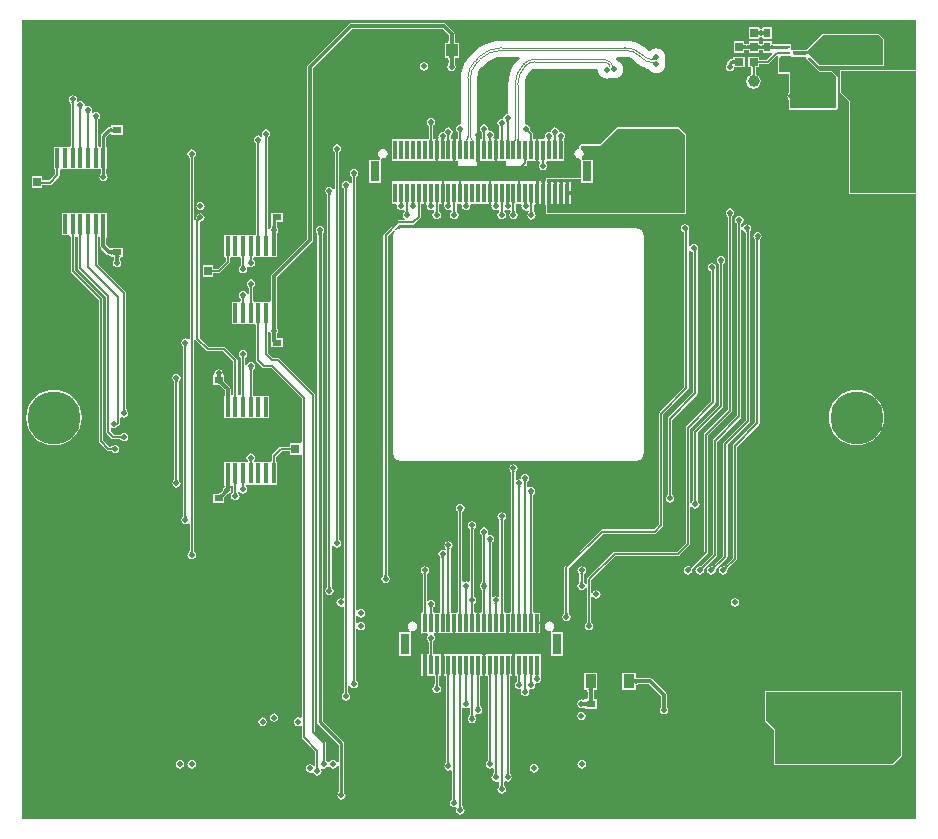
<source format=gbr>
G04 Layer_Physical_Order=4*
G04 Layer_Color=16711680*
%FSLAX45Y45*%
%MOMM*%
%TF.FileFunction,Copper,L4,Bot,Signal*%
%TF.Part,Single*%
G01*
G75*
%TA.AperFunction,SMDPad,CuDef*%
%ADD13R,0.80000X0.60000*%
%ADD14C,1.00000*%
%TA.AperFunction,Conductor*%
%ADD15C,0.15240*%
%ADD16C,0.30000*%
%ADD18C,0.25400*%
%TA.AperFunction,ViaPad*%
%ADD19C,4.50000*%
%ADD20C,0.50000*%
%TA.AperFunction,Conductor*%
%ADD21C,0.11735*%
%TA.AperFunction,SMDPad,CuDef*%
%ADD22R,0.35560X1.67640*%
%ADD23R,0.95000X1.22000*%
%ADD24R,0.70000X0.80000*%
%ADD25R,1.50000X1.20000*%
%TA.AperFunction,SMDPad,SMDef*%
%ADD26R,1.10000X0.30000*%
%TA.AperFunction,SMDPad,CuDef*%
%ADD27R,0.60000X0.25000*%
%ADD28R,0.30000X1.60000*%
%ADD29R,0.80000X1.80000*%
%ADD30R,1.30000X1.50000*%
%ADD31R,1.00000X1.00000*%
%ADD32R,0.60000X0.80000*%
%TA.AperFunction,ConnectorPad*%
%ADD33R,0.80000X0.60000*%
%TA.AperFunction,SMDPad,CuDef*%
%ADD34R,1.00000X1.00000*%
%ADD35R,0.80000X0.70000*%
%ADD36R,1.50000X1.30000*%
G36*
X4264291Y3670000D02*
X3703800D01*
Y4445900D01*
X3627600Y4522100D01*
Y4699900D01*
X4264291D01*
Y3670000D01*
D02*
G37*
G36*
Y4710897D02*
X3627600D01*
X3619824Y4707676D01*
X3616603Y4699900D01*
Y4522100D01*
X3619824Y4514324D01*
X3692803Y4441345D01*
Y3670000D01*
X3696024Y3662224D01*
X3703800Y3659003D01*
X4264291D01*
Y-1633691D01*
X-3302891D01*
Y5133491D01*
X4264291D01*
Y4710897D01*
D02*
G37*
%LPC*%
G36*
X2936160Y5073260D02*
X2845840D01*
Y4972940D01*
X2936160D01*
Y4977254D01*
X2948860Y4987677D01*
X2951000Y4987251D01*
X2952440Y4987538D01*
X2965140Y4977115D01*
Y4972140D01*
X3045460D01*
Y5072460D01*
X2965140D01*
Y5069085D01*
X2952440Y5058662D01*
X2951000Y5058949D01*
X2948860Y5058523D01*
X2936160Y5068946D01*
Y5073260D01*
D02*
G37*
G36*
X3945100Y5015697D02*
X3478219D01*
X3470443Y5012476D01*
X3341284Y4883317D01*
X3340264Y4880856D01*
X3337803Y4879836D01*
X3335427Y4877460D01*
X3220777D01*
X3213038Y4878890D01*
X3208980Y4888221D01*
Y4924960D01*
X3172077D01*
X3168820Y4925608D01*
X3061547D01*
X3060681Y4925993D01*
X3056132Y4926112D01*
X3052517Y4926427D01*
X3049598Y4926907D01*
X3047430Y4927484D01*
X3046052Y4928041D01*
X3045690Y4928260D01*
X3045626Y4928865D01*
X3045460Y4929169D01*
Y4952460D01*
X2965140D01*
Y4929169D01*
X2964975Y4928865D01*
X2964910Y4928260D01*
X2964548Y4928041D01*
X2963170Y4927484D01*
X2961000Y4926907D01*
X2958083Y4926427D01*
X2954468Y4926112D01*
X2950650Y4926012D01*
X2946832Y4926112D01*
X2943217Y4926427D01*
X2940298Y4926907D01*
X2938130Y4927484D01*
X2936752Y4928041D01*
X2936390Y4928260D01*
X2936326Y4928865D01*
X2936160Y4929169D01*
Y4953260D01*
X2845840D01*
Y4929969D01*
X2845675Y4929665D01*
X2845610Y4929060D01*
X2845248Y4928841D01*
X2843870Y4928284D01*
X2841700Y4927707D01*
X2838783Y4927227D01*
X2835168Y4926912D01*
X2830619Y4926793D01*
X2829753Y4926408D01*
X2825247D01*
X2824381Y4926793D01*
X2819832Y4926912D01*
X2816217Y4927227D01*
X2813298Y4927707D01*
X2811130Y4928284D01*
X2809752Y4928841D01*
X2809390Y4929060D01*
X2809326Y4929665D01*
X2809160Y4929969D01*
Y4953260D01*
X2718840D01*
Y4852940D01*
X2809160D01*
Y4876231D01*
X2809326Y4876535D01*
X2809390Y4877140D01*
X2809752Y4877359D01*
X2811131Y4877916D01*
X2813300Y4878493D01*
X2816217Y4878973D01*
X2819833Y4879288D01*
X2824381Y4879407D01*
X2825247Y4879792D01*
X2829753D01*
X2830619Y4879407D01*
X2835168Y4879288D01*
X2838783Y4878973D01*
X2841702Y4878492D01*
X2843870Y4877916D01*
X2845248Y4877359D01*
X2845610Y4877140D01*
X2845675Y4876535D01*
X2845840Y4876231D01*
Y4852940D01*
X2936160D01*
Y4875431D01*
X2936326Y4875735D01*
X2936390Y4876340D01*
X2936752Y4876558D01*
X2938131Y4877115D01*
X2940300Y4877693D01*
X2943217Y4878173D01*
X2946833Y4878488D01*
X2950650Y4878587D01*
X2954468Y4878488D01*
X2958083Y4878173D01*
X2961002Y4877692D01*
X2963170Y4877115D01*
X2964548Y4876558D01*
X2964910Y4876340D01*
X2964975Y4875735D01*
X2965140Y4875431D01*
Y4852140D01*
X3033933D01*
X3040542Y4852139D01*
X3046045Y4839682D01*
X3000591Y4794228D01*
X2943810D01*
X2942719Y4794713D01*
X2940097Y4794781D01*
X2938200Y4794945D01*
X2937660Y4795033D01*
Y4821260D01*
X2837340D01*
Y4730940D01*
X2868567D01*
X2868655Y4730399D01*
X2868819Y4728503D01*
X2868887Y4725881D01*
X2869372Y4724790D01*
Y4677041D01*
X2868887Y4675955D01*
X2868820Y4673500D01*
X2868658Y4671688D01*
X2868423Y4670262D01*
X2868160Y4669242D01*
X2867967Y4668728D01*
X2867628Y4668386D01*
X2864027Y4667669D01*
X2844127Y4654373D01*
X2830831Y4634473D01*
X2826162Y4611000D01*
X2830831Y4587527D01*
X2844127Y4567627D01*
X2864027Y4554330D01*
X2887500Y4549661D01*
X2910973Y4554330D01*
X2930873Y4567627D01*
X2944170Y4587527D01*
X2948839Y4611000D01*
X2944170Y4634473D01*
X2930873Y4654373D01*
X2910973Y4667669D01*
X2907373Y4668386D01*
X2907034Y4668729D01*
X2906841Y4669242D01*
X2906577Y4670262D01*
X2906342Y4671690D01*
X2906180Y4673500D01*
X2906113Y4675955D01*
X2905628Y4677041D01*
Y4724789D01*
X2906114Y4725881D01*
X2906181Y4728503D01*
X2906345Y4730399D01*
X2906434Y4730940D01*
X2937660D01*
Y4757166D01*
X2938200Y4757254D01*
X2940096Y4757418D01*
X2942719Y4757486D01*
X2943810Y4757971D01*
X3008100D01*
X3015037Y4759351D01*
X3020919Y4763281D01*
X3085942Y4828305D01*
X3090510Y4827423D01*
X3092618Y4824424D01*
X3096459Y4813339D01*
X3094703Y4809100D01*
Y4687200D01*
X3097924Y4679424D01*
X3105700Y4676203D01*
X3184803D01*
Y4510399D01*
X3183231Y4509349D01*
X3175460Y4497719D01*
X3172731Y4484000D01*
X3175460Y4470281D01*
X3183231Y4458651D01*
X3184803Y4457601D01*
Y4382400D01*
X3188024Y4374624D01*
X3195800Y4371403D01*
X3589500D01*
X3597276Y4374624D01*
X3600497Y4382400D01*
Y4649100D01*
X3597276Y4656876D01*
X3559176Y4694976D01*
X3551400Y4698197D01*
X3454355D01*
X3349796Y4802756D01*
X3350789Y4810199D01*
X3364207Y4814741D01*
X3436024Y4742924D01*
X3443800Y4739703D01*
X3983200D01*
X3990976Y4742924D01*
X3994197Y4750700D01*
Y4966600D01*
X3990976Y4974376D01*
X3952876Y5012476D01*
X3945100Y5015697D01*
D02*
G37*
G36*
X1796057Y4955213D02*
X755054D01*
X754431Y4955089D01*
X702513Y4951003D01*
X651266Y4938700D01*
X602575Y4918531D01*
X557638Y4890994D01*
X518035Y4857170D01*
X517509Y4856819D01*
X517509Y4856819D01*
X517508Y4856818D01*
X488868Y4828178D01*
X487483Y4826105D01*
X462091Y4796374D01*
X440380Y4760946D01*
X424479Y4722557D01*
X414779Y4682154D01*
X411711Y4643175D01*
X411225Y4640731D01*
Y4252779D01*
X404975Y4247649D01*
X391256Y4244921D01*
X379626Y4237150D01*
X371855Y4225519D01*
X369126Y4211801D01*
X371855Y4198082D01*
X379281Y4186968D01*
X379522Y4186351D01*
X381157Y4184647D01*
X382368Y4183213D01*
X383386Y4181827D01*
X384226Y4180485D01*
X384902Y4179190D01*
X385430Y4177935D01*
X385825Y4176710D01*
X386101Y4175490D01*
X386266Y4174262D01*
X386343Y4172513D01*
X386822Y4171489D01*
Y4126300D01*
X386352Y4125240D01*
X369396D01*
X368893Y4124645D01*
X367411Y4122629D01*
X366127Y4120581D01*
X365040Y4118501D01*
X364151Y4116390D01*
X363734Y4115097D01*
X364339Y4113505D01*
X365117Y4112133D01*
X366037Y4111066D01*
X367098Y4110304D01*
X368301Y4109847D01*
X369645Y4109695D01*
X362661D01*
X362570Y4107626D01*
X347330D01*
X347239Y4109695D01*
X340255D01*
X341599Y4109847D01*
X342802Y4110304D01*
X343863Y4111066D01*
X344783Y4112133D01*
X345561Y4113505D01*
X346166Y4115097D01*
X345749Y4116390D01*
X344860Y4118501D01*
X343773Y4120581D01*
X342489Y4122629D01*
X341007Y4124645D01*
X340504Y4125240D01*
X323548D01*
X323078Y4126300D01*
Y4146483D01*
X323557Y4147508D01*
X323634Y4149257D01*
X323799Y4150484D01*
X324075Y4151698D01*
X324470Y4152920D01*
X324998Y4154171D01*
X325671Y4155457D01*
X326511Y4156792D01*
X327528Y4158171D01*
X328740Y4159597D01*
X330378Y4161295D01*
X330587Y4161827D01*
X338120Y4173101D01*
X340849Y4186820D01*
X338120Y4200539D01*
X330349Y4212169D01*
X318719Y4219940D01*
X305000Y4222669D01*
X291281Y4219940D01*
X279651Y4212169D01*
X271880Y4200539D01*
X269151Y4186820D01*
X257193Y4181838D01*
X254950Y4182285D01*
X241231Y4179556D01*
X229601Y4171785D01*
X221830Y4160155D01*
X219101Y4146436D01*
X220791Y4137940D01*
X212714Y4125240D01*
X173548D01*
X173078Y4126300D01*
Y4227654D01*
X173556Y4228677D01*
X173634Y4230424D01*
X173799Y4231642D01*
X174075Y4232840D01*
X174468Y4234042D01*
X174992Y4235264D01*
X175663Y4236523D01*
X176498Y4237825D01*
X177515Y4239173D01*
X178726Y4240565D01*
X180373Y4242227D01*
X180545Y4242648D01*
X180699Y4242751D01*
X188470Y4254381D01*
X191199Y4268100D01*
X188470Y4281819D01*
X180699Y4293449D01*
X169069Y4301220D01*
X155350Y4303949D01*
X141631Y4301220D01*
X130001Y4293449D01*
X122230Y4281819D01*
X119501Y4268100D01*
X122230Y4254381D01*
X129152Y4244022D01*
X129523Y4243030D01*
X131146Y4241289D01*
X132358Y4239817D01*
X133375Y4238396D01*
X134219Y4237021D01*
X134898Y4235695D01*
X135428Y4234413D01*
X135825Y4233164D01*
X136102Y4231925D01*
X136267Y4230689D01*
X136343Y4228941D01*
X136822Y4227915D01*
Y4126300D01*
X136352Y4125240D01*
X-175290D01*
Y3934760D01*
X389150D01*
Y3899200D01*
X570750D01*
Y3934760D01*
X697247D01*
X697304Y3936113D01*
X697259Y3937960D01*
X697047Y3940551D01*
X696693Y3942837D01*
X696198Y3944818D01*
X695561Y3946495D01*
X694783Y3947866D01*
X693863Y3948933D01*
X692802Y3949695D01*
X691599Y3950152D01*
X690255Y3950305D01*
X719645D01*
X718301Y3950152D01*
X717098Y3949695D01*
X716037Y3948933D01*
X715117Y3947866D01*
X714339Y3946495D01*
X713702Y3944818D01*
X713207Y3942837D01*
X712853Y3940551D01*
X712641Y3937960D01*
X712613Y3936829D01*
X712673Y3935512D01*
X712778Y3934760D01*
X789150D01*
Y3899200D01*
X970750D01*
Y3934760D01*
X1072208D01*
X1073449Y3933500D01*
X1076870Y3928136D01*
X1078406Y3922060D01*
X1071830Y3912219D01*
X1069101Y3898500D01*
X1071830Y3884781D01*
X1079601Y3873151D01*
X1091231Y3865380D01*
X1104950Y3862651D01*
X1118669Y3865380D01*
X1130299Y3873151D01*
X1138070Y3884781D01*
X1140799Y3898500D01*
X1138070Y3912219D01*
X1131494Y3922060D01*
X1133030Y3928136D01*
X1136451Y3933500D01*
X1137692Y3934760D01*
X1278100D01*
Y3939840D01*
X1280110D01*
Y4107621D01*
X1280572Y4108456D01*
X1280534Y4109433D01*
X1280642Y4109695D01*
X1280110Y4120160D01*
X1286419Y4130247D01*
X1288070Y4132717D01*
X1290799Y4146436D01*
X1288070Y4160155D01*
X1280299Y4171785D01*
X1268669Y4179556D01*
X1254950Y4182285D01*
X1252759Y4181849D01*
X1240799Y4186820D01*
X1238070Y4200539D01*
X1230299Y4212169D01*
X1218669Y4219940D01*
X1204950Y4222669D01*
X1191231Y4219940D01*
X1179601Y4212169D01*
X1171830Y4200539D01*
X1169101Y4186820D01*
X1157141Y4181849D01*
X1154950Y4182285D01*
X1141231Y4179556D01*
X1129601Y4171785D01*
X1121830Y4160155D01*
X1119101Y4146436D01*
X1120791Y4137940D01*
X1112715Y4125240D01*
X1023548D01*
X1023078Y4126300D01*
Y4164486D01*
X1021698Y4171423D01*
X1017769Y4177304D01*
X999253Y4195820D01*
X998867Y4196882D01*
X997686Y4198172D01*
X996940Y4199152D01*
X996284Y4200199D01*
X995708Y4201332D01*
X995208Y4202574D01*
X994787Y4203947D01*
X994450Y4205467D01*
X994208Y4207147D01*
X994072Y4208994D01*
X994051Y4211340D01*
X993895Y4211707D01*
X993909Y4211776D01*
X991180Y4225494D01*
X983409Y4237125D01*
X971779Y4244896D01*
X958061Y4247624D01*
X948675Y4255327D01*
Y4570544D01*
X948676Y4570658D01*
X948676Y4583172D01*
X949241Y4595638D01*
X951295Y4616498D01*
X961016Y4648544D01*
X976802Y4678077D01*
X996627Y4702233D01*
X998515Y4703495D01*
X999695Y4705261D01*
X1014621Y4715234D01*
X1032228Y4718737D01*
X1034311Y4718322D01*
X1563700D01*
X1569946Y4711200D01*
X1572551Y4691412D01*
X1580189Y4672973D01*
X1592339Y4657139D01*
X1608173Y4644989D01*
X1626612Y4637351D01*
X1646400Y4634746D01*
X1666188Y4637351D01*
X1679840Y4643006D01*
X1690112Y4638751D01*
X1709900Y4636146D01*
X1729688Y4638751D01*
X1748127Y4646389D01*
X1763961Y4658539D01*
X1776111Y4674373D01*
X1783749Y4692812D01*
X1786354Y4712600D01*
X1783749Y4732388D01*
X1776111Y4750827D01*
X1763961Y4766661D01*
X1748127Y4778811D01*
X1738621Y4782749D01*
X1735373Y4790589D01*
X1725884Y4802956D01*
X1724475Y4805063D01*
X1728438Y4816105D01*
X1729657Y4817763D01*
X1783223D01*
X1783339Y4817763D01*
X1795851Y4817763D01*
X1808306Y4817170D01*
X1832363Y4814003D01*
X1866386Y4799910D01*
X1893069Y4779436D01*
X1894863Y4776751D01*
X1894864Y4776750D01*
X1908875Y4762740D01*
X1911918Y4760706D01*
X1932727Y4743629D01*
X1959649Y4729239D01*
X1988860Y4720377D01*
X1998465Y4719432D01*
X1999289Y4717443D01*
X2011439Y4701609D01*
X2027273Y4689459D01*
X2045712Y4681821D01*
X2065500Y4679216D01*
X2085288Y4681821D01*
X2103727Y4689459D01*
X2119561Y4701609D01*
X2131711Y4717443D01*
X2139349Y4735882D01*
X2141954Y4755670D01*
X2139349Y4775458D01*
X2135086Y4785750D01*
X2139349Y4796042D01*
X2141954Y4815830D01*
X2139349Y4835618D01*
X2131711Y4854057D01*
X2119561Y4869891D01*
X2103727Y4882041D01*
X2085288Y4889679D01*
X2065500Y4892284D01*
X2045712Y4889679D01*
X2027273Y4882041D01*
X2011439Y4869891D01*
X2010645Y4868856D01*
X1997972Y4868026D01*
X1991910Y4874088D01*
X1990092Y4875303D01*
X1958709Y4902107D01*
X1921685Y4924795D01*
X1881568Y4941412D01*
X1839345Y4951549D01*
X1798199Y4954787D01*
X1796057Y4955213D01*
D02*
G37*
G36*
X97400Y4773849D02*
X83682Y4771120D01*
X72051Y4763349D01*
X64280Y4751719D01*
X61552Y4738000D01*
X64280Y4724281D01*
X72051Y4712651D01*
X83682Y4704880D01*
X97400Y4702151D01*
X111119Y4704880D01*
X122749Y4712651D01*
X130520Y4724281D01*
X133249Y4738000D01*
X130520Y4751719D01*
X122749Y4763349D01*
X111119Y4771120D01*
X97400Y4773849D01*
D02*
G37*
G36*
X265292Y5106553D02*
X-519636D01*
X-529453Y5104600D01*
X-537775Y5099039D01*
X-887439Y4749375D01*
X-893000Y4741053D01*
X-894953Y4731236D01*
Y3278856D01*
X-1192439Y2981369D01*
X-1198000Y2973047D01*
X-1199953Y2963230D01*
Y2767043D01*
X-1200297Y2766223D01*
X-1200321Y2760650D01*
X-1200533Y2752939D01*
X-1211030Y2746782D01*
X-1214940Y2746640D01*
X-1223094Y2746640D01*
X-1267239D01*
Y2746640D01*
X-1276360D01*
Y2746640D01*
X-1328660D01*
X-1332240Y2746640D01*
X-1341019Y2746640D01*
X-1351172Y2756759D01*
Y2858488D01*
X-1350743Y2859275D01*
X-1350842Y2859609D01*
X-1350694Y2859923D01*
X-1350613Y2861677D01*
X-1350448Y2862839D01*
X-1350180Y2863937D01*
X-1349804Y2865004D01*
X-1349309Y2866066D01*
X-1348674Y2867145D01*
X-1347875Y2868258D01*
X-1346890Y2869407D01*
X-1345697Y2870593D01*
X-1344008Y2872044D01*
X-1343397Y2873251D01*
X-1341451Y2874551D01*
X-1333680Y2886181D01*
X-1330952Y2899900D01*
X-1333680Y2913619D01*
X-1341451Y2925249D01*
X-1353082Y2933020D01*
X-1366800Y2935749D01*
X-1380519Y2933020D01*
X-1392149Y2925249D01*
X-1399920Y2913619D01*
X-1402649Y2899900D01*
X-1399920Y2886181D01*
X-1395207Y2879127D01*
X-1394618Y2877057D01*
X-1393077Y2875113D01*
X-1391888Y2873434D01*
X-1390877Y2871815D01*
X-1390035Y2870257D01*
X-1389353Y2868766D01*
X-1388818Y2867334D01*
X-1388418Y2865957D01*
X-1388141Y2864624D01*
X-1387979Y2863323D01*
X-1387908Y2861585D01*
X-1387428Y2860551D01*
Y2809583D01*
X-1400128Y2808332D01*
X-1401180Y2813619D01*
X-1408951Y2825249D01*
X-1420581Y2833020D01*
X-1434300Y2835749D01*
X-1448018Y2833020D01*
X-1459649Y2825249D01*
X-1467420Y2813619D01*
X-1470148Y2799900D01*
X-1467420Y2786181D01*
X-1459958Y2775014D01*
X-1459727Y2774425D01*
X-1458091Y2772723D01*
X-1456881Y2771293D01*
X-1455862Y2769907D01*
X-1455022Y2768568D01*
X-1454348Y2767277D01*
X-1453821Y2766027D01*
X-1453425Y2764798D01*
X-1453148Y2763582D01*
X-1452983Y2762351D01*
X-1452906Y2760605D01*
X-1452428Y2759580D01*
Y2759007D01*
X-1462240Y2746640D01*
X-1471360D01*
X-1474940Y2746640D01*
X-1527240D01*
Y2558680D01*
X-1474940D01*
X-1471360Y2558680D01*
X-1462240D01*
X-1458660Y2558680D01*
X-1409940D01*
X-1397240Y2558679D01*
X-1393660Y2558680D01*
X-1344940D01*
X-1341360Y2558679D01*
X-1332581Y2558680D01*
X-1322428Y2548561D01*
Y2249660D01*
X-1321048Y2242723D01*
X-1317119Y2236842D01*
X-1267358Y2187081D01*
X-1261477Y2183152D01*
X-1254540Y2181772D01*
X-1193009D01*
X-938628Y1927391D01*
Y1554670D01*
X-950040Y1551560D01*
X-951328Y1551560D01*
X-1040360D01*
Y1520334D01*
X-1040900Y1520245D01*
X-1042796Y1520081D01*
X-1045419Y1520014D01*
X-1046510Y1519528D01*
X-1114030D01*
X-1120967Y1518148D01*
X-1126848Y1514219D01*
X-1187119Y1453949D01*
X-1191048Y1448067D01*
X-1192428Y1441130D01*
Y1398507D01*
X-1202240Y1386140D01*
X-1211360D01*
X-1214940Y1386140D01*
X-1263660D01*
X-1267240Y1386140D01*
X-1276360D01*
X-1279940Y1386140D01*
X-1328660D01*
X-1332240Y1386140D01*
X-1341360Y1386140D01*
X-1341575Y1386474D01*
X-1344140Y1391932D01*
X-1345515Y1398840D01*
X-1345508Y1398848D01*
X-1343872Y1400550D01*
X-1343639Y1401145D01*
X-1336184Y1412302D01*
X-1333455Y1426021D01*
X-1336184Y1439740D01*
X-1343955Y1451370D01*
X-1355585Y1459141D01*
X-1369304Y1461870D01*
X-1383023Y1459141D01*
X-1394653Y1451370D01*
X-1402424Y1439740D01*
X-1405153Y1426021D01*
X-1402424Y1412302D01*
X-1394957Y1401127D01*
X-1394728Y1400543D01*
X-1393091Y1398840D01*
X-1394473Y1391909D01*
X-1397061Y1386417D01*
X-1397240Y1386140D01*
X-1406360Y1386140D01*
X-1409940Y1386140D01*
X-1458660D01*
X-1462240Y1386140D01*
X-1471360D01*
X-1474940Y1386140D01*
X-1523659D01*
X-1527240Y1386140D01*
X-1536360D01*
X-1539940Y1386140D01*
X-1592240D01*
Y1211769D01*
X-1592365Y1211609D01*
X-1592240Y1210569D01*
Y1209930D01*
X-1592772Y1208645D01*
X-1592240Y1198180D01*
X-1588308Y1186584D01*
X-1588263Y1185661D01*
X-1588396Y1184673D01*
X-1588647Y1183463D01*
X-1588901Y1182613D01*
X-1589070Y1182204D01*
X-1589138Y1182159D01*
X-1589330Y1181876D01*
X-1589480Y1181735D01*
X-1589586Y1181500D01*
X-1590214Y1180575D01*
X-1596642Y1176280D01*
X-1604414Y1164650D01*
X-1606914Y1152079D01*
X-1607268Y1151355D01*
X-1607308Y1150711D01*
X-1607327Y1150617D01*
X-1607445Y1150248D01*
X-1607722Y1149614D01*
X-1608193Y1148744D01*
X-1608877Y1147673D01*
X-1609709Y1146532D01*
X-1612374Y1143408D01*
X-1612623Y1143150D01*
X-1617104Y1138791D01*
X-1628256Y1128991D01*
X-1632819Y1125520D01*
X-1636839Y1122856D01*
X-1640113Y1121072D01*
X-1641396Y1120560D01*
X-1691972D01*
Y1040240D01*
X-1591652D01*
Y1084751D01*
X-1591484Y1085317D01*
X-1591652Y1085627D01*
Y1094706D01*
X-1589551Y1097658D01*
X-1581535Y1106998D01*
X-1579203Y1109404D01*
X-1577088Y1111369D01*
X-1575776Y1112436D01*
X-1574530Y1113345D01*
X-1573458Y1114030D01*
X-1572590Y1114500D01*
X-1571954Y1114778D01*
X-1571582Y1114898D01*
X-1571487Y1114917D01*
X-1570843Y1114957D01*
X-1570106Y1115319D01*
X-1557575Y1117811D01*
X-1545945Y1125582D01*
X-1538173Y1137213D01*
X-1535445Y1150931D01*
X-1538173Y1164650D01*
X-1539479Y1166604D01*
X-1539500Y1167070D01*
X-1539468Y1167520D01*
X-1539527Y1167697D01*
X-1539533Y1167828D01*
X-1539667Y1168116D01*
X-1539682Y1168161D01*
X-1539811Y1168686D01*
X-1539914Y1169247D01*
X-1540584Y1178976D01*
X-1540603Y1181414D01*
X-1540949Y1182232D01*
X-1540605Y1183015D01*
X-1540421Y1191834D01*
X-1539909Y1198180D01*
X-1527240D01*
X-1517428Y1188061D01*
Y1140245D01*
X-1517907Y1139220D01*
X-1517984Y1137474D01*
X-1518149Y1136243D01*
X-1518425Y1135027D01*
X-1518821Y1133799D01*
X-1519347Y1132550D01*
X-1520022Y1131258D01*
X-1520863Y1129918D01*
X-1521881Y1128532D01*
X-1523091Y1127102D01*
X-1524727Y1125401D01*
X-1524958Y1124811D01*
X-1532420Y1113644D01*
X-1535149Y1099925D01*
X-1532420Y1086206D01*
X-1524649Y1074576D01*
X-1513019Y1066805D01*
X-1499300Y1064076D01*
X-1485581Y1066805D01*
X-1473951Y1074576D01*
X-1466180Y1086206D01*
X-1463451Y1099925D01*
X-1466180Y1113644D01*
X-1473642Y1124811D01*
X-1473873Y1125401D01*
X-1475509Y1127102D01*
X-1476719Y1128532D01*
X-1477738Y1129919D01*
X-1478577Y1131257D01*
X-1479252Y1132548D01*
X-1479778Y1133799D01*
X-1480175Y1135028D01*
X-1480277Y1135477D01*
X-1480270Y1136786D01*
X-1479109Y1140258D01*
X-1475440Y1141382D01*
X-1464404Y1139370D01*
X-1459624Y1132216D01*
X-1447994Y1124445D01*
X-1434275Y1121716D01*
X-1420556Y1124445D01*
X-1408926Y1132216D01*
X-1401155Y1143846D01*
X-1398426Y1157565D01*
X-1401155Y1171284D01*
X-1408651Y1182503D01*
X-1408871Y1183064D01*
X-1410507Y1184763D01*
X-1411115Y1185480D01*
X-1410550Y1189598D01*
X-1409249Y1193383D01*
X-1406384Y1198149D01*
X-1406360Y1198180D01*
X-1397240Y1198179D01*
X-1393660Y1198180D01*
X-1344940D01*
X-1341360Y1198179D01*
X-1328660Y1198180D01*
X-1279940D01*
X-1276360Y1198180D01*
X-1267240D01*
X-1263660Y1198180D01*
X-1214940D01*
X-1211360Y1198180D01*
X-1202240D01*
X-1198659Y1198180D01*
X-1146360D01*
Y1386140D01*
X-1155366D01*
X-1155455Y1386680D01*
X-1155619Y1388576D01*
X-1155686Y1391199D01*
X-1156172Y1392290D01*
Y1433621D01*
X-1106521Y1483272D01*
X-1046510D01*
X-1045419Y1482786D01*
X-1042796Y1482719D01*
X-1040900Y1482555D01*
X-1040360Y1482466D01*
Y1451240D01*
X-951328D01*
X-950040Y1451240D01*
X-938628Y1448130D01*
Y-772032D01*
X-951328Y-778821D01*
X-955581Y-775979D01*
X-969300Y-773250D01*
X-983019Y-775979D01*
X-994649Y-783750D01*
X-1002420Y-795380D01*
X-1005149Y-809099D01*
X-1002420Y-822818D01*
X-994649Y-834448D01*
X-983019Y-842219D01*
X-969300Y-844948D01*
X-955581Y-842219D01*
X-951328Y-839378D01*
X-938628Y-846166D01*
Y-938900D01*
X-937248Y-945837D01*
X-933318Y-951718D01*
X-822828Y-1062209D01*
Y-1182910D01*
X-825055Y-1184423D01*
X-842278Y-1181108D01*
X-842851Y-1180251D01*
X-854481Y-1172480D01*
X-868200Y-1169751D01*
X-881919Y-1172480D01*
X-893549Y-1180251D01*
X-901320Y-1191881D01*
X-904049Y-1205600D01*
X-901320Y-1219319D01*
X-893549Y-1230949D01*
X-881919Y-1238720D01*
X-868200Y-1241449D01*
X-854481Y-1238720D01*
X-852317Y-1237274D01*
X-838205Y-1243119D01*
X-837820Y-1245057D01*
X-830049Y-1256687D01*
X-818419Y-1264458D01*
X-804700Y-1267187D01*
X-790981Y-1264458D01*
X-779351Y-1256687D01*
X-771580Y-1245057D01*
X-768851Y-1231338D01*
X-771580Y-1217619D01*
X-774290Y-1213563D01*
X-765940Y-1204714D01*
X-765248Y-1204235D01*
X-751732Y-1206924D01*
X-738013Y-1204195D01*
X-726383Y-1196424D01*
X-718612Y-1184794D01*
X-717281Y-1178100D01*
X-716992Y-1176654D01*
X-704045D01*
X-703756Y-1178104D01*
X-702420Y-1184819D01*
X-694649Y-1196449D01*
X-683019Y-1204220D01*
X-669300Y-1206949D01*
X-655581Y-1204220D01*
X-643951Y-1196449D01*
X-637483Y-1186769D01*
X-629037Y-1187365D01*
X-624783Y-1188882D01*
Y-1396410D01*
X-625165Y-1397245D01*
X-625343Y-1402104D01*
X-625517Y-1403786D01*
X-625755Y-1405310D01*
X-626028Y-1406553D01*
X-626311Y-1407504D01*
X-626563Y-1408147D01*
X-626742Y-1408496D01*
X-626794Y-1408573D01*
X-627223Y-1409060D01*
X-627490Y-1409841D01*
X-634583Y-1420456D01*
X-637311Y-1434175D01*
X-634583Y-1447894D01*
X-626812Y-1459524D01*
X-615181Y-1467295D01*
X-601463Y-1470024D01*
X-587744Y-1467295D01*
X-576114Y-1459524D01*
X-568343Y-1447894D01*
X-565614Y-1434175D01*
X-568343Y-1420456D01*
X-575468Y-1409793D01*
X-575728Y-1409034D01*
X-576156Y-1408549D01*
X-576208Y-1408471D01*
X-576386Y-1408125D01*
X-576640Y-1407479D01*
X-576921Y-1406535D01*
X-577194Y-1405295D01*
X-577413Y-1403898D01*
X-577738Y-1399801D01*
X-577780Y-1397438D01*
X-578167Y-1396548D01*
Y-993325D01*
X-579941Y-984405D01*
X-584994Y-976844D01*
X-759880Y-801958D01*
Y3313413D01*
X-759498Y3314247D01*
X-759319Y3319107D01*
X-759146Y3320785D01*
X-758907Y3322314D01*
X-758633Y3323554D01*
X-758352Y3324501D01*
X-758098Y3325148D01*
X-757921Y3325493D01*
X-757868Y3325572D01*
X-757441Y3326056D01*
X-757177Y3326825D01*
X-750067Y3337466D01*
X-747339Y3351185D01*
X-750067Y3364904D01*
X-757838Y3376534D01*
X-769469Y3384305D01*
X-783187Y3387034D01*
X-796906Y3384305D01*
X-808536Y3376534D01*
X-816307Y3364904D01*
X-819036Y3351185D01*
X-816307Y3337466D01*
X-809198Y3326825D01*
X-808934Y3326056D01*
X-808507Y3325572D01*
X-808454Y3325493D01*
X-808277Y3325147D01*
X-808023Y3324501D01*
X-807741Y3323555D01*
X-807468Y3322314D01*
X-807249Y3320915D01*
X-806925Y3316820D01*
X-806883Y3314456D01*
X-806495Y3313565D01*
Y-811613D01*
X-804721Y-820532D01*
X-799668Y-828094D01*
X-624783Y-1002979D01*
Y-1153318D01*
X-629037Y-1154835D01*
X-637483Y-1155431D01*
X-643951Y-1145751D01*
X-655581Y-1137980D01*
X-669300Y-1135251D01*
X-683019Y-1137980D01*
X-694649Y-1145751D01*
X-702420Y-1157381D01*
X-703751Y-1164075D01*
X-704039Y-1165521D01*
X-716987D01*
X-717276Y-1164071D01*
X-718612Y-1157356D01*
X-726074Y-1146189D01*
X-726304Y-1145600D01*
X-727941Y-1143898D01*
X-729151Y-1142468D01*
X-730170Y-1141082D01*
X-731009Y-1139743D01*
X-731684Y-1138452D01*
X-732210Y-1137202D01*
X-732607Y-1135973D01*
X-732883Y-1134757D01*
X-733049Y-1133526D01*
X-733126Y-1131780D01*
X-733604Y-1130755D01*
Y-991868D01*
X-734984Y-984930D01*
X-738913Y-979049D01*
X-824672Y-893291D01*
Y1958280D01*
X-826052Y1965218D01*
X-829981Y1971099D01*
X-1121842Y2262959D01*
X-1127723Y2266889D01*
X-1134660Y2268269D01*
X-1182031D01*
X-1221146Y2307384D01*
Y2490178D01*
X-1208446Y2491429D01*
X-1207408Y2486206D01*
X-1201310Y2477081D01*
X-1201311Y2477074D01*
X-1201185Y2476705D01*
X-1201177Y2476588D01*
X-1201088Y2476407D01*
X-1200974Y2475937D01*
X-1200826Y2475076D01*
X-1200499Y2471868D01*
X-1200320Y2467476D01*
X-1200297Y2464837D01*
X-1199953Y2464028D01*
Y2432474D01*
X-1198000Y2422657D01*
X-1196532Y2420460D01*
Y2414900D01*
X-1196039Y2412420D01*
Y2359740D01*
X-1095719D01*
Y2440060D01*
X-1147974D01*
X-1148647Y2441067D01*
Y2464009D01*
X-1148303Y2464818D01*
X-1148281Y2467308D01*
X-1147741Y2475236D01*
X-1147624Y2475911D01*
X-1147511Y2476382D01*
X-1147421Y2476561D01*
X-1147414Y2476678D01*
X-1147288Y2477047D01*
X-1141167Y2486206D01*
X-1138439Y2499925D01*
X-1141167Y2513644D01*
X-1147288Y2522803D01*
X-1147414Y2523173D01*
X-1147421Y2523289D01*
X-1147511Y2523468D01*
X-1147624Y2523940D01*
X-1147741Y2524614D01*
X-1148281Y2532543D01*
X-1148303Y2535033D01*
X-1148647Y2535842D01*
Y2538276D01*
X-1148303Y2539097D01*
X-1148279Y2544670D01*
X-1147919Y2557744D01*
X-1147842Y2558679D01*
X-1146359D01*
X-1145827Y2569145D01*
X-1146360Y2570430D01*
Y2733940D01*
X-1146359Y2734891D01*
X-1145827Y2736175D01*
X-1146359Y2746640D01*
X-1147319D01*
X-1148280Y2760869D01*
X-1148303Y2766223D01*
X-1148647Y2767043D01*
Y2952604D01*
X-851160Y3250091D01*
X-845600Y3258413D01*
X-843647Y3268230D01*
Y4720610D01*
X-509010Y5055247D01*
X254666D01*
X305448Y5004465D01*
Y4953835D01*
X305107Y4953070D01*
X304966Y4947649D01*
X304582Y4943247D01*
X303987Y4939646D01*
X303251Y4936883D01*
X302487Y4934996D01*
X301860Y4933960D01*
X301532Y4933603D01*
X301505Y4933584D01*
X301489Y4933579D01*
X299938Y4933414D01*
X299633Y4933248D01*
X274790D01*
Y4812928D01*
X299633D01*
X299938Y4812762D01*
X301489Y4812597D01*
X301505Y4812592D01*
X301532Y4812574D01*
X301860Y4812216D01*
X302487Y4811180D01*
X303251Y4809294D01*
X303987Y4806532D01*
X304582Y4802929D01*
X304966Y4798527D01*
X305107Y4793106D01*
X305448Y4792342D01*
Y4768806D01*
X305104Y4767997D01*
X305081Y4765359D01*
X304901Y4760967D01*
X304574Y4757760D01*
X304426Y4756902D01*
X304312Y4756430D01*
X304222Y4756249D01*
X304214Y4756131D01*
X304089Y4755764D01*
X304090Y4755761D01*
X297981Y4746618D01*
X295252Y4732900D01*
X297981Y4719181D01*
X305752Y4707551D01*
X317382Y4699780D01*
X331101Y4697051D01*
X344819Y4699780D01*
X356450Y4707551D01*
X364221Y4719181D01*
X366949Y4732900D01*
X364221Y4746618D01*
X358112Y4755761D01*
X358112Y4755764D01*
X357987Y4756131D01*
X357979Y4756249D01*
X357890Y4756429D01*
X357776Y4756902D01*
X357659Y4757577D01*
X357119Y4765506D01*
X357097Y4767997D01*
X356754Y4768806D01*
Y4792341D01*
X357094Y4793106D01*
X357235Y4798527D01*
X357620Y4802929D01*
X358214Y4806530D01*
X358950Y4809293D01*
X359714Y4811180D01*
X360341Y4812216D01*
X360670Y4812574D01*
X360697Y4812592D01*
X360713Y4812597D01*
X362263Y4812762D01*
X362568Y4812928D01*
X395110D01*
Y4933248D01*
X362568D01*
X362263Y4933414D01*
X360713Y4933579D01*
X360697Y4933584D01*
X360670Y4933602D01*
X360341Y4933960D01*
X359714Y4934996D01*
X358951Y4936882D01*
X358214Y4939644D01*
X357620Y4943247D01*
X357235Y4947649D01*
X357094Y4953070D01*
X356754Y4953834D01*
Y5015091D01*
X354801Y5024908D01*
X349240Y5033230D01*
X283431Y5099039D01*
X275109Y5104600D01*
X265292Y5106553D01*
D02*
G37*
G36*
X2817660Y4821260D02*
X2717340D01*
Y4803520D01*
X2716868Y4802651D01*
X2716802Y4802019D01*
X2716474Y4801819D01*
X2715136Y4801271D01*
X2713021Y4800702D01*
X2710158Y4800225D01*
X2706604Y4799911D01*
X2702116Y4799793D01*
X2701250Y4799407D01*
X2700500D01*
X2691580Y4797633D01*
X2684019Y4792581D01*
X2671319Y4779881D01*
X2666266Y4772319D01*
X2664492Y4763400D01*
Y4758463D01*
X2662451Y4757099D01*
X2654680Y4745469D01*
X2651951Y4731750D01*
X2654680Y4718031D01*
X2662451Y4706401D01*
X2674081Y4698630D01*
X2687800Y4695901D01*
X2701519Y4698630D01*
X2713149Y4706401D01*
X2720920Y4718031D01*
X2723488Y4730940D01*
X2817660D01*
Y4821260D01*
D02*
G37*
G36*
X-2876275Y4494474D02*
X-2889994Y4491745D01*
X-2901624Y4483974D01*
X-2909395Y4472344D01*
X-2912124Y4458625D01*
X-2909395Y4444906D01*
X-2901969Y4433792D01*
X-2901728Y4433175D01*
X-2900093Y4431471D01*
X-2898882Y4430037D01*
X-2897864Y4428651D01*
X-2897024Y4427309D01*
X-2896348Y4426015D01*
X-2895820Y4424760D01*
X-2895425Y4423534D01*
X-2895148Y4422314D01*
X-2894984Y4421086D01*
X-2894906Y4419338D01*
X-2894428Y4418313D01*
Y4072187D01*
X-2904240Y4059820D01*
X-2913360D01*
X-2916940Y4059820D01*
X-2965660D01*
X-2969240Y4059820D01*
X-2978360D01*
X-2981940Y4059820D01*
X-3034240D01*
Y3871860D01*
X-3025233D01*
X-3025145Y3871320D01*
X-3024981Y3869424D01*
X-3024913Y3866801D01*
X-3024428Y3865710D01*
Y3822679D01*
X-3074079Y3773029D01*
X-3128290D01*
X-3129381Y3773514D01*
X-3132003Y3773581D01*
X-3133900Y3773746D01*
X-3134440Y3773834D01*
Y3810060D01*
X-3224760D01*
Y3709740D01*
X-3134440D01*
Y3735967D01*
X-3133900Y3736055D01*
X-3132004Y3736219D01*
X-3129381Y3736287D01*
X-3128290Y3736772D01*
X-3066570D01*
X-3059632Y3738152D01*
X-3053751Y3742082D01*
X-2993481Y3802352D01*
X-2989552Y3808233D01*
X-2988172Y3815170D01*
Y3859493D01*
X-2978360Y3871860D01*
X-2969240D01*
X-2965660Y3871860D01*
X-2916940D01*
X-2913360Y3871860D01*
X-2904240D01*
X-2900660Y3871860D01*
X-2851940D01*
X-2848360Y3871860D01*
X-2835660Y3871860D01*
X-2786940D01*
X-2774240Y3871860D01*
X-2770660Y3871860D01*
X-2721940D01*
X-2718360Y3871860D01*
X-2709240D01*
X-2705660Y3871860D01*
X-2656940D01*
X-2653360Y3871860D01*
X-2640700D01*
X-2640042Y3861354D01*
X-2639997Y3856816D01*
X-2639608Y3855903D01*
Y3837690D01*
X-2639990Y3836856D01*
X-2640168Y3831996D01*
X-2640342Y3830314D01*
X-2640580Y3828790D01*
X-2640853Y3827547D01*
X-2641136Y3826597D01*
X-2641388Y3825954D01*
X-2641567Y3825604D01*
X-2641619Y3825527D01*
X-2642048Y3825040D01*
X-2642315Y3824260D01*
X-2649408Y3813644D01*
X-2652136Y3799925D01*
X-2649408Y3786207D01*
X-2641637Y3774576D01*
X-2630006Y3766805D01*
X-2616288Y3764077D01*
X-2602569Y3766805D01*
X-2590939Y3774576D01*
X-2583168Y3786207D01*
X-2580439Y3799925D01*
X-2583168Y3813644D01*
X-2590293Y3824308D01*
X-2590553Y3825067D01*
X-2590981Y3825551D01*
X-2591033Y3825629D01*
X-2591211Y3825975D01*
X-2591465Y3826622D01*
X-2591746Y3827565D01*
X-2592019Y3828806D01*
X-2592238Y3830202D01*
X-2592563Y3834299D01*
X-2592605Y3836662D01*
X-2592992Y3837553D01*
Y3855813D01*
X-2592605Y3856695D01*
X-2592421Y3865514D01*
X-2591910Y3871859D01*
X-2588360Y3871860D01*
X-2587827Y3882325D01*
X-2588360Y3883609D01*
X-2588360Y3884249D01*
X-2588235Y3885289D01*
X-2588360Y3885449D01*
Y4046231D01*
X-2588235Y4046390D01*
X-2588360Y4047431D01*
X-2588360Y4048070D01*
X-2587827Y4049355D01*
X-2588360Y4059820D01*
X-2591900D01*
X-2592558Y4070326D01*
X-2592603Y4074864D01*
X-2592992Y4075777D01*
Y4139246D01*
X-2563160Y4169078D01*
X-2550460Y4163818D01*
Y4159740D01*
X-2450140D01*
Y4240060D01*
X-2550460D01*
Y4226678D01*
X-2550625Y4226374D01*
X-2550684Y4225823D01*
X-2551011Y4225626D01*
X-2552386Y4225072D01*
X-2554543Y4224501D01*
X-2557447Y4224024D01*
X-2561057Y4223711D01*
X-2565585Y4223594D01*
X-2567382Y4222794D01*
X-2574219Y4221434D01*
X-2581781Y4216381D01*
X-2632781Y4165381D01*
X-2637834Y4157819D01*
X-2639608Y4148900D01*
Y4075867D01*
X-2639995Y4074985D01*
X-2640179Y4066166D01*
X-2640690Y4059820D01*
X-2653359D01*
X-2663171Y4069939D01*
Y4278597D01*
X-2662693Y4279622D01*
X-2662616Y4281369D01*
X-2662451Y4282597D01*
X-2662175Y4283812D01*
X-2661779Y4285037D01*
X-2661252Y4286288D01*
X-2660577Y4287578D01*
X-2659740Y4288912D01*
X-2658721Y4290296D01*
X-2657508Y4291727D01*
X-2655871Y4293426D01*
X-2655651Y4293987D01*
X-2648155Y4305206D01*
X-2645426Y4318925D01*
X-2648155Y4332644D01*
X-2655926Y4344274D01*
X-2667556Y4352045D01*
X-2681275Y4354774D01*
X-2694994Y4352045D01*
X-2706623Y4344274D01*
X-2715551Y4352420D01*
X-2713155Y4356006D01*
X-2710426Y4369725D01*
X-2713155Y4383444D01*
X-2720926Y4395074D01*
X-2732556Y4402845D01*
X-2746275Y4405574D01*
X-2759994Y4402845D01*
X-2764789Y4399641D01*
X-2776219Y4407278D01*
X-2775422Y4411285D01*
X-2778151Y4425004D01*
X-2785922Y4436634D01*
X-2797552Y4444405D01*
X-2811271Y4447134D01*
X-2824990Y4444405D01*
X-2832257Y4439549D01*
X-2834714Y4440757D01*
X-2842550Y4447946D01*
X-2840426Y4458625D01*
X-2843155Y4472344D01*
X-2850926Y4483974D01*
X-2862556Y4491745D01*
X-2876275Y4494474D01*
D02*
G37*
G36*
X-1239275Y4205774D02*
X-1252993Y4203045D01*
X-1264624Y4195274D01*
X-1272395Y4183644D01*
X-1275123Y4169925D01*
X-1272395Y4156206D01*
X-1269865Y4152420D01*
X-1278926Y4144363D01*
X-1290556Y4152134D01*
X-1304275Y4154863D01*
X-1317994Y4152134D01*
X-1329624Y4144363D01*
X-1337395Y4132733D01*
X-1340124Y4119014D01*
X-1337395Y4105295D01*
X-1329969Y4094181D01*
X-1329728Y4093564D01*
X-1328093Y4091860D01*
X-1326882Y4090427D01*
X-1325864Y4089040D01*
X-1325024Y4087699D01*
X-1324348Y4086404D01*
X-1323820Y4085149D01*
X-1323425Y4083924D01*
X-1323148Y4082704D01*
X-1322984Y4081475D01*
X-1322906Y4079727D01*
X-1322428Y4078703D01*
Y3322887D01*
X-1332581Y3310520D01*
X-1341360Y3310520D01*
X-1344940Y3310520D01*
X-1393659D01*
X-1397240Y3310520D01*
X-1409940Y3310520D01*
X-1458660D01*
X-1462240Y3310520D01*
X-1471360D01*
X-1474940Y3310520D01*
X-1523659D01*
X-1527240Y3310520D01*
X-1536360D01*
X-1539940Y3310520D01*
X-1592240D01*
Y3122560D01*
X-1583233D01*
X-1583145Y3122020D01*
X-1582981Y3120124D01*
X-1582913Y3117501D01*
X-1582428Y3116410D01*
Y3091279D01*
X-1648279Y3025428D01*
X-1680490D01*
X-1681581Y3025913D01*
X-1684203Y3025981D01*
X-1686100Y3026145D01*
X-1686640Y3026233D01*
Y3057460D01*
X-1776960D01*
Y2957140D01*
X-1686640D01*
Y2988366D01*
X-1686100Y2988455D01*
X-1684204Y2988619D01*
X-1681581Y2988686D01*
X-1680490Y2989172D01*
X-1640770D01*
X-1633832Y2990552D01*
X-1627951Y2994481D01*
X-1551481Y3070951D01*
X-1547551Y3076833D01*
X-1546171Y3083770D01*
Y3110193D01*
X-1536359Y3122560D01*
X-1527240D01*
X-1523659Y3122560D01*
X-1474940D01*
X-1471360Y3122560D01*
X-1462240D01*
X-1452403Y3112452D01*
Y3063845D01*
X-1452881Y3062820D01*
X-1452958Y3061074D01*
X-1453124Y3059843D01*
X-1453400Y3058627D01*
X-1453796Y3057399D01*
X-1454322Y3056149D01*
X-1454997Y3054858D01*
X-1455837Y3053518D01*
X-1456856Y3052132D01*
X-1458066Y3050702D01*
X-1459702Y3049000D01*
X-1459933Y3048411D01*
X-1467395Y3037244D01*
X-1470124Y3023525D01*
X-1467395Y3009806D01*
X-1459624Y2998176D01*
X-1447994Y2990405D01*
X-1434275Y2987676D01*
X-1420556Y2990405D01*
X-1408926Y2998176D01*
X-1401155Y3009806D01*
X-1398426Y3023525D01*
X-1401155Y3037244D01*
X-1403550Y3040829D01*
X-1394624Y3048976D01*
X-1382994Y3041205D01*
X-1369275Y3038476D01*
X-1355556Y3041205D01*
X-1343926Y3048976D01*
X-1336155Y3060606D01*
X-1333426Y3074325D01*
X-1336155Y3088044D01*
X-1343651Y3099263D01*
X-1343872Y3099824D01*
X-1345508Y3101523D01*
X-1346721Y3102954D01*
X-1347739Y3104337D01*
X-1348576Y3105670D01*
X-1349252Y3106962D01*
X-1349779Y3108212D01*
X-1350175Y3109438D01*
X-1350451Y3110651D01*
X-1349023Y3113836D01*
X-1341915Y3122560D01*
X-1332240Y3122560D01*
X-1328660Y3122560D01*
X-1279940D01*
X-1276360Y3122560D01*
X-1267240D01*
X-1263660Y3122560D01*
X-1214940D01*
X-1211360Y3122560D01*
X-1202240D01*
X-1198659Y3122560D01*
X-1146360D01*
Y3296931D01*
X-1146235Y3297090D01*
X-1146360Y3298131D01*
Y3298770D01*
X-1145827Y3300055D01*
X-1146360Y3310520D01*
X-1150268Y3323068D01*
X-1150238Y3323448D01*
X-1150019Y3324846D01*
X-1149745Y3326085D01*
X-1149464Y3327031D01*
X-1149211Y3327675D01*
X-1149033Y3328021D01*
X-1148980Y3328100D01*
X-1148553Y3328584D01*
X-1148293Y3329343D01*
X-1141167Y3340006D01*
X-1138439Y3353725D01*
X-1141167Y3367444D01*
X-1148293Y3378107D01*
X-1148553Y3378866D01*
X-1148981Y3379351D01*
X-1149033Y3379429D01*
X-1149211Y3379775D01*
X-1149465Y3380421D01*
X-1149745Y3381365D01*
X-1150019Y3382605D01*
X-1150238Y3384002D01*
X-1150563Y3388099D01*
X-1150605Y3390462D01*
X-1150992Y3391352D01*
Y3418950D01*
X-1095719D01*
Y3499270D01*
X-1196039D01*
Y3444062D01*
X-1196487Y3441810D01*
Y3432566D01*
X-1197608Y3426931D01*
Y3391490D01*
X-1197990Y3390655D01*
X-1198168Y3385796D01*
X-1198342Y3384114D01*
X-1198580Y3382590D01*
X-1198853Y3381347D01*
X-1199136Y3380396D01*
X-1199388Y3379753D01*
X-1199567Y3379404D01*
X-1199619Y3379327D01*
X-1200047Y3378840D01*
X-1200315Y3378059D01*
X-1207408Y3367444D01*
X-1208471Y3362096D01*
X-1221171Y3363347D01*
Y4129598D01*
X-1220693Y4130622D01*
X-1220616Y4132369D01*
X-1220451Y4133597D01*
X-1220175Y4134813D01*
X-1219779Y4136038D01*
X-1219252Y4137288D01*
X-1218577Y4138578D01*
X-1217739Y4139912D01*
X-1216721Y4141296D01*
X-1215507Y4142727D01*
X-1213871Y4144426D01*
X-1213651Y4144987D01*
X-1206155Y4156206D01*
X-1203426Y4169925D01*
X-1206155Y4183644D01*
X-1213926Y4195274D01*
X-1225556Y4203045D01*
X-1239275Y4205774D01*
D02*
G37*
G36*
X-250050Y4040947D02*
X-265720Y4037830D01*
X-279004Y4028954D01*
X-287880Y4015670D01*
X-290997Y4000000D01*
X-287880Y3984330D01*
X-279004Y3971046D01*
X-276623Y3969455D01*
X-273322Y3952203D01*
X-274719Y3950160D01*
X-277133Y3950160D01*
X-365210D01*
Y3749840D01*
X-264890D01*
Y3938862D01*
X-264889Y3949056D01*
X-261413Y3959701D01*
X-254638Y3959965D01*
X-250050Y3959053D01*
X-234380Y3962170D01*
X-221096Y3971046D01*
X-212220Y3984330D01*
X-209103Y4000000D01*
X-212220Y4015670D01*
X-221096Y4028954D01*
X-234380Y4037830D01*
X-250050Y4040947D01*
D02*
G37*
G36*
X2254156Y4222773D02*
X1733499D01*
X1725723Y4219552D01*
X1585068Y4078897D01*
X1424790D01*
X1417014Y4075676D01*
X1413793Y4067900D01*
Y4044101D01*
X1409950Y4040947D01*
X1394280Y4037830D01*
X1380996Y4028954D01*
X1372120Y4015670D01*
X1369003Y4000000D01*
X1372120Y3984330D01*
X1380996Y3971046D01*
X1394280Y3962170D01*
X1409950Y3959053D01*
X1411437Y3959349D01*
X1422414Y3954234D01*
X1423279Y3950114D01*
X1424123Y3946027D01*
X1424139Y3946016D01*
X1424143Y3945997D01*
X1424790Y3945051D01*
Y3796497D01*
X1138400D01*
X1130624Y3793276D01*
X1127403Y3785500D01*
Y3776825D01*
X1124710Y3765240D01*
X1117993Y3765240D01*
X1118927Y3750711D01*
X1119266Y3749949D01*
X1119645Y3749695D01*
X1090255D01*
X1090634Y3749949D01*
X1090973Y3750711D01*
X1091272Y3751981D01*
X1091532Y3753759D01*
X1091931Y3758839D01*
X1092056Y3765240D01*
X1067993D01*
X1068927Y3750711D01*
X1069266Y3749949D01*
X1069645Y3749695D01*
X1040255D01*
X1040634Y3749949D01*
X1040973Y3750711D01*
X1041272Y3751981D01*
X1041532Y3753759D01*
X1041931Y3758839D01*
X1042057Y3765240D01*
X1040706D01*
X1024100Y3765240D01*
X1022490Y3765240D01*
X-175290D01*
Y3575065D01*
X-139311D01*
X-129812Y3562365D01*
X-130899Y3556900D01*
X-128170Y3543181D01*
X-120399Y3531551D01*
X-108769Y3523780D01*
X-95050Y3521051D01*
X-81332Y3523780D01*
X-71247Y3520241D01*
X-68015Y3518072D01*
X-67204Y3513804D01*
X-67437Y3509571D01*
X-67631Y3509307D01*
X-68841Y3507877D01*
X-70477Y3506176D01*
X-70708Y3505586D01*
X-78170Y3494419D01*
X-80899Y3480700D01*
X-78170Y3466981D01*
X-70399Y3455351D01*
X-59440Y3448028D01*
X-59283Y3447088D01*
X-64748Y3435328D01*
X-118900D01*
X-125837Y3433948D01*
X-131719Y3430019D01*
X-240638Y3321100D01*
X-244567Y3315218D01*
X-245947Y3308281D01*
Y440219D01*
X-246425Y439195D01*
X-246502Y437448D01*
X-246668Y436218D01*
X-246944Y435001D01*
X-247340Y433774D01*
X-247866Y432524D01*
X-248541Y431233D01*
X-249382Y429893D01*
X-250400Y428506D01*
X-251610Y427077D01*
X-253247Y425375D01*
X-253477Y424786D01*
X-260939Y413618D01*
X-263668Y399900D01*
X-260939Y386181D01*
X-253168Y374551D01*
X-241538Y366780D01*
X-227819Y364051D01*
X-214100Y366780D01*
X-202470Y374551D01*
X-194699Y386181D01*
X-191970Y399900D01*
X-194699Y413618D01*
X-202161Y424786D01*
X-202391Y425375D01*
X-204028Y427077D01*
X-205238Y428506D01*
X-206257Y429893D01*
X-207096Y431232D01*
X-207770Y432522D01*
X-208297Y433773D01*
X-208694Y435002D01*
X-208970Y436218D01*
X-209135Y437448D01*
X-209212Y439195D01*
X-209691Y440219D01*
Y3300772D01*
X-156979Y3353483D01*
X-147115Y3345388D01*
X-147804Y3344356D01*
X-157989Y3329112D01*
X-162899Y3304430D01*
X-162899D01*
X-162153Y3291729D01*
X-162174Y1464348D01*
X-162223Y1464101D01*
X-162969D01*
X-158059Y1439418D01*
X-144077Y1418493D01*
X-123152Y1404511D01*
X-98469Y1399601D01*
X-98419Y1400347D01*
X1881550Y1400396D01*
X1894210Y1399552D01*
Y1399552D01*
X1918893Y1404462D01*
X1939819Y1418444D01*
X1953801Y1439369D01*
X1958710Y1464052D01*
X1958711D01*
X1957964Y1476752D01*
X1957985Y3304240D01*
X1958013Y3304380D01*
X1958759D01*
X1953850Y3329063D01*
X1939868Y3349989D01*
X1918942Y3363971D01*
X1894259Y3368880D01*
Y3368881D01*
X1881559Y3368134D01*
X-98398Y3368183D01*
X-98399Y3368930D01*
X-123082Y3364020D01*
X-138325Y3353835D01*
X-139357Y3353145D01*
X-147453Y3363010D01*
X-111391Y3399072D01*
X4950D01*
X11887Y3400452D01*
X17769Y3404381D01*
X67769Y3454382D01*
X71699Y3460263D01*
X73079Y3467200D01*
Y3573700D01*
X73564Y3574796D01*
X73571Y3575065D01*
X97330D01*
X97259Y3577961D01*
X97047Y3580551D01*
X96693Y3582837D01*
X96198Y3584819D01*
X95561Y3586495D01*
X94783Y3587867D01*
X93863Y3588933D01*
X92802Y3589695D01*
X91599Y3590153D01*
X90255Y3590305D01*
X119645D01*
X118301Y3590153D01*
X117098Y3589695D01*
X116037Y3588933D01*
X115117Y3587867D01*
X114339Y3586495D01*
X113702Y3584819D01*
X113207Y3582837D01*
X112853Y3580551D01*
X112641Y3577961D01*
X112570Y3575065D01*
X110689D01*
X120188Y3562365D01*
X119101Y3556900D01*
X121830Y3543181D01*
X129601Y3531551D01*
X141231Y3523780D01*
X154950Y3521051D01*
X168668Y3523780D01*
X178753Y3520241D01*
X181985Y3518072D01*
X182796Y3513804D01*
X182563Y3509571D01*
X182369Y3509307D01*
X181159Y3507877D01*
X179523Y3506175D01*
X179292Y3505586D01*
X171830Y3494419D01*
X169102Y3480700D01*
X171830Y3466981D01*
X179601Y3455351D01*
X191232Y3447580D01*
X204950Y3444851D01*
X218669Y3447580D01*
X230299Y3455351D01*
X238070Y3466981D01*
X240799Y3480700D01*
X238070Y3494419D01*
X230609Y3505586D01*
X230378Y3506175D01*
X228742Y3507877D01*
X227532Y3509307D01*
X226513Y3510694D01*
X225673Y3512032D01*
X224999Y3513323D01*
X224472Y3514573D01*
X224075Y3515802D01*
X223799Y3517018D01*
X223634Y3518249D01*
X223557Y3519995D01*
X223079Y3521020D01*
Y3573700D01*
X223564Y3574796D01*
X223571Y3575065D01*
X247330D01*
X247259Y3577961D01*
X247047Y3580551D01*
X246693Y3582837D01*
X246198Y3584819D01*
X245561Y3586495D01*
X244783Y3587867D01*
X243863Y3588933D01*
X242802Y3589695D01*
X241599Y3590153D01*
X240255Y3590305D01*
X269645D01*
X268301Y3590153D01*
X267098Y3589695D01*
X266037Y3588933D01*
X265117Y3587867D01*
X264339Y3586495D01*
X263702Y3584819D01*
X263206Y3582837D01*
X262853Y3580551D01*
X262641Y3577961D01*
X262570Y3575065D01*
X260698D01*
X270209Y3562365D01*
X269126Y3556925D01*
X271855Y3543206D01*
X279626Y3531576D01*
X291256Y3523805D01*
X304975Y3521076D01*
X318694Y3523805D01*
X328779Y3520267D01*
X332011Y3518097D01*
X332822Y3513829D01*
X332588Y3509596D01*
X332394Y3509332D01*
X331184Y3507902D01*
X329548Y3506201D01*
X329318Y3505611D01*
X321856Y3494444D01*
X319127Y3480725D01*
X321856Y3467006D01*
X329627Y3455376D01*
X341257Y3447605D01*
X354976Y3444876D01*
X368694Y3447605D01*
X380325Y3455376D01*
X388096Y3467006D01*
X390824Y3480725D01*
X388096Y3494444D01*
X380634Y3505611D01*
X380403Y3506201D01*
X378767Y3507902D01*
X377557Y3509332D01*
X376538Y3510719D01*
X375699Y3512057D01*
X375024Y3513348D01*
X374497Y3514599D01*
X374101Y3515828D01*
X373825Y3517043D01*
X373659Y3518274D01*
X373582Y3520020D01*
X373104Y3521045D01*
Y3573701D01*
X373590Y3574797D01*
X373596Y3575065D01*
X410689D01*
X420188Y3562365D01*
X419101Y3556900D01*
X421830Y3543181D01*
X429601Y3531551D01*
X441231Y3523780D01*
X454950Y3521051D01*
X468669Y3523780D01*
X480299Y3531551D01*
X488070Y3543181D01*
X490799Y3556900D01*
X489712Y3562365D01*
X499211Y3575065D01*
X647330D01*
X647259Y3577961D01*
X647047Y3580551D01*
X646693Y3582837D01*
X646198Y3584819D01*
X645561Y3586495D01*
X644783Y3587867D01*
X643863Y3588933D01*
X642802Y3589695D01*
X641599Y3590153D01*
X640255Y3590305D01*
X669645D01*
X668301Y3590153D01*
X667098Y3589695D01*
X666037Y3588933D01*
X665117Y3587867D01*
X664339Y3586495D01*
X663702Y3584819D01*
X663207Y3582837D01*
X662853Y3580551D01*
X662641Y3577961D01*
X662570Y3575065D01*
X660689D01*
X670188Y3562365D01*
X669101Y3556900D01*
X671830Y3543181D01*
X679601Y3531551D01*
X691231Y3523780D01*
X704950Y3521051D01*
X718669Y3523780D01*
X728753Y3520241D01*
X731985Y3518072D01*
X732797Y3513804D01*
X732563Y3509571D01*
X732369Y3509307D01*
X731159Y3507877D01*
X729523Y3506176D01*
X729292Y3505586D01*
X721830Y3494419D01*
X719102Y3480700D01*
X721830Y3466981D01*
X729602Y3455351D01*
X741232Y3447580D01*
X754950Y3444851D01*
X768669Y3447580D01*
X780299Y3455351D01*
X788071Y3466981D01*
X790799Y3480700D01*
X788071Y3494419D01*
X780609Y3505586D01*
X780378Y3506176D01*
X778742Y3507877D01*
X777532Y3509307D01*
X777338Y3509571D01*
X777105Y3513808D01*
X777915Y3518072D01*
X781134Y3520233D01*
X791232Y3523780D01*
X804950Y3521051D01*
X818669Y3523780D01*
X828754Y3520241D01*
X831986Y3518072D01*
X832797Y3513804D01*
X832563Y3509571D01*
X832369Y3509307D01*
X831159Y3507877D01*
X829523Y3506176D01*
X829293Y3505586D01*
X821831Y3494419D01*
X819102Y3480700D01*
X821831Y3466981D01*
X829602Y3455351D01*
X841232Y3447580D01*
X854951Y3444851D01*
X868670Y3447580D01*
X880300Y3455351D01*
X888071Y3466981D01*
X890800Y3480700D01*
X888071Y3494419D01*
X880609Y3505586D01*
X880378Y3506176D01*
X878742Y3507877D01*
X877532Y3509307D01*
X876513Y3510694D01*
X875674Y3512032D01*
X874999Y3513323D01*
X874472Y3514573D01*
X874076Y3515802D01*
X873800Y3517018D01*
X873634Y3518249D01*
X873557Y3519995D01*
X873079Y3521020D01*
Y3573700D01*
X873565Y3574796D01*
X873571Y3575065D01*
X915210D01*
X923437Y3562365D01*
X921811Y3554189D01*
X924540Y3540471D01*
X932311Y3528841D01*
X943941Y3521069D01*
X957660Y3518341D01*
X971379Y3521069D01*
X981463Y3517531D01*
X984695Y3515362D01*
X985507Y3511094D01*
X985273Y3506860D01*
X985079Y3506596D01*
X983869Y3505166D01*
X982233Y3503465D01*
X982002Y3502876D01*
X974540Y3491708D01*
X971812Y3477989D01*
X974540Y3464271D01*
X982311Y3452641D01*
X993942Y3444869D01*
X1007660Y3442141D01*
X1021379Y3444869D01*
X1033009Y3452641D01*
X1040780Y3464271D01*
X1043509Y3477989D01*
X1040780Y3491708D01*
X1033319Y3502876D01*
X1033088Y3503465D01*
X1031452Y3505166D01*
X1030242Y3506596D01*
X1029223Y3507983D01*
X1028383Y3509321D01*
X1027709Y3510612D01*
X1027182Y3511863D01*
X1026785Y3513092D01*
X1026509Y3514308D01*
X1026344Y3515538D01*
X1026267Y3517285D01*
X1025789Y3518309D01*
Y3566796D01*
X1034849Y3574471D01*
X1038025Y3574760D01*
X1040706Y3574760D01*
X1041907D01*
X1040973Y3589289D01*
X1040634Y3590051D01*
X1040255Y3590305D01*
X1069645D01*
X1069266Y3590051D01*
X1068927Y3589289D01*
X1068628Y3588019D01*
X1068368Y3586241D01*
X1067969Y3581161D01*
X1067844Y3574760D01*
X1091907D01*
X1090973Y3589289D01*
X1090634Y3590051D01*
X1090255Y3590305D01*
X1119645D01*
X1119266Y3590051D01*
X1118927Y3589289D01*
X1118628Y3588019D01*
X1118368Y3586241D01*
X1117969Y3581161D01*
X1117826Y3573857D01*
X1125737Y3570340D01*
X1127403Y3563175D01*
Y3499900D01*
X1130624Y3492124D01*
X1138400Y3488903D01*
X1433127D01*
X1433128Y3488903D01*
X1433128Y3488903D01*
X1433141D01*
X1433142Y3488903D01*
X2294266D01*
X2294440Y3488975D01*
X2294617Y3488908D01*
X2307152Y3489309D01*
X2310839Y3490977D01*
X2314576Y3492524D01*
X2314649Y3492699D01*
X2314821Y3492777D01*
X2316249Y3496563D01*
X2317797Y3500301D01*
Y4159131D01*
X2314576Y4166907D01*
X2261932Y4219552D01*
X2254156Y4222773D01*
D02*
G37*
G36*
X-495300Y3872149D02*
X-509019Y3869420D01*
X-520649Y3861649D01*
X-528420Y3850019D01*
X-531149Y3836300D01*
X-528420Y3822581D01*
X-520959Y3811414D01*
X-520728Y3810825D01*
X-519092Y3809123D01*
X-517882Y3807693D01*
X-516863Y3806306D01*
X-516023Y3804968D01*
X-515349Y3803677D01*
X-514822Y3802426D01*
X-514425Y3801197D01*
X-514149Y3799982D01*
X-513984Y3798751D01*
X-513907Y3797005D01*
X-513428Y3795980D01*
Y3744810D01*
X-514617Y3743530D01*
X-528340Y3747419D01*
X-528559Y3748519D01*
X-536330Y3760149D01*
X-547960Y3767920D01*
X-561679Y3770649D01*
X-575398Y3767920D01*
X-587028Y3760149D01*
X-594799Y3748519D01*
X-597528Y3734800D01*
X-594799Y3721081D01*
X-587337Y3709914D01*
X-587106Y3709324D01*
X-585470Y3707623D01*
X-584260Y3706193D01*
X-583241Y3704806D01*
X-582402Y3703468D01*
X-581727Y3702177D01*
X-581201Y3700926D01*
X-580804Y3699697D01*
X-580528Y3698482D01*
X-580362Y3697251D01*
X-580285Y3695504D01*
X-579807Y3694480D01*
Y239012D01*
X-592507Y232224D01*
X-593699Y233020D01*
X-607417Y235749D01*
X-621136Y233020D01*
X-632766Y225249D01*
X-640537Y213619D01*
X-643266Y199900D01*
X-640537Y186181D01*
X-632766Y174551D01*
X-621136Y166780D01*
X-607417Y164051D01*
X-593699Y166780D01*
X-592507Y167576D01*
X-579807Y160788D01*
Y-554894D01*
X-580267Y-555811D01*
X-580217Y-555962D01*
X-580285Y-556105D01*
X-580364Y-557856D01*
X-580530Y-559041D01*
X-580801Y-560173D01*
X-581185Y-561293D01*
X-581693Y-562413D01*
X-582345Y-563562D01*
X-583160Y-564745D01*
X-584160Y-565968D01*
X-585361Y-567228D01*
X-587039Y-568758D01*
X-587484Y-569706D01*
X-588749Y-570551D01*
X-596520Y-582181D01*
X-599249Y-595900D01*
X-596520Y-609619D01*
X-588749Y-621249D01*
X-577119Y-629020D01*
X-563400Y-631749D01*
X-549681Y-629020D01*
X-538051Y-621249D01*
X-530280Y-609619D01*
X-527551Y-595900D01*
X-530280Y-582181D01*
X-535720Y-574040D01*
X-536300Y-572211D01*
X-537874Y-570341D01*
X-539076Y-568737D01*
X-540094Y-567191D01*
X-540937Y-565704D01*
X-541621Y-564272D01*
X-542157Y-562892D01*
X-542557Y-561563D01*
X-542835Y-560265D01*
X-542998Y-558988D01*
X-543072Y-557246D01*
X-543551Y-556215D01*
Y-501889D01*
X-542362Y-500609D01*
X-528639Y-504498D01*
X-528420Y-505597D01*
X-520649Y-517228D01*
X-509019Y-524999D01*
X-495300Y-527727D01*
X-481581Y-524999D01*
X-469951Y-517228D01*
X-462180Y-505597D01*
X-459451Y-491879D01*
X-462180Y-478160D01*
X-469642Y-466992D01*
X-469873Y-466403D01*
X-471509Y-464702D01*
X-472719Y-463272D01*
X-473738Y-461885D01*
X-474577Y-460547D01*
X-475252Y-459256D01*
X-475779Y-458005D01*
X-476175Y-456776D01*
X-476451Y-455560D01*
X-476617Y-454330D01*
X-476694Y-452583D01*
X-477172Y-451559D01*
Y-25226D01*
X-464472Y-21373D01*
X-461749Y-25449D01*
X-450118Y-33220D01*
X-436400Y-35949D01*
X-422681Y-33220D01*
X-411051Y-25449D01*
X-403280Y-13819D01*
X-400551Y-100D01*
X-403280Y13619D01*
X-411051Y25249D01*
X-422681Y33020D01*
X-436400Y35749D01*
X-450118Y33020D01*
X-461749Y25249D01*
X-464472Y21173D01*
X-477172Y25026D01*
Y82604D01*
X-464472Y86457D01*
X-461724Y82343D01*
X-450094Y74572D01*
X-436375Y71844D01*
X-422656Y74572D01*
X-411026Y82343D01*
X-403255Y93974D01*
X-400526Y107692D01*
X-403255Y121411D01*
X-411026Y133041D01*
X-422656Y140813D01*
X-436375Y143541D01*
X-450094Y140813D01*
X-461724Y133041D01*
X-464472Y128928D01*
X-477172Y132781D01*
Y3795980D01*
X-476694Y3797005D01*
X-476617Y3798751D01*
X-476451Y3799982D01*
X-476175Y3801198D01*
X-475779Y3802426D01*
X-475253Y3803675D01*
X-474578Y3804967D01*
X-473738Y3806307D01*
X-472719Y3807693D01*
X-471509Y3809123D01*
X-469873Y3810825D01*
X-469642Y3811414D01*
X-462180Y3822581D01*
X-459451Y3836300D01*
X-462180Y3850019D01*
X-469951Y3861649D01*
X-481581Y3869420D01*
X-495300Y3872149D01*
D02*
G37*
G36*
X-639500Y4078423D02*
X-653219Y4075695D01*
X-664849Y4067924D01*
X-672620Y4056293D01*
X-675349Y4042575D01*
X-672620Y4028856D01*
X-664849Y4017226D01*
X-664705Y4017129D01*
X-664535Y4016713D01*
X-662888Y4015050D01*
X-661677Y4013657D01*
X-660662Y4012309D01*
X-659825Y4011004D01*
X-659155Y4009747D01*
X-658630Y4008521D01*
X-658237Y4007319D01*
X-657962Y4006123D01*
X-657796Y4004902D01*
X-657718Y4003155D01*
X-657240Y4002132D01*
Y3698695D01*
X-669940Y3697444D01*
X-669980Y3697644D01*
X-677751Y3709274D01*
X-689381Y3717045D01*
X-703100Y3719774D01*
X-716819Y3717045D01*
X-728449Y3709274D01*
X-736220Y3697644D01*
X-738949Y3683925D01*
X-736220Y3670206D01*
X-728758Y3659039D01*
X-728527Y3658449D01*
X-726891Y3656748D01*
X-725681Y3655318D01*
X-724662Y3653931D01*
X-723823Y3652593D01*
X-723148Y3651302D01*
X-722622Y3650051D01*
X-722225Y3648822D01*
X-721949Y3647607D01*
X-721783Y3646376D01*
X-721706Y3644629D01*
X-721228Y3643605D01*
Y340245D01*
X-721706Y339220D01*
X-721783Y337474D01*
X-721949Y336243D01*
X-722225Y335027D01*
X-722621Y333799D01*
X-723147Y332549D01*
X-723822Y331258D01*
X-724663Y329918D01*
X-725681Y328532D01*
X-726891Y327102D01*
X-728527Y325401D01*
X-728758Y324811D01*
X-736220Y313644D01*
X-738949Y299925D01*
X-736220Y286206D01*
X-728449Y274576D01*
X-716819Y266805D01*
X-703100Y264076D01*
X-689381Y266805D01*
X-677751Y274576D01*
X-669980Y286206D01*
X-667251Y299925D01*
X-669980Y313644D01*
X-677442Y324811D01*
X-677673Y325401D01*
X-679309Y327102D01*
X-680519Y328532D01*
X-681538Y329919D01*
X-682377Y331257D01*
X-683051Y332548D01*
X-683578Y333798D01*
X-683975Y335028D01*
X-684251Y336243D01*
X-684416Y337474D01*
X-684493Y339220D01*
X-684972Y340245D01*
Y685167D01*
X-672272Y686418D01*
X-672232Y686219D01*
X-664461Y674588D01*
X-652831Y666817D01*
X-639112Y664089D01*
X-625393Y666817D01*
X-613763Y674588D01*
X-605992Y686219D01*
X-603263Y699937D01*
X-605992Y713656D01*
X-613454Y724824D01*
X-613684Y725413D01*
X-615321Y727114D01*
X-616531Y728544D01*
X-617550Y729931D01*
X-618389Y731269D01*
X-619064Y732560D01*
X-619590Y733811D01*
X-619987Y735040D01*
X-620263Y736256D01*
X-620429Y737486D01*
X-620505Y739233D01*
X-620984Y740257D01*
Y4002385D01*
X-620505Y4003411D01*
X-620429Y4005159D01*
X-620264Y4006397D01*
X-619987Y4007633D01*
X-619589Y4008884D01*
X-619060Y4010162D01*
X-618381Y4011489D01*
X-617539Y4012861D01*
X-616520Y4014281D01*
X-615308Y4015753D01*
X-613685Y4017493D01*
X-613318Y4018473D01*
X-606380Y4028856D01*
X-603651Y4042575D01*
X-606380Y4056293D01*
X-614151Y4067924D01*
X-625781Y4075695D01*
X-639500Y4078423D01*
D02*
G37*
G36*
X-1795300Y3590138D02*
X-1809019Y3587409D01*
X-1820649Y3579638D01*
X-1828420Y3568008D01*
X-1831149Y3554289D01*
X-1828420Y3540570D01*
X-1820649Y3528940D01*
X-1809019Y3521169D01*
X-1795300Y3518440D01*
X-1781581Y3521169D01*
X-1769951Y3528940D01*
X-1762180Y3540570D01*
X-1759451Y3554289D01*
X-1762180Y3568008D01*
X-1769951Y3579638D01*
X-1781581Y3587409D01*
X-1795300Y3590138D01*
D02*
G37*
G36*
X-2718361Y3495940D02*
Y3495940D01*
X-2774240D01*
Y3495940D01*
X-2783360Y3495940D01*
Y3495940D01*
X-2835660D01*
X-2848360Y3495940D01*
X-2851940Y3495940D01*
X-2900660D01*
X-2904240Y3495940D01*
X-2913360D01*
X-2916940Y3495940D01*
X-2969240D01*
Y3307980D01*
X-2916940D01*
X-2913360Y3307980D01*
X-2904240D01*
X-2894428Y3297861D01*
Y3003660D01*
X-2893048Y2996723D01*
X-2889118Y2990842D01*
X-2657724Y2759447D01*
Y1565878D01*
X-2656344Y1558941D01*
X-2652414Y1553060D01*
X-2587936Y1488581D01*
X-2582055Y1484652D01*
X-2575117Y1483272D01*
X-2557116D01*
X-2556161Y1482805D01*
X-2556064Y1482838D01*
X-2555972Y1482794D01*
X-2554221Y1482715D01*
X-2553033Y1482549D01*
X-2551888Y1482277D01*
X-2550754Y1481891D01*
X-2549614Y1481380D01*
X-2548448Y1480725D01*
X-2547244Y1479906D01*
X-2545996Y1478900D01*
X-2544714Y1477698D01*
X-2543160Y1476024D01*
X-2542298Y1475629D01*
X-2541586Y1474564D01*
X-2529956Y1466793D01*
X-2516237Y1464064D01*
X-2502518Y1466793D01*
X-2490888Y1474564D01*
X-2483117Y1486194D01*
X-2480388Y1499913D01*
X-2483117Y1513631D01*
X-2490888Y1525262D01*
X-2502518Y1533033D01*
X-2516237Y1535761D01*
X-2529956Y1533033D01*
X-2538451Y1527356D01*
X-2540176Y1526792D01*
X-2542024Y1525208D01*
X-2543601Y1524006D01*
X-2545128Y1522986D01*
X-2546596Y1522141D01*
X-2548011Y1521457D01*
X-2549369Y1520923D01*
X-2550686Y1520523D01*
X-2551975Y1520245D01*
X-2553243Y1520082D01*
X-2554987Y1520007D01*
X-2556017Y1519528D01*
X-2567608D01*
X-2621467Y1573387D01*
Y2766956D01*
X-2622847Y2773893D01*
X-2626777Y2779774D01*
X-2858172Y3011169D01*
Y3295613D01*
X-2850611Y3304823D01*
X-2836587Y3305244D01*
X-2829428Y3297861D01*
Y3028033D01*
X-2828048Y3021095D01*
X-2824119Y3015214D01*
X-2591789Y2782885D01*
Y1639806D01*
X-2590409Y1632869D01*
X-2586480Y1626988D01*
X-2546611Y1587119D01*
X-2540730Y1583189D01*
X-2533792Y1581809D01*
X-2480632D01*
X-2479608Y1581331D01*
X-2477861Y1581254D01*
X-2476631Y1581089D01*
X-2475414Y1580812D01*
X-2474186Y1580416D01*
X-2472937Y1579890D01*
X-2471646Y1579215D01*
X-2470306Y1578375D01*
X-2468919Y1577356D01*
X-2467490Y1576146D01*
X-2465788Y1574510D01*
X-2465199Y1574280D01*
X-2454031Y1566818D01*
X-2440312Y1564089D01*
X-2426594Y1566818D01*
X-2414963Y1574589D01*
X-2407192Y1586219D01*
X-2404464Y1599938D01*
X-2407192Y1613656D01*
X-2414963Y1625287D01*
X-2426594Y1633058D01*
X-2440312Y1635786D01*
X-2454031Y1633058D01*
X-2465199Y1625596D01*
X-2465788Y1625365D01*
X-2467490Y1623729D01*
X-2468919Y1622519D01*
X-2470306Y1621500D01*
X-2471644Y1620660D01*
X-2472935Y1619986D01*
X-2474186Y1619459D01*
X-2475415Y1619063D01*
X-2476631Y1618786D01*
X-2477861Y1618621D01*
X-2479608Y1618544D01*
X-2480632Y1618066D01*
X-2526283D01*
X-2555533Y1647315D01*
Y1672668D01*
X-2551228Y1674969D01*
X-2542833Y1678160D01*
X-2530881Y1675783D01*
X-2517162Y1678512D01*
X-2505532Y1686283D01*
X-2500707Y1693504D01*
X-2499573D01*
X-2492636Y1694884D01*
X-2486755Y1698813D01*
X-2478070Y1707498D01*
X-2474140Y1713380D01*
X-2472760Y1720317D01*
Y1764093D01*
X-2460060Y1770846D01*
X-2454031Y1766817D01*
X-2440312Y1764089D01*
X-2426594Y1766817D01*
X-2414963Y1774589D01*
X-2407192Y1786219D01*
X-2404464Y1799937D01*
X-2407192Y1813656D01*
X-2414654Y1824824D01*
X-2414885Y1825413D01*
X-2416521Y1827114D01*
X-2417731Y1828544D01*
X-2418750Y1829931D01*
X-2419590Y1831269D01*
X-2420264Y1832560D01*
X-2420791Y1833811D01*
X-2421187Y1835040D01*
X-2421464Y1836256D01*
X-2421629Y1837486D01*
X-2421706Y1839233D01*
X-2422184Y1840257D01*
Y2816128D01*
X-2423564Y2823065D01*
X-2427494Y2828946D01*
X-2663171Y3064624D01*
Y3295613D01*
X-2656003Y3304648D01*
X-2654368Y3305291D01*
X-2654026Y3305140D01*
X-2642628Y3298302D01*
X-2642320Y3293751D01*
X-2642297Y3288397D01*
X-2641953Y3287576D01*
Y3214200D01*
X-2640000Y3204382D01*
X-2634439Y3196060D01*
X-2583440Y3145061D01*
X-2575117Y3139500D01*
X-2567148Y3137914D01*
X-2565533Y3137205D01*
X-2560941Y3137108D01*
X-2557205Y3136843D01*
X-2554136Y3136431D01*
X-2551801Y3135925D01*
X-2550460Y3135483D01*
Y3123040D01*
X-2531767D01*
X-2531463Y3122874D01*
X-2529912Y3122709D01*
X-2529896Y3122703D01*
X-2529869Y3122686D01*
X-2529540Y3122328D01*
X-2528913Y3121292D01*
X-2528149Y3119405D01*
X-2527413Y3116643D01*
X-2526819Y3113041D01*
X-2526434Y3108639D01*
X-2526328Y3104566D01*
X-2526499Y3100382D01*
X-2526826Y3097174D01*
X-2526974Y3096313D01*
X-2527088Y3095843D01*
X-2527177Y3095662D01*
X-2527185Y3095545D01*
X-2527310Y3095176D01*
X-2527310Y3095169D01*
X-2533407Y3086044D01*
X-2536136Y3072325D01*
X-2533407Y3058606D01*
X-2525636Y3046976D01*
X-2514006Y3039205D01*
X-2500287Y3036476D01*
X-2486569Y3039205D01*
X-2474938Y3046976D01*
X-2467167Y3058606D01*
X-2464439Y3072325D01*
X-2467167Y3086044D01*
X-2473288Y3095203D01*
X-2473413Y3095573D01*
X-2473421Y3095689D01*
X-2473510Y3095868D01*
X-2473624Y3096340D01*
X-2473741Y3097014D01*
X-2474267Y3104736D01*
X-2474165Y3108639D01*
X-2473781Y3113041D01*
X-2473187Y3116642D01*
X-2472450Y3119406D01*
X-2471686Y3121292D01*
X-2471060Y3122328D01*
X-2470731Y3122685D01*
X-2470704Y3122703D01*
X-2470688Y3122709D01*
X-2469137Y3122874D01*
X-2468833Y3123040D01*
X-2450140D01*
Y3203360D01*
X-2550460D01*
Y3202599D01*
X-2563160Y3197338D01*
X-2590647Y3224825D01*
Y3287576D01*
X-2590303Y3288397D01*
X-2590279Y3293970D01*
X-2589919Y3307044D01*
X-2589842Y3307979D01*
X-2588360D01*
X-2587827Y3318445D01*
X-2588360Y3319730D01*
Y3495940D01*
X-2653360Y3495940D01*
X-2656940Y3495940D01*
X-2709239D01*
Y3495940D01*
X-2718361D01*
D02*
G37*
G36*
X-1869300Y4035849D02*
X-1883019Y4033120D01*
X-1894649Y4025349D01*
X-1902420Y4013719D01*
X-1905149Y4000000D01*
X-1902420Y3986281D01*
X-1894958Y3975114D01*
X-1894727Y3974524D01*
X-1893091Y3972823D01*
X-1891881Y3971393D01*
X-1890862Y3970006D01*
X-1890023Y3968668D01*
X-1889348Y3967377D01*
X-1888821Y3966126D01*
X-1888425Y3964897D01*
X-1888149Y3963682D01*
X-1887983Y3962451D01*
X-1887906Y3960705D01*
X-1887428Y3959680D01*
Y2433023D01*
X-1889431Y2431393D01*
X-1900128Y2427397D01*
X-1908581Y2433045D01*
X-1922300Y2435774D01*
X-1936019Y2433045D01*
X-1947649Y2425274D01*
X-1955420Y2413644D01*
X-1958149Y2399925D01*
X-1955420Y2386206D01*
X-1947958Y2375039D01*
X-1947727Y2374449D01*
X-1946091Y2372748D01*
X-1944881Y2371318D01*
X-1943862Y2369932D01*
X-1943023Y2368593D01*
X-1942348Y2367302D01*
X-1941822Y2366052D01*
X-1941425Y2364823D01*
X-1941149Y2363607D01*
X-1940983Y2362376D01*
X-1940906Y2360630D01*
X-1940428Y2359605D01*
Y940245D01*
X-1940906Y939220D01*
X-1940983Y937474D01*
X-1941149Y936243D01*
X-1941425Y935027D01*
X-1941821Y933799D01*
X-1942347Y932550D01*
X-1943022Y931258D01*
X-1943863Y929918D01*
X-1944881Y928532D01*
X-1946091Y927102D01*
X-1947727Y925401D01*
X-1947958Y924811D01*
X-1955420Y913644D01*
X-1958149Y899925D01*
X-1955420Y886206D01*
X-1947649Y874576D01*
X-1936019Y866805D01*
X-1922300Y864076D01*
X-1908581Y866805D01*
X-1900128Y872453D01*
X-1889431Y868457D01*
X-1887428Y866828D01*
Y640237D01*
X-1887906Y639213D01*
X-1887984Y637464D01*
X-1888148Y636236D01*
X-1888425Y635015D01*
X-1888820Y633790D01*
X-1889348Y632536D01*
X-1890024Y631240D01*
X-1890862Y629902D01*
X-1891880Y628514D01*
X-1893095Y627077D01*
X-1894728Y625375D01*
X-1894969Y624758D01*
X-1902395Y613644D01*
X-1905124Y599925D01*
X-1902395Y586206D01*
X-1894624Y574576D01*
X-1882994Y566805D01*
X-1869275Y564076D01*
X-1855556Y566805D01*
X-1843926Y574576D01*
X-1836155Y586206D01*
X-1833426Y599925D01*
X-1836155Y613644D01*
X-1843651Y624863D01*
X-1843872Y625424D01*
X-1845508Y627123D01*
X-1846721Y628554D01*
X-1847739Y629937D01*
X-1848576Y631270D01*
X-1849252Y632562D01*
X-1849779Y633812D01*
X-1850175Y635038D01*
X-1850451Y636251D01*
X-1850616Y637481D01*
X-1850693Y639228D01*
X-1851172Y640253D01*
Y2430756D01*
X-1838472Y2432007D01*
X-1837448Y2426862D01*
X-1833519Y2420981D01*
X-1744619Y2332081D01*
X-1738738Y2328152D01*
X-1731800Y2326772D01*
X-1601569D01*
X-1517428Y2242632D01*
Y1962387D01*
X-1524597Y1953352D01*
X-1526232Y1952709D01*
X-1526574Y1952860D01*
X-1537972Y1959698D01*
X-1538279Y1964249D01*
X-1538302Y1969603D01*
X-1538647Y1970424D01*
Y2006187D01*
X-1540599Y2016004D01*
X-1546160Y2024327D01*
X-1572582Y2050748D01*
X-1572868Y2051512D01*
X-1584493Y2063954D01*
X-1588550Y2068950D01*
X-1591630Y2073292D01*
X-1591652Y2073330D01*
Y2085312D01*
X-1591447Y2085729D01*
X-1591652Y2086331D01*
Y2123860D01*
X-1595959D01*
X-1606382Y2136560D01*
X-1605951Y2138725D01*
X-1608680Y2152444D01*
X-1616451Y2164074D01*
X-1628081Y2171845D01*
X-1641800Y2174574D01*
X-1655519Y2171845D01*
X-1667149Y2164074D01*
X-1674920Y2152444D01*
X-1677649Y2138725D01*
X-1677218Y2136560D01*
X-1687641Y2123860D01*
X-1691972D01*
Y2043540D01*
X-1645846D01*
X-1644507Y2043012D01*
X-1640487Y2040830D01*
X-1635846Y2037755D01*
X-1616648Y2021570D01*
X-1609180Y2014303D01*
X-1609097Y2014270D01*
X-1609061Y2014190D01*
X-1608285Y2013894D01*
X-1589953Y1995561D01*
Y1970424D01*
X-1590297Y1969603D01*
X-1590321Y1964030D01*
X-1590681Y1950955D01*
X-1590758Y1950020D01*
X-1592240D01*
X-1592773Y1939555D01*
X-1592240Y1938269D01*
Y1762060D01*
X-1539940D01*
X-1536360Y1762060D01*
X-1527240D01*
X-1523659Y1762060D01*
X-1474940D01*
X-1471360Y1762060D01*
X-1462240D01*
X-1458660Y1762060D01*
X-1409940D01*
X-1406360Y1762060D01*
X-1393659Y1762060D01*
X-1344940D01*
X-1332240Y1762060D01*
X-1328660Y1762060D01*
X-1279940D01*
X-1276360Y1762060D01*
X-1267240D01*
X-1263660Y1762060D01*
X-1211360D01*
Y1950020D01*
X-1263660D01*
X-1267240Y1950020D01*
X-1276360D01*
X-1279940Y1950020D01*
X-1328660D01*
X-1341360Y1950020D01*
X-1351172Y1960139D01*
Y2159597D01*
X-1350693Y2160622D01*
X-1350616Y2162369D01*
X-1350451Y2163597D01*
X-1350175Y2164813D01*
X-1349779Y2166038D01*
X-1349252Y2167288D01*
X-1348577Y2168578D01*
X-1347740Y2169912D01*
X-1346721Y2171296D01*
X-1345508Y2172727D01*
X-1343872Y2174426D01*
X-1343651Y2174987D01*
X-1336155Y2186206D01*
X-1333426Y2199925D01*
X-1336155Y2213644D01*
X-1343926Y2225274D01*
X-1355556Y2233045D01*
X-1369275Y2235774D01*
X-1382994Y2233045D01*
X-1394624Y2225274D01*
X-1402395Y2213644D01*
X-1403471Y2208232D01*
X-1416171Y2209483D01*
Y2259589D01*
X-1415693Y2260613D01*
X-1415616Y2262360D01*
X-1415451Y2263590D01*
X-1415175Y2264804D01*
X-1414779Y2266032D01*
X-1414252Y2267283D01*
X-1413577Y2268573D01*
X-1412737Y2269912D01*
X-1411720Y2271294D01*
X-1410507Y2272725D01*
X-1408872Y2274425D01*
X-1408647Y2275000D01*
X-1401167Y2286194D01*
X-1398438Y2299913D01*
X-1401167Y2313631D01*
X-1408938Y2325262D01*
X-1420568Y2333033D01*
X-1434287Y2335761D01*
X-1448006Y2333033D01*
X-1459636Y2325262D01*
X-1467407Y2313631D01*
X-1470136Y2299913D01*
X-1467407Y2286194D01*
X-1459964Y2275054D01*
X-1459728Y2274451D01*
X-1458093Y2272748D01*
X-1456882Y2271315D01*
X-1455863Y2269929D01*
X-1455022Y2268587D01*
X-1454348Y2267296D01*
X-1453820Y2266042D01*
X-1453425Y2264817D01*
X-1453148Y2263597D01*
X-1452983Y2262370D01*
X-1452906Y2260621D01*
X-1452428Y2259597D01*
Y1962387D01*
X-1459905Y1952963D01*
X-1473741Y1952476D01*
X-1481172Y1960139D01*
Y2250141D01*
X-1482552Y2257078D01*
X-1486481Y2262959D01*
X-1581241Y2357719D01*
X-1587122Y2361648D01*
X-1594060Y2363028D01*
X-1724291D01*
X-1802572Y2441309D01*
Y3411783D01*
X-1795300Y3423286D01*
X-1781581Y3426015D01*
X-1769951Y3433786D01*
X-1762180Y3445416D01*
X-1759451Y3459135D01*
X-1762180Y3472854D01*
X-1769951Y3484484D01*
X-1781581Y3492255D01*
X-1795300Y3494984D01*
X-1809019Y3492255D01*
X-1820649Y3484484D01*
X-1828420Y3472854D01*
X-1831149Y3459135D01*
X-1830111Y3453917D01*
X-1830518Y3452933D01*
X-1830176Y3452111D01*
X-1830198Y3452076D01*
X-1830223Y3451897D01*
X-1830316Y3451666D01*
X-1830314Y3451440D01*
X-1830379Y3451284D01*
X-1830652Y3450772D01*
X-1831123Y3450047D01*
X-1831814Y3449134D01*
X-1832730Y3448067D01*
X-1834044Y3446690D01*
X-1834916Y3444437D01*
X-1837448Y3440647D01*
X-1838472Y3435503D01*
X-1851172Y3436754D01*
Y3959680D01*
X-1850693Y3960705D01*
X-1850616Y3962451D01*
X-1850451Y3963682D01*
X-1850175Y3964898D01*
X-1849778Y3966126D01*
X-1849252Y3967375D01*
X-1848577Y3968667D01*
X-1847737Y3970007D01*
X-1846718Y3971393D01*
X-1845508Y3972823D01*
X-1843872Y3974524D01*
X-1843642Y3975114D01*
X-1836180Y3986281D01*
X-1833451Y4000000D01*
X-1836180Y4013719D01*
X-1843951Y4025349D01*
X-1855581Y4033120D01*
X-1869300Y4035849D01*
D02*
G37*
G36*
X3760000Y2001298D02*
X3713901Y1996758D01*
X3669573Y1983311D01*
X3628720Y1961475D01*
X3592912Y1932088D01*
X3563526Y1896280D01*
X3541689Y1855427D01*
X3528243Y1811100D01*
X3523702Y1765000D01*
X3528243Y1718901D01*
X3541689Y1674573D01*
X3563526Y1633720D01*
X3592912Y1597912D01*
X3628720Y1568525D01*
X3669573Y1546689D01*
X3713901Y1533243D01*
X3760000Y1528702D01*
X3806100Y1533243D01*
X3850427Y1546689D01*
X3891280Y1568525D01*
X3927088Y1597912D01*
X3956475Y1633720D01*
X3978311Y1674573D01*
X3991758Y1718901D01*
X3996298Y1765000D01*
X3991758Y1811100D01*
X3978311Y1855427D01*
X3956475Y1896280D01*
X3927088Y1932088D01*
X3891280Y1961475D01*
X3850427Y1983311D01*
X3806100Y1996758D01*
X3760000Y2001298D01*
D02*
G37*
G36*
X-3035000D02*
X-3081100Y1996758D01*
X-3125427Y1983311D01*
X-3166280Y1961475D01*
X-3202088Y1932088D01*
X-3231475Y1896280D01*
X-3253311Y1855427D01*
X-3266757Y1811100D01*
X-3271298Y1765000D01*
X-3266757Y1718901D01*
X-3253311Y1674573D01*
X-3231475Y1633720D01*
X-3202088Y1597912D01*
X-3166280Y1568525D01*
X-3125427Y1546689D01*
X-3081100Y1533243D01*
X-3035000Y1528702D01*
X-2988901Y1533243D01*
X-2944573Y1546689D01*
X-2903720Y1568525D01*
X-2867912Y1597912D01*
X-2838525Y1633720D01*
X-2816689Y1674573D01*
X-2803243Y1718901D01*
X-2798702Y1765000D01*
X-2803243Y1811100D01*
X-2816689Y1855427D01*
X-2838525Y1896280D01*
X-2867912Y1932088D01*
X-2903720Y1961475D01*
X-2944573Y1983311D01*
X-2988901Y1996758D01*
X-3035000Y2001298D01*
D02*
G37*
G36*
X-1998500Y2135774D02*
X-2012219Y2133045D01*
X-2023849Y2125274D01*
X-2031620Y2113644D01*
X-2034349Y2099925D01*
X-2031620Y2086206D01*
X-2024158Y2075039D01*
X-2023927Y2074449D01*
X-2022291Y2072748D01*
X-2021081Y2071318D01*
X-2020062Y2069932D01*
X-2019223Y2068593D01*
X-2018548Y2067302D01*
X-2018022Y2066052D01*
X-2017625Y2064823D01*
X-2017349Y2063607D01*
X-2017183Y2062376D01*
X-2017106Y2060630D01*
X-2016628Y2059605D01*
Y1247745D01*
X-2017106Y1246720D01*
X-2017183Y1244974D01*
X-2017349Y1243743D01*
X-2017625Y1242527D01*
X-2018021Y1241299D01*
X-2018547Y1240049D01*
X-2019222Y1238758D01*
X-2020063Y1237418D01*
X-2021081Y1236032D01*
X-2022291Y1234602D01*
X-2023927Y1232901D01*
X-2024158Y1232311D01*
X-2031620Y1221144D01*
X-2034349Y1207425D01*
X-2031620Y1193706D01*
X-2023849Y1182076D01*
X-2012219Y1174305D01*
X-1998500Y1171576D01*
X-1984781Y1174305D01*
X-1973151Y1182076D01*
X-1965380Y1193706D01*
X-1962651Y1207425D01*
X-1965380Y1221144D01*
X-1972842Y1232311D01*
X-1973073Y1232901D01*
X-1974709Y1234602D01*
X-1975919Y1236032D01*
X-1976938Y1237418D01*
X-1977777Y1238757D01*
X-1978451Y1240048D01*
X-1978978Y1241298D01*
X-1979375Y1242527D01*
X-1979651Y1243743D01*
X-1979816Y1244974D01*
X-1979893Y1246720D01*
X-1980372Y1247745D01*
Y2059605D01*
X-1979893Y2060630D01*
X-1979816Y2062376D01*
X-1979651Y2063607D01*
X-1979375Y2064823D01*
X-1978979Y2066051D01*
X-1978452Y2067301D01*
X-1977778Y2068592D01*
X-1976937Y2069932D01*
X-1975919Y2071318D01*
X-1974709Y2072748D01*
X-1973073Y2074449D01*
X-1972842Y2075039D01*
X-1965380Y2086206D01*
X-1962651Y2099925D01*
X-1965380Y2113644D01*
X-1973151Y2125274D01*
X-1984781Y2133045D01*
X-1998500Y2135774D01*
D02*
G37*
G36*
X2307200Y3402149D02*
X2293482Y3399420D01*
X2281851Y3391649D01*
X2274080Y3380019D01*
X2271352Y3366300D01*
X2274080Y3352581D01*
X2281851Y3340951D01*
X2293482Y3333180D01*
X2296242Y3332631D01*
X2297341Y3331691D01*
X2298831Y3331205D01*
X2299455Y3330915D01*
X2299823Y3330680D01*
X2300025Y3330504D01*
X2300160Y3330345D01*
X2300302Y3330114D01*
X2300475Y3329709D01*
X2300660Y3329040D01*
X2300810Y3328049D01*
X2300895Y3326231D01*
X2301372Y3325215D01*
Y2021853D01*
X2091881Y1812362D01*
X2087951Y1806481D01*
X2086571Y1799544D01*
Y859309D01*
X2045291Y818029D01*
X1607200D01*
X1600263Y816649D01*
X1594382Y812719D01*
X1291082Y509419D01*
X1287152Y503538D01*
X1285772Y496600D01*
Y117420D01*
X1285294Y116395D01*
X1285217Y114649D01*
X1285052Y113418D01*
X1284775Y112202D01*
X1284379Y110974D01*
X1283853Y109724D01*
X1283178Y108433D01*
X1282338Y107093D01*
X1281319Y105707D01*
X1280109Y104277D01*
X1278473Y102576D01*
X1278242Y101986D01*
X1270780Y90819D01*
X1268052Y77100D01*
X1270780Y63381D01*
X1278551Y51751D01*
X1290182Y43980D01*
X1303900Y41251D01*
X1317619Y43980D01*
X1329249Y51751D01*
X1337020Y63381D01*
X1339749Y77100D01*
X1337020Y90819D01*
X1329558Y101986D01*
X1329328Y102576D01*
X1327692Y104277D01*
X1326482Y105707D01*
X1325463Y107094D01*
X1324623Y108432D01*
X1323949Y109723D01*
X1323422Y110973D01*
X1323025Y112202D01*
X1322749Y113418D01*
X1322584Y114649D01*
X1322507Y116395D01*
X1322029Y117420D01*
Y489091D01*
X1614709Y781772D01*
X2052800D01*
X2059738Y783152D01*
X2065619Y787082D01*
X2117518Y838981D01*
X2121448Y844862D01*
X2122828Y851800D01*
Y1792035D01*
X2332319Y2001526D01*
X2336248Y2007407D01*
X2337628Y2014344D01*
Y3186089D01*
X2350280Y3187581D01*
X2358051Y3175951D01*
X2369682Y3168180D01*
X2372442Y3167631D01*
X2373541Y3166691D01*
X2375031Y3166205D01*
X2375655Y3165915D01*
X2376023Y3165680D01*
X2376225Y3165504D01*
X2376360Y3165345D01*
X2376502Y3165114D01*
X2376675Y3164709D01*
X2376860Y3164040D01*
X2377010Y3163049D01*
X2377095Y3161231D01*
X2377572Y3160215D01*
Y1978264D01*
X2166981Y1767673D01*
X2163052Y1761792D01*
X2161672Y1754855D01*
Y1120737D01*
X2161194Y1119712D01*
X2161116Y1117964D01*
X2160951Y1116735D01*
X2160675Y1115515D01*
X2160280Y1114290D01*
X2159752Y1113036D01*
X2159076Y1111740D01*
X2158238Y1110402D01*
X2157220Y1109014D01*
X2156005Y1107577D01*
X2154372Y1105875D01*
X2154131Y1105258D01*
X2146705Y1094144D01*
X2143976Y1080425D01*
X2146705Y1066706D01*
X2154476Y1055076D01*
X2166106Y1047305D01*
X2179825Y1044576D01*
X2193544Y1047305D01*
X2205174Y1055076D01*
X2212945Y1066706D01*
X2215674Y1080425D01*
X2212945Y1094144D01*
X2205448Y1105363D01*
X2205228Y1105924D01*
X2203592Y1107623D01*
X2202379Y1109054D01*
X2201361Y1110437D01*
X2200524Y1111770D01*
X2199848Y1113062D01*
X2199321Y1114312D01*
X2198925Y1115538D01*
X2198649Y1116751D01*
X2198484Y1117981D01*
X2198407Y1119728D01*
X2197928Y1120752D01*
Y1747346D01*
X2408519Y1957936D01*
X2412448Y1963818D01*
X2413828Y1970755D01*
Y3168407D01*
X2414027Y3168684D01*
X2413830Y3169885D01*
X2414315Y3171002D01*
X2414350Y3172984D01*
X2414435Y3174605D01*
X2415142Y3180483D01*
X2415430Y3182015D01*
X2416970Y3188090D01*
X2417590Y3190038D01*
X2417582Y3190135D01*
X2417643Y3190210D01*
X2417441Y3192208D01*
X2419249Y3201300D01*
X2416520Y3215019D01*
X2408749Y3226649D01*
X2397119Y3234420D01*
X2383400Y3237149D01*
X2369682Y3234420D01*
X2358051Y3226649D01*
X2350280Y3215019D01*
X2337628Y3216511D01*
Y3333407D01*
X2337827Y3333683D01*
X2337630Y3334885D01*
X2338115Y3336002D01*
X2338150Y3337984D01*
X2338235Y3339605D01*
X2338942Y3345483D01*
X2339230Y3347015D01*
X2340770Y3353090D01*
X2341390Y3355038D01*
X2341382Y3355135D01*
X2341443Y3355210D01*
X2341241Y3357208D01*
X2343049Y3366300D01*
X2340320Y3380019D01*
X2332549Y3391649D01*
X2320919Y3399420D01*
X2307200Y3402149D01*
D02*
G37*
G36*
X2612000Y3135549D02*
X2598282Y3132820D01*
X2586651Y3125049D01*
X2578880Y3113419D01*
X2576152Y3099700D01*
X2578880Y3085981D01*
X2585802Y3075622D01*
X2586173Y3074630D01*
X2587796Y3072889D01*
X2589008Y3071417D01*
X2590026Y3069996D01*
X2590869Y3068621D01*
X2591548Y3067295D01*
X2592078Y3066013D01*
X2592475Y3064764D01*
X2592752Y3063525D01*
X2592917Y3062289D01*
X2592993Y3060541D01*
X2593472Y3059515D01*
Y1869390D01*
X2382881Y1658800D01*
X2378952Y1652919D01*
X2377572Y1645981D01*
Y1069945D01*
X2377094Y1068920D01*
X2377017Y1067174D01*
X2376851Y1065943D01*
X2376575Y1064727D01*
X2376179Y1063499D01*
X2375653Y1062249D01*
X2374978Y1060958D01*
X2374137Y1059618D01*
X2373119Y1058232D01*
X2371909Y1056802D01*
X2370273Y1055101D01*
X2370042Y1054511D01*
X2363028Y1044015D01*
X2362088Y1043858D01*
X2350328Y1049323D01*
Y1672491D01*
X2560919Y1883081D01*
X2564848Y1888962D01*
X2566228Y1895900D01*
Y3003502D01*
X2566427Y3003778D01*
X2566230Y3004980D01*
X2566715Y3006097D01*
X2566750Y3008079D01*
X2566835Y3009700D01*
X2567542Y3015578D01*
X2567830Y3017110D01*
X2569370Y3023184D01*
X2569990Y3025133D01*
X2569982Y3025230D01*
X2570043Y3025305D01*
X2569841Y3027303D01*
X2571649Y3036395D01*
X2568920Y3050114D01*
X2561149Y3061744D01*
X2549519Y3069515D01*
X2535800Y3072244D01*
X2522082Y3069515D01*
X2510451Y3061744D01*
X2502680Y3050114D01*
X2499952Y3036395D01*
X2502680Y3022676D01*
X2510451Y3011046D01*
X2522082Y3003275D01*
X2524842Y3002726D01*
X2525941Y3001786D01*
X2527431Y3001300D01*
X2528055Y3001010D01*
X2528423Y3000775D01*
X2528625Y3000599D01*
X2528760Y3000440D01*
X2528902Y3000209D01*
X2529075Y2999803D01*
X2529260Y2999135D01*
X2529410Y2998144D01*
X2529495Y2996326D01*
X2529972Y2995310D01*
Y1903409D01*
X2319381Y1692818D01*
X2315452Y1686937D01*
X2314072Y1680000D01*
Y702952D01*
X2241281Y630161D01*
X1711432D01*
X1704495Y628781D01*
X1698614Y624851D01*
X1481582Y407819D01*
X1477652Y401938D01*
X1476272Y395000D01*
Y359771D01*
X1463572Y357569D01*
X1457783Y366233D01*
X1457553Y366822D01*
X1455916Y368524D01*
X1454706Y369954D01*
X1453687Y371340D01*
X1452848Y372679D01*
X1452173Y373970D01*
X1451647Y375220D01*
X1451250Y376449D01*
X1450974Y377665D01*
X1450808Y378896D01*
X1450731Y380642D01*
X1450253Y381666D01*
Y430300D01*
X1450731Y431324D01*
X1450809Y433071D01*
X1450974Y434300D01*
X1451249Y435514D01*
X1451646Y436743D01*
X1452173Y437993D01*
X1452847Y439284D01*
X1453688Y440622D01*
X1454704Y442005D01*
X1455917Y443436D01*
X1457553Y445136D01*
X1457778Y445710D01*
X1465257Y456904D01*
X1467986Y470623D01*
X1465257Y484342D01*
X1457486Y495972D01*
X1445856Y503743D01*
X1432137Y506472D01*
X1418419Y503743D01*
X1406788Y495972D01*
X1399017Y484342D01*
X1396289Y470623D01*
X1399017Y456904D01*
X1406461Y445764D01*
X1406696Y445161D01*
X1408332Y443458D01*
X1409543Y442026D01*
X1410561Y440640D01*
X1411402Y439298D01*
X1412077Y438006D01*
X1412604Y436752D01*
X1412999Y435527D01*
X1413277Y434307D01*
X1413441Y433080D01*
X1413518Y431332D01*
X1413997Y430307D01*
Y381666D01*
X1413518Y380642D01*
X1413441Y378896D01*
X1413276Y377665D01*
X1413000Y376449D01*
X1412603Y375221D01*
X1412077Y373971D01*
X1411403Y372680D01*
X1410562Y371340D01*
X1409544Y369954D01*
X1408333Y368524D01*
X1406697Y366822D01*
X1406467Y366233D01*
X1399005Y355066D01*
X1396276Y341347D01*
X1399005Y327628D01*
X1406776Y315998D01*
X1418406Y308227D01*
X1432125Y305498D01*
X1445844Y308227D01*
X1457474Y315998D01*
X1463572Y325124D01*
X1476272Y322922D01*
Y40320D01*
X1475794Y39295D01*
X1475717Y37549D01*
X1475552Y36318D01*
X1475275Y35102D01*
X1474879Y33874D01*
X1474353Y32625D01*
X1473678Y31333D01*
X1472838Y29993D01*
X1471819Y28607D01*
X1470609Y27177D01*
X1468973Y25476D01*
X1468742Y24886D01*
X1461280Y13719D01*
X1458552Y0D01*
X1461280Y-13719D01*
X1469051Y-25349D01*
X1480682Y-33120D01*
X1494400Y-35849D01*
X1508119Y-33120D01*
X1519749Y-25349D01*
X1527520Y-13719D01*
X1530249Y0D01*
X1527520Y13719D01*
X1520058Y24886D01*
X1519828Y25476D01*
X1518192Y27177D01*
X1516982Y28607D01*
X1515963Y29994D01*
X1515123Y31332D01*
X1514449Y32623D01*
X1513922Y33873D01*
X1513525Y35103D01*
X1513249Y36318D01*
X1513084Y37549D01*
X1513007Y39295D01*
X1512529Y40320D01*
Y247902D01*
X1524289Y253367D01*
X1525229Y253210D01*
X1532551Y242251D01*
X1544182Y234480D01*
X1557900Y231751D01*
X1571619Y234480D01*
X1583249Y242251D01*
X1591020Y253881D01*
X1593749Y267600D01*
X1591020Y281319D01*
X1583249Y292949D01*
X1571619Y300720D01*
X1557900Y303449D01*
X1544182Y300720D01*
X1532551Y292949D01*
X1525229Y281990D01*
X1524289Y281833D01*
X1512529Y287298D01*
Y387491D01*
X1718941Y593904D01*
X2248790D01*
X2255727Y595284D01*
X2261608Y599214D01*
X2345019Y682624D01*
X2348948Y688505D01*
X2350328Y695443D01*
Y1009927D01*
X2362088Y1015392D01*
X2363028Y1015235D01*
X2370351Y1004276D01*
X2381981Y996505D01*
X2395700Y993776D01*
X2409419Y996505D01*
X2421049Y1004276D01*
X2428820Y1015906D01*
X2431549Y1029625D01*
X2428820Y1043344D01*
X2421358Y1054511D01*
X2421127Y1055101D01*
X2419491Y1056802D01*
X2418281Y1058232D01*
X2417262Y1059618D01*
X2416423Y1060957D01*
X2415749Y1062248D01*
X2415222Y1063498D01*
X2414825Y1064727D01*
X2414549Y1065943D01*
X2414384Y1067174D01*
X2414307Y1068920D01*
X2413828Y1069945D01*
Y1638472D01*
X2624419Y1849063D01*
X2628348Y1854944D01*
X2629728Y1861881D01*
Y3059254D01*
X2630206Y3060277D01*
X2630284Y3062024D01*
X2630449Y3063242D01*
X2630725Y3064440D01*
X2631118Y3065642D01*
X2631642Y3066864D01*
X2632313Y3068123D01*
X2633148Y3069425D01*
X2634165Y3070773D01*
X2635376Y3072165D01*
X2637023Y3073827D01*
X2637195Y3074248D01*
X2637349Y3074351D01*
X2645120Y3085981D01*
X2647849Y3099700D01*
X2645120Y3113419D01*
X2637349Y3125049D01*
X2625719Y3132820D01*
X2612000Y3135549D01*
D02*
G37*
G36*
X2767694Y3473563D02*
X2753975Y3470834D01*
X2742345Y3463063D01*
X2734574Y3451433D01*
X2731845Y3437714D01*
X2734574Y3423995D01*
X2741237Y3414023D01*
X2741664Y3412854D01*
X2743281Y3411092D01*
X2744490Y3409601D01*
X2745510Y3408160D01*
X2746353Y3406768D01*
X2747034Y3405425D01*
X2747565Y3404128D01*
X2747963Y3402866D01*
X2748240Y3401619D01*
X2748405Y3400374D01*
X2748481Y3398628D01*
X2748959Y3397601D01*
Y1783285D01*
X2547981Y1582307D01*
X2544052Y1576426D01*
X2542672Y1569488D01*
Y608008D01*
X2446792Y512129D01*
X2445729Y511743D01*
X2444440Y510562D01*
X2443452Y509808D01*
X2442399Y509145D01*
X2441250Y508557D01*
X2439992Y508044D01*
X2438603Y507608D01*
X2437061Y507255D01*
X2435363Y506996D01*
X2433494Y506840D01*
X2431134Y506794D01*
X2430553Y506540D01*
X2417381Y503920D01*
X2405751Y496149D01*
X2397980Y484519D01*
X2395251Y470800D01*
X2397980Y457081D01*
X2405751Y445451D01*
X2417381Y437680D01*
X2431100Y434951D01*
X2444819Y437680D01*
X2456449Y445451D01*
X2464220Y457081D01*
X2466840Y470253D01*
X2467094Y470833D01*
X2467141Y473194D01*
X2467296Y475063D01*
X2467556Y476761D01*
X2467908Y478300D01*
X2468344Y479690D01*
X2468858Y480951D01*
X2469445Y482099D01*
X2470109Y483152D01*
X2470861Y484138D01*
X2472043Y485429D01*
X2472429Y486492D01*
X2573618Y587681D01*
X2577548Y593562D01*
X2578928Y600499D01*
Y1561979D01*
X2779906Y1762957D01*
X2783836Y1768838D01*
X2785216Y1775776D01*
Y3352259D01*
X2797916Y3353510D01*
X2798130Y3352431D01*
X2805901Y3340801D01*
X2815592Y3334326D01*
X2816460Y3333341D01*
X2818100Y3332537D01*
X2819016Y3331965D01*
X2819697Y3331426D01*
X2820197Y3330919D01*
X2820571Y3330427D01*
X2820875Y3329896D01*
X2821135Y3329263D01*
X2821354Y3328461D01*
X2821510Y3327442D01*
X2821596Y3325659D01*
X2822072Y3324649D01*
Y1743509D01*
X2636881Y1558318D01*
X2632952Y1552437D01*
X2631572Y1545500D01*
Y596319D01*
X2619468Y584215D01*
X2617693Y583029D01*
X2546792Y512129D01*
X2545730Y511743D01*
X2544440Y510562D01*
X2543452Y509808D01*
X2542400Y509145D01*
X2541251Y508557D01*
X2539992Y508044D01*
X2538603Y507608D01*
X2537061Y507255D01*
X2535364Y506996D01*
X2533495Y506840D01*
X2531134Y506794D01*
X2530554Y506540D01*
X2517382Y503920D01*
X2505752Y496149D01*
X2497981Y484519D01*
X2495252Y470800D01*
X2497981Y457081D01*
X2505752Y445451D01*
X2517382Y437680D01*
X2531101Y434951D01*
X2544819Y437680D01*
X2556450Y445451D01*
X2564221Y457081D01*
X2566841Y470253D01*
X2567094Y470833D01*
X2567141Y473194D01*
X2567296Y475063D01*
X2567556Y476761D01*
X2567909Y478300D01*
X2568344Y479690D01*
X2568858Y480951D01*
X2569446Y482099D01*
X2570109Y483152D01*
X2570862Y484138D01*
X2572043Y485429D01*
X2572429Y486492D01*
X2642144Y556206D01*
X2643919Y557392D01*
X2662519Y575992D01*
X2666448Y581873D01*
X2667828Y588810D01*
Y1537991D01*
X2853019Y1723181D01*
X2856948Y1729062D01*
X2858328Y1736000D01*
Y3331018D01*
X2858812Y3332092D01*
X2858864Y3333784D01*
X2858994Y3335246D01*
X2859204Y3336712D01*
X2860031Y3340501D01*
X2860499Y3342135D01*
X2863013Y3348968D01*
X2864045Y3351309D01*
X2864060Y3351966D01*
X2864370Y3352431D01*
X2867099Y3366150D01*
X2864370Y3379869D01*
X2856599Y3391499D01*
X2844969Y3399270D01*
X2831250Y3401999D01*
X2817532Y3399270D01*
X2805901Y3391499D01*
X2798130Y3379869D01*
X2797916Y3378790D01*
X2785216Y3380041D01*
Y3397204D01*
X2785694Y3398226D01*
X2785772Y3399977D01*
X2785937Y3401190D01*
X2786212Y3402376D01*
X2786604Y3403564D01*
X2787126Y3404770D01*
X2787796Y3406015D01*
X2788629Y3407298D01*
X2789642Y3408626D01*
X2790851Y3409995D01*
X2792505Y3411638D01*
X2792718Y3412148D01*
X2793043Y3412365D01*
X2800814Y3423995D01*
X2803543Y3437714D01*
X2800814Y3451433D01*
X2793043Y3463063D01*
X2781413Y3470834D01*
X2767694Y3473563D01*
D02*
G37*
G36*
X2688200Y3535749D02*
X2674482Y3533020D01*
X2662851Y3525249D01*
X2655080Y3513619D01*
X2652352Y3499900D01*
X2655080Y3486181D01*
X2662002Y3475822D01*
X2662373Y3474830D01*
X2663996Y3473089D01*
X2665208Y3471617D01*
X2666226Y3470197D01*
X2667069Y3468821D01*
X2667748Y3467495D01*
X2668278Y3466213D01*
X2668675Y3464964D01*
X2668952Y3463726D01*
X2669117Y3462489D01*
X2669193Y3460741D01*
X2669672Y3459715D01*
Y1831353D01*
X2471781Y1633463D01*
X2467852Y1627582D01*
X2466472Y1620644D01*
Y1084828D01*
X2465372Y1079300D01*
Y630709D01*
X2346792Y512129D01*
X2345730Y511743D01*
X2344440Y510562D01*
X2343452Y509808D01*
X2342400Y509145D01*
X2341251Y508557D01*
X2339992Y508044D01*
X2338603Y507608D01*
X2337061Y507255D01*
X2335364Y506996D01*
X2333495Y506840D01*
X2331134Y506794D01*
X2330554Y506540D01*
X2317382Y503920D01*
X2305752Y496149D01*
X2297980Y484519D01*
X2295252Y470800D01*
X2297980Y457081D01*
X2305752Y445451D01*
X2317382Y437680D01*
X2331100Y434951D01*
X2344819Y437680D01*
X2356449Y445451D01*
X2364221Y457081D01*
X2366841Y470253D01*
X2367094Y470833D01*
X2367141Y473194D01*
X2367296Y475063D01*
X2367556Y476761D01*
X2367908Y478300D01*
X2368344Y479690D01*
X2368858Y480951D01*
X2369446Y482099D01*
X2370109Y483152D01*
X2370861Y484138D01*
X2372043Y485429D01*
X2372429Y486492D01*
X2496319Y610381D01*
X2500249Y616262D01*
X2501629Y623200D01*
Y1074872D01*
X2502728Y1080400D01*
Y1613135D01*
X2700619Y1811026D01*
X2704548Y1816907D01*
X2705928Y1823844D01*
Y3459454D01*
X2706406Y3460477D01*
X2706484Y3462224D01*
X2706649Y3463442D01*
X2706925Y3464640D01*
X2707318Y3465842D01*
X2707842Y3467064D01*
X2708513Y3468323D01*
X2709348Y3469625D01*
X2710365Y3470974D01*
X2711576Y3472365D01*
X2713223Y3474027D01*
X2713395Y3474448D01*
X2713549Y3474551D01*
X2721320Y3486181D01*
X2724049Y3499900D01*
X2721320Y3513619D01*
X2713549Y3525249D01*
X2701919Y3533020D01*
X2688200Y3535749D01*
D02*
G37*
G36*
X2921400Y3335749D02*
X2907682Y3333020D01*
X2896051Y3325249D01*
X2888280Y3313619D01*
X2885552Y3299900D01*
X2888280Y3286181D01*
X2895202Y3275822D01*
X2895573Y3274830D01*
X2897196Y3273089D01*
X2898408Y3271617D01*
X2899425Y3270196D01*
X2900269Y3268821D01*
X2900948Y3267495D01*
X2901478Y3266213D01*
X2901875Y3264964D01*
X2902152Y3263726D01*
X2902317Y3262489D01*
X2902393Y3260741D01*
X2902872Y3259715D01*
Y1725171D01*
X2717882Y1540181D01*
X2713952Y1534300D01*
X2712572Y1527362D01*
Y577720D01*
X2646792Y511940D01*
X2645730Y511553D01*
X2644440Y510373D01*
X2643452Y509619D01*
X2642400Y508956D01*
X2641250Y508368D01*
X2639992Y507855D01*
X2638603Y507419D01*
X2637061Y507066D01*
X2635364Y506806D01*
X2633495Y506651D01*
X2631134Y506605D01*
X2630554Y506351D01*
X2617382Y503731D01*
X2605751Y495960D01*
X2597980Y484329D01*
X2595252Y470611D01*
X2597980Y456892D01*
X2605751Y445262D01*
X2617382Y437491D01*
X2631100Y434762D01*
X2644819Y437491D01*
X2656449Y445262D01*
X2664220Y456892D01*
X2666840Y470064D01*
X2667094Y470644D01*
X2667141Y473005D01*
X2667296Y474874D01*
X2667556Y476571D01*
X2667908Y478111D01*
X2668344Y479501D01*
X2668858Y480762D01*
X2669446Y481910D01*
X2670109Y482962D01*
X2670861Y483949D01*
X2672043Y485240D01*
X2672429Y486302D01*
X2743519Y557392D01*
X2747449Y563273D01*
X2748829Y570211D01*
Y1519853D01*
X2933819Y1704843D01*
X2937748Y1710725D01*
X2939128Y1717662D01*
Y3259454D01*
X2939606Y3260477D01*
X2939684Y3262224D01*
X2939849Y3263442D01*
X2940125Y3264640D01*
X2940518Y3265842D01*
X2941042Y3267064D01*
X2941713Y3268323D01*
X2942548Y3269625D01*
X2943565Y3270973D01*
X2944776Y3272365D01*
X2946423Y3274027D01*
X2946595Y3274448D01*
X2946749Y3274551D01*
X2954520Y3286181D01*
X2957249Y3299900D01*
X2954520Y3313619D01*
X2946749Y3325249D01*
X2935119Y3333020D01*
X2921400Y3335749D01*
D02*
G37*
G36*
X2730725Y235774D02*
X2717007Y233045D01*
X2705376Y225274D01*
X2697605Y213644D01*
X2694876Y199925D01*
X2697605Y186206D01*
X2705376Y174576D01*
X2717007Y166805D01*
X2730725Y164076D01*
X2744444Y166805D01*
X2756074Y174576D01*
X2763845Y186206D01*
X2766574Y199925D01*
X2763845Y213644D01*
X2756074Y225274D01*
X2744444Y233045D01*
X2730725Y235774D01*
D02*
G37*
G36*
X854951Y1370249D02*
X841232Y1367520D01*
X829602Y1359749D01*
X821831Y1348119D01*
X819102Y1334400D01*
X821831Y1320681D01*
X829362Y1309410D01*
X829572Y1308876D01*
X831209Y1307180D01*
X832421Y1305753D01*
X833439Y1304372D01*
X834278Y1303038D01*
X834953Y1301748D01*
X835480Y1300501D01*
X835875Y1299279D01*
X836151Y1298064D01*
X836316Y1296837D01*
X836394Y1295088D01*
X836872Y1294064D01*
Y126300D01*
X836386Y125204D01*
X836323Y122625D01*
X836169Y120740D01*
X836079Y120160D01*
X829840D01*
Y110980D01*
X829308Y109695D01*
X780693D01*
X780160Y110980D01*
Y120160D01*
X773921D01*
X773832Y120740D01*
X773677Y122625D01*
X773614Y125204D01*
X773129Y126300D01*
Y887680D01*
X773607Y888705D01*
X773684Y890451D01*
X773849Y891682D01*
X774125Y892898D01*
X774522Y894126D01*
X775048Y895375D01*
X775723Y896667D01*
X776563Y898007D01*
X777582Y899393D01*
X778792Y900823D01*
X780428Y902524D01*
X780658Y903114D01*
X788120Y914281D01*
X790849Y928000D01*
X788120Y941719D01*
X780349Y953349D01*
X768719Y961120D01*
X755000Y963849D01*
X741281Y961120D01*
X729651Y953349D01*
X721880Y941719D01*
X719151Y928000D01*
X721880Y914281D01*
X729342Y903114D01*
X729573Y902524D01*
X731209Y900823D01*
X732419Y899393D01*
X733438Y898006D01*
X734277Y896668D01*
X734952Y895377D01*
X735479Y894126D01*
X735875Y892897D01*
X736151Y891682D01*
X736317Y890451D01*
X736394Y888705D01*
X736872Y887680D01*
Y253165D01*
X724172Y246376D01*
X718719Y250020D01*
X705000Y252749D01*
X691282Y250020D01*
X685828Y246376D01*
X673128Y253164D01*
Y697180D01*
X673606Y698205D01*
X673683Y699951D01*
X673849Y701182D01*
X674125Y702398D01*
X674521Y703626D01*
X675047Y704875D01*
X675722Y706167D01*
X676563Y707507D01*
X677581Y708893D01*
X678791Y710323D01*
X680427Y712024D01*
X680658Y712614D01*
X688120Y723781D01*
X690849Y737500D01*
X688120Y751219D01*
X680349Y762849D01*
X668719Y770620D01*
X655000Y773349D01*
X643241Y771010D01*
X638301Y775566D01*
X634844Y781303D01*
X638070Y786132D01*
X640799Y799850D01*
X638070Y813569D01*
X630299Y825199D01*
X618669Y832970D01*
X604950Y835699D01*
X591231Y832970D01*
X579601Y825199D01*
X571830Y813569D01*
X569101Y799850D01*
X571830Y786132D01*
X579363Y774858D01*
X579573Y774325D01*
X581210Y772629D01*
X582419Y771205D01*
X583440Y769820D01*
X584278Y768488D01*
X584954Y767198D01*
X585480Y765950D01*
X585875Y764728D01*
X586151Y763515D01*
X586316Y762287D01*
X586394Y760538D01*
X586872Y759514D01*
Y381841D01*
X586394Y380817D01*
X586317Y379070D01*
X586151Y377840D01*
X585875Y376623D01*
X585479Y375395D01*
X584953Y374146D01*
X584278Y372855D01*
X583437Y371515D01*
X582419Y370128D01*
X581209Y368699D01*
X579573Y366997D01*
X579342Y366408D01*
X571880Y355240D01*
X569151Y341522D01*
X571880Y327803D01*
X579342Y316635D01*
X579573Y316046D01*
X581209Y314344D01*
X582419Y312915D01*
X583438Y311528D01*
X584277Y310190D01*
X584952Y308899D01*
X585478Y307648D01*
X585875Y306419D01*
X586151Y305203D01*
X586317Y303973D01*
X586394Y302226D01*
X586872Y301202D01*
Y126300D01*
X586386Y125204D01*
X586323Y122625D01*
X586169Y120740D01*
X586079Y120160D01*
X579840D01*
Y110980D01*
X579308Y109695D01*
X530692D01*
X530160Y110980D01*
Y120160D01*
X523921D01*
X523831Y120740D01*
X523677Y122625D01*
X523614Y125204D01*
X523128Y126300D01*
Y176580D01*
X523607Y177604D01*
X523683Y179351D01*
X523849Y180582D01*
X524125Y181798D01*
X524521Y183026D01*
X525047Y184275D01*
X525722Y185567D01*
X526563Y186906D01*
X527581Y188293D01*
X528791Y189723D01*
X530428Y191425D01*
X530658Y192014D01*
X538120Y203181D01*
X540849Y216900D01*
X538120Y230619D01*
X530658Y241786D01*
X530428Y242375D01*
X528791Y244077D01*
X527581Y245506D01*
X526562Y246893D01*
X525723Y248232D01*
X525048Y249522D01*
X524522Y250773D01*
X524125Y252002D01*
X523849Y253218D01*
X523683Y254449D01*
X523607Y256195D01*
X523128Y257219D01*
Y811480D01*
X523607Y812505D01*
X523683Y814251D01*
X523849Y815482D01*
X524125Y816698D01*
X524521Y817926D01*
X525047Y819175D01*
X525722Y820467D01*
X526563Y821807D01*
X527581Y823193D01*
X528791Y824623D01*
X530428Y826325D01*
X530658Y826914D01*
X538120Y838081D01*
X540849Y851800D01*
X538120Y865519D01*
X530349Y877149D01*
X518719Y884920D01*
X505000Y887649D01*
X491281Y884920D01*
X479651Y877149D01*
X471880Y865519D01*
X469151Y851800D01*
X471880Y838081D01*
X479342Y826914D01*
X479572Y826325D01*
X481209Y824623D01*
X482419Y823193D01*
X483438Y821806D01*
X484277Y820468D01*
X484952Y819177D01*
X485478Y817926D01*
X485875Y816697D01*
X486151Y815482D01*
X486317Y814251D01*
X486393Y812505D01*
X486872Y811480D01*
Y377687D01*
X474172Y370898D01*
X468719Y374542D01*
X455000Y377271D01*
X441282Y374542D01*
X435778Y370865D01*
X423078Y377653D01*
Y959598D01*
X423556Y960622D01*
X423634Y962369D01*
X423798Y963597D01*
X424075Y964813D01*
X424470Y966038D01*
X424998Y967288D01*
X425673Y968578D01*
X426510Y969912D01*
X427529Y971296D01*
X428742Y972727D01*
X430378Y974426D01*
X430598Y974987D01*
X438095Y986206D01*
X440824Y999925D01*
X438095Y1013644D01*
X430324Y1025274D01*
X418694Y1033045D01*
X404975Y1035774D01*
X391256Y1033045D01*
X379626Y1025274D01*
X371855Y1013644D01*
X369126Y999925D01*
X371855Y986206D01*
X379281Y975092D01*
X379522Y974475D01*
X381157Y972771D01*
X382368Y971338D01*
X383386Y969951D01*
X384226Y968610D01*
X384902Y967315D01*
X385430Y966060D01*
X385825Y964835D01*
X386101Y963615D01*
X386266Y962386D01*
X386343Y960638D01*
X386822Y959614D01*
Y126298D01*
X386336Y125202D01*
X386273Y122621D01*
X386120Y120731D01*
X386032Y120160D01*
X379840D01*
Y110980D01*
X379308Y109695D01*
X330693D01*
X330160Y110980D01*
Y120160D01*
X323921D01*
X323831Y120740D01*
X323677Y122625D01*
X323614Y125204D01*
X323128Y126300D01*
Y642423D01*
X323607Y643448D01*
X323684Y645194D01*
X323849Y646425D01*
X324125Y647641D01*
X324522Y648869D01*
X325048Y650118D01*
X325722Y651410D01*
X326563Y652750D01*
X327582Y654136D01*
X328792Y655566D01*
X330428Y657267D01*
X330658Y657857D01*
X338120Y669024D01*
X340849Y682743D01*
X338120Y696462D01*
X330349Y708092D01*
X318719Y715863D01*
X305000Y718592D01*
X291281Y715863D01*
X279651Y708092D01*
X271880Y696462D01*
X269151Y682743D01*
X271880Y669024D01*
X279342Y657857D01*
X279573Y657267D01*
X280369Y656439D01*
X280392Y652627D01*
X271602Y646111D01*
X268719Y645152D01*
X255000Y647881D01*
X241281Y645152D01*
X229651Y637381D01*
X221880Y625751D01*
X219151Y612032D01*
X221880Y598314D01*
X229342Y587146D01*
X229572Y586557D01*
X231209Y584855D01*
X232419Y583426D01*
X233438Y582039D01*
X234277Y580700D01*
X234952Y579410D01*
X235478Y578159D01*
X235875Y576930D01*
X236151Y575714D01*
X236317Y574483D01*
X236393Y572737D01*
X236872Y571713D01*
Y126300D01*
X236386Y125204D01*
X236323Y122625D01*
X236169Y120740D01*
X236079Y120160D01*
X229840D01*
Y110980D01*
X229308Y109695D01*
X180693D01*
X180160Y110980D01*
Y120160D01*
X173921D01*
X173832Y120740D01*
X173677Y122625D01*
X173614Y125204D01*
X173128Y126300D01*
Y146017D01*
X173607Y147042D01*
X173684Y148789D01*
X173849Y150017D01*
X174125Y151232D01*
X174521Y152457D01*
X175048Y153708D01*
X175723Y154998D01*
X176560Y156332D01*
X177579Y157716D01*
X178792Y159147D01*
X180428Y160845D01*
X180649Y161407D01*
X188145Y172626D01*
X190874Y186345D01*
X188145Y200064D01*
X180374Y211694D01*
X168744Y219465D01*
X155025Y222194D01*
X141306Y219465D01*
X135829Y215805D01*
X123129Y222593D01*
Y430480D01*
X123607Y431505D01*
X123684Y433251D01*
X123849Y434482D01*
X124125Y435698D01*
X124522Y436926D01*
X125048Y438175D01*
X125723Y439467D01*
X126563Y440807D01*
X127582Y442193D01*
X128792Y443623D01*
X130428Y445325D01*
X130659Y445914D01*
X138120Y457081D01*
X140849Y470800D01*
X138120Y484519D01*
X130349Y496149D01*
X118719Y503920D01*
X105000Y506649D01*
X91282Y503920D01*
X79651Y496149D01*
X71880Y484519D01*
X69151Y470800D01*
X71880Y457081D01*
X79342Y445914D01*
X79573Y445325D01*
X81209Y443623D01*
X82419Y442193D01*
X83438Y440806D01*
X84277Y439468D01*
X84952Y438177D01*
X85479Y436926D01*
X85875Y435697D01*
X86151Y434482D01*
X86317Y433251D01*
X86394Y431505D01*
X86872Y430480D01*
Y126300D01*
X86386Y125204D01*
X86323Y122625D01*
X86169Y120740D01*
X86079Y120160D01*
X79840D01*
Y119907D01*
X73809Y109695D01*
Y-52466D01*
X73809Y-62600D01*
X74760Y-65241D01*
X87446Y-62600D01*
X124964D01*
X128624Y-72018D01*
X129293Y-75300D01*
X121905Y-86356D01*
X119176Y-100075D01*
X121905Y-113794D01*
X129367Y-124961D01*
X129597Y-125550D01*
X131234Y-127252D01*
X132444Y-128682D01*
X133463Y-130069D01*
X134302Y-131407D01*
X134977Y-132698D01*
X135503Y-133948D01*
X135900Y-135178D01*
X136176Y-136393D01*
X136342Y-137624D01*
X136419Y-139370D01*
X136897Y-140395D01*
Y-233699D01*
X136411Y-234795D01*
X136348Y-237373D01*
X136193Y-239256D01*
X136103Y-239840D01*
X129840D01*
Y-240400D01*
X74760D01*
Y-425240D01*
X186402D01*
X186872Y-426300D01*
Y-492155D01*
X186394Y-493180D01*
X186317Y-494926D01*
X186151Y-496157D01*
X185875Y-497373D01*
X185479Y-498601D01*
X184953Y-499851D01*
X184278Y-501142D01*
X183438Y-502482D01*
X182419Y-503868D01*
X181209Y-505298D01*
X179572Y-507000D01*
X179342Y-507589D01*
X171880Y-518756D01*
X169151Y-532475D01*
X171880Y-546194D01*
X179651Y-557824D01*
X191281Y-565595D01*
X205000Y-568324D01*
X218719Y-565595D01*
X230349Y-557824D01*
X238120Y-546194D01*
X240849Y-532475D01*
X238120Y-518756D01*
X230658Y-507589D01*
X230428Y-507000D01*
X228792Y-505298D01*
X227581Y-503868D01*
X226562Y-502482D01*
X225723Y-501143D01*
X225049Y-499852D01*
X224522Y-498602D01*
X224125Y-497373D01*
X223849Y-496157D01*
X223684Y-494926D01*
X223607Y-493180D01*
X223128Y-492155D01*
Y-426300D01*
X223598Y-425240D01*
X239333D01*
X239377Y-425194D01*
X241057Y-423209D01*
X242539Y-421193D01*
X243823Y-419145D01*
X244910Y-417065D01*
X245799Y-414954D01*
X245965Y-414438D01*
X245611Y-413505D01*
X244833Y-412133D01*
X243913Y-411066D01*
X242852Y-410304D01*
X241649Y-409847D01*
X240305Y-409695D01*
X247111D01*
X247281Y-408428D01*
X247380Y-406190D01*
X262620D01*
X262719Y-408428D01*
X262889Y-409695D01*
X269695D01*
X268351Y-409847D01*
X267148Y-410304D01*
X266087Y-411066D01*
X265167Y-412133D01*
X264389Y-413505D01*
X264035Y-414438D01*
X264201Y-414954D01*
X265090Y-417065D01*
X266177Y-419145D01*
X267461Y-421193D01*
X268943Y-423209D01*
X270623Y-425194D01*
X270667Y-425240D01*
X286402D01*
X286872Y-426300D01*
Y-1148155D01*
X286394Y-1149180D01*
X286317Y-1150926D01*
X286151Y-1152157D01*
X285875Y-1153373D01*
X285479Y-1154601D01*
X284953Y-1155851D01*
X284278Y-1157142D01*
X283438Y-1158482D01*
X282419Y-1159868D01*
X281209Y-1161298D01*
X279573Y-1162999D01*
X279342Y-1163589D01*
X271880Y-1174756D01*
X269151Y-1188475D01*
X271880Y-1202194D01*
X279651Y-1213824D01*
X291281Y-1221595D01*
X305000Y-1224324D01*
X318719Y-1221595D01*
X324172Y-1217952D01*
X336872Y-1224740D01*
Y-1457380D01*
X336394Y-1458405D01*
X336317Y-1460151D01*
X336151Y-1461382D01*
X335875Y-1462598D01*
X335479Y-1463826D01*
X334953Y-1465076D01*
X334278Y-1466367D01*
X333437Y-1467707D01*
X332419Y-1469093D01*
X331209Y-1470523D01*
X329573Y-1472224D01*
X329342Y-1472814D01*
X321880Y-1483981D01*
X319151Y-1497700D01*
X321880Y-1511419D01*
X329651Y-1523049D01*
X341281Y-1530820D01*
X355000Y-1533549D01*
X367588Y-1531045D01*
X370641Y-1533512D01*
X376104Y-1541160D01*
X371880Y-1547481D01*
X369151Y-1561200D01*
X371880Y-1574919D01*
X379651Y-1586549D01*
X391281Y-1594320D01*
X405000Y-1597049D01*
X418719Y-1594320D01*
X430349Y-1586549D01*
X438120Y-1574919D01*
X440849Y-1561200D01*
X438120Y-1547481D01*
X430658Y-1536314D01*
X430427Y-1535724D01*
X428791Y-1534023D01*
X427581Y-1532593D01*
X426562Y-1531206D01*
X425723Y-1529868D01*
X425048Y-1528577D01*
X424522Y-1527327D01*
X424125Y-1526098D01*
X423849Y-1524882D01*
X423683Y-1523651D01*
X423606Y-1521905D01*
X423128Y-1520880D01*
Y-695765D01*
X435828Y-688976D01*
X441282Y-692620D01*
X455000Y-695349D01*
X468719Y-692620D01*
X474172Y-688977D01*
X486872Y-695765D01*
Y-743805D01*
X486393Y-744830D01*
X486317Y-746576D01*
X486151Y-747807D01*
X485875Y-749023D01*
X485479Y-750251D01*
X484953Y-751500D01*
X484278Y-752792D01*
X483437Y-754132D01*
X482419Y-755518D01*
X481209Y-756948D01*
X479572Y-758650D01*
X479342Y-759239D01*
X471880Y-770406D01*
X469151Y-784125D01*
X471880Y-797844D01*
X479651Y-809474D01*
X491281Y-817245D01*
X505000Y-819974D01*
X518719Y-817245D01*
X530349Y-809474D01*
X538120Y-797844D01*
X540849Y-784125D01*
X538120Y-770406D01*
X530658Y-759239D01*
X530428Y-758650D01*
X528791Y-756948D01*
X527581Y-755518D01*
X526670Y-754278D01*
X527076Y-752362D01*
X528001Y-749181D01*
X538114Y-744045D01*
X541282Y-743420D01*
X555000Y-746149D01*
X568719Y-743420D01*
X580349Y-735649D01*
X588120Y-724019D01*
X590849Y-710300D01*
X588120Y-696581D01*
X580658Y-685414D01*
X580428Y-684824D01*
X578792Y-683123D01*
X577582Y-681693D01*
X576562Y-680306D01*
X575723Y-678968D01*
X575049Y-677677D01*
X574522Y-676427D01*
X574125Y-675198D01*
X573849Y-673982D01*
X573684Y-672751D01*
X573607Y-671005D01*
X573128Y-669980D01*
Y-426300D01*
X573598Y-425240D01*
X589285D01*
X589377Y-425144D01*
X591057Y-423159D01*
X592539Y-421143D01*
X593823Y-419095D01*
X594910Y-417015D01*
X595799Y-414903D01*
X595957Y-414415D01*
X595611Y-413505D01*
X594833Y-412133D01*
X593913Y-411066D01*
X592852Y-410304D01*
X591649Y-409847D01*
X590305Y-409695D01*
X597104D01*
X597281Y-408378D01*
X597380Y-406139D01*
X612620D01*
X612719Y-408378D01*
X612896Y-409695D01*
X619695D01*
X618351Y-409847D01*
X617148Y-410304D01*
X616087Y-411066D01*
X615167Y-412133D01*
X614389Y-413505D01*
X614043Y-414415D01*
X614201Y-414903D01*
X615090Y-417015D01*
X616177Y-419095D01*
X617461Y-421143D01*
X618943Y-423159D01*
X620623Y-425144D01*
X620715Y-425240D01*
X636402D01*
X636872Y-426300D01*
Y-1130780D01*
X636393Y-1131805D01*
X636316Y-1133551D01*
X636151Y-1134782D01*
X635875Y-1135998D01*
X635479Y-1137226D01*
X634953Y-1138475D01*
X634278Y-1139767D01*
X633437Y-1141107D01*
X632419Y-1142493D01*
X631209Y-1143923D01*
X629573Y-1145624D01*
X629342Y-1146214D01*
X621880Y-1157381D01*
X619151Y-1171100D01*
X621880Y-1184819D01*
X629651Y-1196449D01*
X641281Y-1204220D01*
X655000Y-1206949D01*
X668719Y-1204220D01*
X674172Y-1200576D01*
X686872Y-1207365D01*
Y-1241431D01*
X686394Y-1242455D01*
X686317Y-1244201D01*
X686152Y-1245432D01*
X685875Y-1246649D01*
X685479Y-1247876D01*
X684953Y-1249126D01*
X684278Y-1250417D01*
X683438Y-1251757D01*
X682419Y-1253144D01*
X681209Y-1254573D01*
X679573Y-1256275D01*
X679342Y-1256864D01*
X671880Y-1268032D01*
X669152Y-1281750D01*
X671880Y-1295469D01*
X679651Y-1307099D01*
X691282Y-1314870D01*
X705000Y-1317599D01*
X718719Y-1314870D01*
X724172Y-1311227D01*
X736872Y-1318015D01*
Y-1343059D01*
X736394Y-1344083D01*
X736317Y-1345832D01*
X736152Y-1347059D01*
X735875Y-1348278D01*
X735480Y-1349505D01*
X734952Y-1350758D01*
X734277Y-1352051D01*
X733436Y-1353392D01*
X732419Y-1354777D01*
X731207Y-1356210D01*
X729572Y-1357913D01*
X729336Y-1358516D01*
X721893Y-1369656D01*
X719164Y-1383375D01*
X721893Y-1397094D01*
X729664Y-1408724D01*
X741294Y-1416495D01*
X755013Y-1419224D01*
X768732Y-1416495D01*
X780362Y-1408724D01*
X788133Y-1397094D01*
X790862Y-1383375D01*
X788133Y-1369656D01*
X780653Y-1358463D01*
X780428Y-1357887D01*
X778792Y-1356188D01*
X777580Y-1354756D01*
X776563Y-1353374D01*
X775723Y-1352036D01*
X775048Y-1350744D01*
X774521Y-1349494D01*
X774125Y-1348266D01*
X773849Y-1347054D01*
X773684Y-1345823D01*
X773607Y-1344076D01*
X773129Y-1343051D01*
Y-1318024D01*
X785829Y-1311235D01*
X791306Y-1314895D01*
X805025Y-1317624D01*
X818744Y-1314895D01*
X830374Y-1307124D01*
X838145Y-1295494D01*
X840874Y-1281775D01*
X838145Y-1268056D01*
X830649Y-1256837D01*
X830428Y-1256276D01*
X828792Y-1254577D01*
X827579Y-1253146D01*
X826561Y-1251763D01*
X825724Y-1250430D01*
X825048Y-1249138D01*
X824521Y-1247888D01*
X824125Y-1246662D01*
X823849Y-1245449D01*
X823684Y-1244219D01*
X823607Y-1242472D01*
X823128Y-1241448D01*
Y-426300D01*
X823598Y-425240D01*
X839285D01*
X839377Y-425144D01*
X841057Y-423159D01*
X842539Y-421143D01*
X843823Y-419095D01*
X844910Y-417015D01*
X845799Y-414903D01*
X845957Y-414415D01*
X845611Y-413505D01*
X844833Y-412133D01*
X843913Y-411066D01*
X842852Y-410304D01*
X841649Y-409847D01*
X840305Y-409695D01*
X847104D01*
X847281Y-408378D01*
X847380Y-406139D01*
X862620D01*
X862719Y-408378D01*
X862896Y-409695D01*
X869695D01*
X868351Y-409847D01*
X867148Y-410304D01*
X866087Y-411066D01*
X865167Y-412133D01*
X864389Y-413505D01*
X864043Y-414415D01*
X864201Y-414903D01*
X865090Y-417015D01*
X866177Y-419095D01*
X867461Y-421143D01*
X868943Y-423159D01*
X870623Y-425144D01*
X870715Y-425240D01*
X886402D01*
X886872Y-426300D01*
Y-458193D01*
X886393Y-459217D01*
X886316Y-460966D01*
X886151Y-462194D01*
X885875Y-463414D01*
X885480Y-464639D01*
X884952Y-465893D01*
X884276Y-467190D01*
X883438Y-468527D01*
X882420Y-469915D01*
X881205Y-471352D01*
X879572Y-473055D01*
X879331Y-473672D01*
X871905Y-484786D01*
X869176Y-498504D01*
X871905Y-512223D01*
X879676Y-523853D01*
X891306Y-531625D01*
X905025Y-534353D01*
X915257Y-532318D01*
X923186Y-541566D01*
X923653Y-542611D01*
X921880Y-545265D01*
X919151Y-558984D01*
X921880Y-572703D01*
X929651Y-584333D01*
X941281Y-592104D01*
X955000Y-594833D01*
X968719Y-592104D01*
X980349Y-584333D01*
X988120Y-572703D01*
X990849Y-558984D01*
X988120Y-545265D01*
X988015Y-545108D01*
X995946Y-534118D01*
X1005025Y-535924D01*
X1018744Y-533195D01*
X1030374Y-525424D01*
X1038145Y-513794D01*
X1040874Y-500075D01*
X1038985Y-490583D01*
X1046083Y-481287D01*
X1048760Y-479578D01*
X1055025Y-480824D01*
X1068744Y-478095D01*
X1080374Y-470324D01*
X1088145Y-458694D01*
X1090874Y-444975D01*
X1089153Y-436319D01*
X1088146Y-431256D01*
X1085241Y-425239D01*
X1085241D01*
X1085240Y-425239D01*
Y-240400D01*
X1080160D01*
Y-239840D01*
X879840D01*
Y-240400D01*
X867340D01*
X866177Y-242255D01*
X865090Y-244335D01*
X864290Y-246235D01*
X864389Y-246495D01*
X865167Y-247866D01*
X866087Y-248933D01*
X867148Y-249695D01*
X868351Y-250152D01*
X869695Y-250305D01*
X863120D01*
X863015Y-250765D01*
X862719Y-252972D01*
X862620Y-255211D01*
X847380D01*
X847281Y-252972D01*
X846985Y-250765D01*
X846880Y-250305D01*
X840305D01*
X841649Y-250152D01*
X842852Y-249695D01*
X843913Y-248933D01*
X844833Y-247866D01*
X845611Y-246495D01*
X845710Y-246235D01*
X844910Y-244335D01*
X843823Y-242255D01*
X842660Y-240400D01*
X830160D01*
Y-239840D01*
X629840D01*
Y-240400D01*
X621099D01*
X620623Y-240896D01*
X618943Y-242880D01*
X617461Y-244897D01*
X616177Y-246945D01*
X615496Y-248248D01*
X616087Y-248933D01*
X617148Y-249695D01*
X618351Y-250152D01*
X619695Y-250305D01*
X614551D01*
X614201Y-251136D01*
X613509Y-253279D01*
X613015Y-255454D01*
X612719Y-257661D01*
X612620Y-259900D01*
X597380D01*
X597281Y-257661D01*
X596985Y-255454D01*
X596491Y-253279D01*
X595799Y-251136D01*
X595449Y-250305D01*
X590305D01*
X591649Y-250152D01*
X592852Y-249695D01*
X593913Y-248933D01*
X594504Y-248248D01*
X593823Y-246945D01*
X592539Y-244897D01*
X591057Y-242880D01*
X589377Y-240896D01*
X588901Y-240400D01*
X580160D01*
Y-239840D01*
X279840D01*
Y-240400D01*
X267340D01*
X266177Y-242255D01*
X265090Y-244335D01*
X264290Y-246235D01*
X264389Y-246495D01*
X265167Y-247866D01*
X266087Y-248933D01*
X267148Y-249695D01*
X268351Y-250152D01*
X269695Y-250305D01*
X263120D01*
X263015Y-250765D01*
X262719Y-252972D01*
X262620Y-255211D01*
X247380D01*
X247281Y-252972D01*
X246985Y-250765D01*
X246880Y-250305D01*
X240305D01*
X241649Y-250152D01*
X242852Y-249695D01*
X243913Y-248933D01*
X244833Y-247866D01*
X245611Y-246495D01*
X245710Y-246235D01*
X244910Y-244335D01*
X243823Y-242255D01*
X242660Y-240400D01*
X230160D01*
Y-239840D01*
X173945D01*
X173856Y-239266D01*
X173702Y-237377D01*
X173639Y-234797D01*
X173153Y-233701D01*
Y-140395D01*
X173632Y-139370D01*
X173709Y-137624D01*
X173874Y-136393D01*
X174150Y-135177D01*
X174547Y-133949D01*
X175073Y-132700D01*
X175747Y-131408D01*
X176588Y-130068D01*
X177606Y-128682D01*
X178817Y-127252D01*
X180453Y-125550D01*
X180683Y-124961D01*
X188145Y-113794D01*
X190874Y-100075D01*
X188145Y-86356D01*
X180758Y-75300D01*
X181427Y-72018D01*
X185086Y-62600D01*
X197323D01*
X197309Y-62040D01*
X197097Y-59449D01*
X196743Y-57163D01*
X196248Y-55181D01*
X195611Y-53505D01*
X194833Y-52133D01*
X193913Y-51067D01*
X192852Y-50305D01*
X191649Y-49848D01*
X190305Y-49695D01*
X219695D01*
X218351Y-49848D01*
X217148Y-50305D01*
X216087Y-51067D01*
X215167Y-52133D01*
X214389Y-53505D01*
X213752Y-55181D01*
X213257Y-57163D01*
X212903Y-59449D01*
X212691Y-62040D01*
X212677Y-62600D01*
X347323D01*
X347309Y-62040D01*
X347097Y-59449D01*
X346743Y-57163D01*
X346248Y-55181D01*
X345611Y-53505D01*
X344833Y-52133D01*
X343913Y-51067D01*
X342852Y-50305D01*
X341649Y-49848D01*
X340305Y-49695D01*
X369695D01*
X368351Y-49848D01*
X367148Y-50305D01*
X366087Y-51067D01*
X365167Y-52133D01*
X364389Y-53505D01*
X363752Y-55181D01*
X363257Y-57163D01*
X362903Y-59449D01*
X362691Y-62040D01*
X362677Y-62600D01*
X797323D01*
X797309Y-62040D01*
X797097Y-59449D01*
X796996Y-58797D01*
X787500D01*
X789377Y-56844D01*
X791057Y-54860D01*
X792539Y-52843D01*
X793734Y-50938D01*
X792852Y-50305D01*
X791649Y-49848D01*
X790305Y-49695D01*
X794398D01*
X794910Y-48715D01*
X795799Y-46604D01*
X796491Y-44461D01*
X796985Y-42285D01*
X797281Y-40079D01*
X797380Y-37840D01*
X812620D01*
X812719Y-40079D01*
X813015Y-42285D01*
X813509Y-44461D01*
X814201Y-46604D01*
X815090Y-48715D01*
X815602Y-49695D01*
X819695D01*
X818351Y-49848D01*
X817148Y-50305D01*
X816266Y-50938D01*
X817461Y-52843D01*
X818943Y-54860D01*
X820623Y-56844D01*
X822500Y-58797D01*
X813004D01*
X812903Y-59449D01*
X812691Y-62040D01*
X812677Y-62600D01*
X1047323D01*
X1047310Y-62040D01*
X1047097Y-59449D01*
X1046744Y-57163D01*
X1046248Y-55181D01*
X1045612Y-53505D01*
X1044833Y-52133D01*
X1043914Y-51067D01*
X1042852Y-50305D01*
X1041649Y-49848D01*
X1040305Y-49695D01*
X1069696D01*
X1068351Y-49848D01*
X1067148Y-50305D01*
X1066087Y-51067D01*
X1065168Y-52133D01*
X1064389Y-53505D01*
X1063753Y-55181D01*
X1063257Y-57163D01*
X1062903Y-59449D01*
X1062691Y-62040D01*
X1062678Y-62600D01*
X1079681D01*
Y22105D01*
X1079339Y22075D01*
X1077008Y21694D01*
X1074987Y21161D01*
X1073277Y20475D01*
X1071878Y19637D01*
X1070790Y18646D01*
X1070013Y17503D01*
X1069546Y16208D01*
X1069391Y14760D01*
Y45240D01*
X1069546Y43792D01*
X1070013Y42497D01*
X1070790Y41354D01*
X1071878Y40363D01*
X1073277Y39525D01*
X1074987Y38839D01*
X1077008Y38306D01*
X1079339Y37925D01*
X1079681Y37895D01*
Y109695D01*
X1030692D01*
X1030160Y110980D01*
Y120160D01*
X1023921D01*
X1023831Y120740D01*
X1023677Y122625D01*
X1023614Y125204D01*
X1023128Y126300D01*
Y1103580D01*
X1023607Y1104605D01*
X1023683Y1106351D01*
X1023849Y1107582D01*
X1024125Y1108798D01*
X1024521Y1110026D01*
X1025047Y1111275D01*
X1025722Y1112567D01*
X1026563Y1113907D01*
X1027581Y1115293D01*
X1028791Y1116723D01*
X1030428Y1118425D01*
X1030658Y1119014D01*
X1038120Y1130181D01*
X1040849Y1143900D01*
X1038120Y1157619D01*
X1030349Y1169249D01*
X1018719Y1177020D01*
X1005000Y1179749D01*
X991281Y1177020D01*
X985828Y1173377D01*
X973128Y1180165D01*
Y1213797D01*
X973607Y1214821D01*
X973684Y1216568D01*
X973849Y1217798D01*
X974125Y1219015D01*
X974522Y1220243D01*
X975048Y1221492D01*
X975722Y1222783D01*
X976563Y1224123D01*
X977581Y1225510D01*
X978792Y1226940D01*
X980428Y1228641D01*
X980658Y1229230D01*
X988120Y1240398D01*
X990849Y1254117D01*
X988120Y1267835D01*
X980349Y1279466D01*
X968719Y1287237D01*
X955000Y1289965D01*
X941281Y1287237D01*
X929651Y1279466D01*
X921880Y1267835D01*
X919151Y1254117D01*
X919298Y1253378D01*
X908498Y1242578D01*
X905000Y1243274D01*
X891281Y1240545D01*
X885828Y1236902D01*
X873128Y1243690D01*
Y1294097D01*
X873607Y1295122D01*
X873684Y1296868D01*
X873849Y1298099D01*
X874125Y1299318D01*
X874521Y1300547D01*
X875048Y1301802D01*
X875725Y1303101D01*
X876564Y1304442D01*
X877582Y1305832D01*
X878796Y1307270D01*
X880428Y1308975D01*
X880679Y1309618D01*
X888071Y1320681D01*
X890800Y1334400D01*
X888071Y1348119D01*
X880300Y1359749D01*
X868670Y1367520D01*
X854951Y1370249D01*
D02*
G37*
G36*
X0Y40947D02*
X-15670Y37830D01*
X-28954Y28954D01*
X-37830Y15670D01*
X-40947Y0D01*
X-37830Y-15670D01*
X-28954Y-28954D01*
X-26573Y-30545D01*
X-23272Y-47796D01*
X-24669Y-49840D01*
X-27083Y-49840D01*
X-115160D01*
Y-250160D01*
X-14840D01*
Y-61138D01*
X-14839Y-50944D01*
X-11363Y-40299D01*
X-4588Y-40034D01*
X0Y-40947D01*
X15670Y-37830D01*
X28954Y-28954D01*
X37830Y-15670D01*
X40947Y0D01*
X37830Y15670D01*
X28954Y28954D01*
X15670Y37830D01*
X0Y40947D01*
D02*
G37*
G36*
X1160000D02*
X1144330Y37830D01*
X1131047Y28954D01*
X1122170Y15670D01*
X1119053Y0D01*
X1122170Y-15670D01*
X1131047Y-28954D01*
X1144330Y-37830D01*
X1152730Y-39501D01*
X1160000Y-40947D01*
X1164588Y-40034D01*
X1171363Y-40299D01*
X1174840Y-50944D01*
X1174840Y-57435D01*
Y-250160D01*
X1275160D01*
Y-49840D01*
X1187083Y-49840D01*
X1184669D01*
X1183272Y-47796D01*
X1182773Y-42560D01*
X1186573Y-30545D01*
X1188954Y-28954D01*
X1197830Y-15670D01*
X1200947Y0D01*
X1197830Y15670D01*
X1188954Y28954D01*
X1175670Y37830D01*
X1160000Y40947D01*
D02*
G37*
G36*
X1565960Y-397840D02*
X1450640D01*
Y-540160D01*
X1476280D01*
X1477149Y-540632D01*
X1478711Y-540796D01*
X1478744Y-540808D01*
X1478772Y-540826D01*
X1479091Y-541171D01*
X1479706Y-542176D01*
X1480461Y-544021D01*
X1481191Y-546733D01*
X1481783Y-550284D01*
X1482165Y-554625D01*
X1482307Y-559985D01*
X1482647Y-560749D01*
Y-598753D01*
X1482307Y-599518D01*
X1482165Y-604939D01*
X1481781Y-609341D01*
X1481416Y-611551D01*
X1476205Y-615526D01*
X1472288Y-617803D01*
X1470448Y-618808D01*
X1460041Y-619340D01*
X1447341Y-625532D01*
X1444419Y-623580D01*
X1430700Y-620851D01*
X1416981Y-623580D01*
X1405351Y-631351D01*
X1397580Y-642981D01*
X1394851Y-656700D01*
X1397580Y-670419D01*
X1405351Y-682049D01*
X1416981Y-689820D01*
X1430700Y-692549D01*
X1444419Y-689820D01*
X1447489Y-687769D01*
X1449934Y-688074D01*
X1459941Y-693533D01*
X1460041Y-693640D01*
Y-699660D01*
X1560360D01*
Y-619340D01*
X1539767D01*
X1539463Y-619174D01*
X1537912Y-619009D01*
X1537896Y-619004D01*
X1537869Y-618986D01*
X1537540Y-618628D01*
X1536914Y-617592D01*
X1536150Y-615706D01*
X1535413Y-612944D01*
X1534819Y-609341D01*
X1534435Y-604939D01*
X1534293Y-599518D01*
X1533953Y-598754D01*
Y-560749D01*
X1534293Y-559985D01*
X1534435Y-554625D01*
X1534817Y-550283D01*
X1535409Y-546734D01*
X1536139Y-544021D01*
X1536894Y-542176D01*
X1537509Y-541171D01*
X1537828Y-540826D01*
X1537856Y-540808D01*
X1537889Y-540796D01*
X1539451Y-540632D01*
X1540320Y-540160D01*
X1565960D01*
Y-397840D01*
D02*
G37*
G36*
X1892960D02*
X1777640D01*
Y-540160D01*
X1892960D01*
Y-500467D01*
X1893126Y-500163D01*
X1893291Y-498612D01*
X1893297Y-498596D01*
X1893314Y-498569D01*
X1893673Y-498240D01*
X1894709Y-497613D01*
X1896594Y-496850D01*
X1899357Y-496114D01*
X1902960Y-495519D01*
X1907361Y-495135D01*
X1912782Y-494993D01*
X1913547Y-494653D01*
X2004074D01*
X2103347Y-593926D01*
Y-674394D01*
X2103003Y-675203D01*
X2102980Y-677841D01*
X2102801Y-682233D01*
X2102473Y-685439D01*
X2102325Y-686298D01*
X2102211Y-686770D01*
X2102122Y-686951D01*
X2102114Y-687068D01*
X2101989Y-687436D01*
X2101989Y-687439D01*
X2095880Y-696581D01*
X2093151Y-710300D01*
X2095880Y-724019D01*
X2103651Y-735649D01*
X2115281Y-743420D01*
X2129000Y-746149D01*
X2142719Y-743420D01*
X2154349Y-735649D01*
X2162120Y-724019D01*
X2164849Y-710300D01*
X2162120Y-696581D01*
X2156011Y-687439D01*
X2156011Y-687436D01*
X2155886Y-687068D01*
X2155879Y-686951D01*
X2155789Y-686770D01*
X2155675Y-686298D01*
X2155559Y-685623D01*
X2155019Y-677693D01*
X2154997Y-675203D01*
X2154653Y-674394D01*
Y-583300D01*
X2152700Y-573483D01*
X2147139Y-565161D01*
X2032839Y-450861D01*
X2024517Y-445300D01*
X2014700Y-443347D01*
X1913547D01*
X1912782Y-443007D01*
X1907361Y-442866D01*
X1902960Y-442481D01*
X1899358Y-441887D01*
X1896595Y-441151D01*
X1894708Y-440387D01*
X1893673Y-439760D01*
X1893315Y-439431D01*
X1893297Y-439404D01*
X1893291Y-439388D01*
X1893126Y-437837D01*
X1892960Y-437533D01*
Y-397840D01*
D02*
G37*
G36*
X1430500Y-725226D02*
X1416781Y-727955D01*
X1405151Y-735726D01*
X1397380Y-747356D01*
X1394651Y-761075D01*
X1397380Y-774794D01*
X1405151Y-786424D01*
X1416781Y-794195D01*
X1430500Y-796924D01*
X1444219Y-794195D01*
X1455849Y-786424D01*
X1463620Y-774794D01*
X1466349Y-761075D01*
X1463620Y-747356D01*
X1455849Y-735726D01*
X1444219Y-727955D01*
X1430500Y-725226D01*
D02*
G37*
G36*
X-1170400Y-738751D02*
X-1184119Y-741479D01*
X-1195749Y-749250D01*
X-1203520Y-760881D01*
X-1206249Y-774599D01*
X-1203520Y-788318D01*
X-1195749Y-799948D01*
X-1184119Y-807719D01*
X-1170400Y-810448D01*
X-1156681Y-807719D01*
X-1145051Y-799948D01*
X-1137280Y-788318D01*
X-1134551Y-774599D01*
X-1137280Y-760881D01*
X-1145051Y-749250D01*
X-1156681Y-741479D01*
X-1170400Y-738751D01*
D02*
G37*
G36*
X-1269300Y-773251D02*
X-1283019Y-775979D01*
X-1294649Y-783751D01*
X-1302420Y-795381D01*
X-1305149Y-809099D01*
X-1302420Y-822818D01*
X-1294649Y-834448D01*
X-1283019Y-842220D01*
X-1269300Y-844948D01*
X-1255581Y-842220D01*
X-1243951Y-834448D01*
X-1236180Y-822818D01*
X-1233451Y-809099D01*
X-1236180Y-795381D01*
X-1243951Y-783751D01*
X-1255581Y-775979D01*
X-1269300Y-773251D01*
D02*
G37*
G36*
X4135600Y-546903D02*
X2992600D01*
X2984824Y-550124D01*
X2981603Y-557900D01*
Y-799200D01*
X2984824Y-806976D01*
X3057803Y-879955D01*
Y-1167500D01*
X3061024Y-1175276D01*
X3068800Y-1178497D01*
X4059400D01*
X4067176Y-1175276D01*
X4143376Y-1099076D01*
X4146597Y-1091300D01*
Y-557900D01*
X4143376Y-550124D01*
X4135600Y-546903D01*
D02*
G37*
G36*
X1432162Y-1135226D02*
X1418443Y-1137955D01*
X1406813Y-1145726D01*
X1399042Y-1157356D01*
X1396313Y-1171075D01*
X1399042Y-1184794D01*
X1406813Y-1196424D01*
X1418443Y-1204195D01*
X1432162Y-1206924D01*
X1445881Y-1204195D01*
X1457511Y-1196424D01*
X1465282Y-1184794D01*
X1468011Y-1171075D01*
X1465282Y-1157356D01*
X1457511Y-1145726D01*
X1445881Y-1137955D01*
X1432162Y-1135226D01*
D02*
G37*
G36*
X-1969300Y-1135251D02*
X-1983019Y-1137980D01*
X-1994649Y-1145751D01*
X-2002420Y-1157381D01*
X-2005149Y-1171100D01*
X-2002420Y-1184819D01*
X-1994649Y-1196449D01*
X-1983019Y-1204220D01*
X-1969300Y-1206949D01*
X-1955581Y-1204220D01*
X-1943951Y-1196449D01*
X-1936180Y-1184819D01*
X-1933451Y-1171100D01*
X-1936180Y-1157381D01*
X-1943951Y-1145751D01*
X-1955581Y-1137980D01*
X-1969300Y-1135251D01*
D02*
G37*
G36*
X-1869300Y-1135251D02*
X-1883019Y-1137980D01*
X-1894649Y-1145751D01*
X-1902420Y-1157381D01*
X-1905149Y-1171100D01*
X-1902420Y-1184819D01*
X-1894649Y-1196449D01*
X-1883019Y-1204220D01*
X-1869300Y-1206949D01*
X-1855581Y-1204220D01*
X-1843951Y-1196449D01*
X-1836180Y-1184819D01*
X-1833451Y-1171100D01*
X-1836180Y-1157381D01*
X-1843951Y-1145751D01*
X-1855581Y-1137980D01*
X-1869300Y-1135251D01*
D02*
G37*
G36*
X1032200Y-1168626D02*
X1018481Y-1171355D01*
X1006851Y-1179126D01*
X999080Y-1190756D01*
X996351Y-1204475D01*
X999080Y-1218194D01*
X1006851Y-1229824D01*
X1018481Y-1237595D01*
X1032200Y-1240324D01*
X1045919Y-1237595D01*
X1057549Y-1229824D01*
X1065320Y-1218194D01*
X1068049Y-1204475D01*
X1065320Y-1190756D01*
X1057549Y-1179126D01*
X1045919Y-1171355D01*
X1032200Y-1168626D01*
D02*
G37*
%LPD*%
G36*
X2975910Y5036992D02*
X2977837Y5036568D01*
X2979983Y5036232D01*
X2982314Y5035992D01*
X2987534Y5035800D01*
Y5010400D01*
X2984831Y5010352D01*
X2979983Y5009968D01*
X2977837Y5009632D01*
X2975910Y5009207D01*
Y4997700D01*
X2975653Y5000113D01*
X2974882Y5002272D01*
X2973596Y5004177D01*
X2971797Y5005828D01*
X2970256Y5006759D01*
X2969887Y5006512D01*
X2968854Y5005600D01*
X2965796Y5008597D01*
X2963314Y5009257D01*
X2959459Y5009892D01*
X2955089Y5010273D01*
X2950650Y5010388D01*
X2946211Y5010273D01*
X2941841Y5009892D01*
X2937986Y5009257D01*
X2936464Y5008852D01*
X2933146Y5005600D01*
X2932113Y5006512D01*
X2931412Y5006981D01*
X2929503Y5005828D01*
X2927704Y5004177D01*
X2926419Y5002272D01*
X2925647Y5000113D01*
X2925390Y4997700D01*
Y5009362D01*
X2924163Y5009632D01*
X2922017Y5009968D01*
X2917168Y5010352D01*
X2914466Y5010400D01*
Y5035800D01*
X2919686Y5035992D01*
X2922017Y5036232D01*
X2924163Y5036568D01*
X2925390Y5036838D01*
Y5048500D01*
X2925647Y5046087D01*
X2926419Y5043928D01*
X2927704Y5042023D01*
X2929503Y5040372D01*
X2931412Y5039219D01*
X2932113Y5039688D01*
X2933146Y5040600D01*
X2936464Y5037348D01*
X2937986Y5036943D01*
X2941841Y5036308D01*
X2946211Y5035927D01*
X2950650Y5035812D01*
X2955089Y5035927D01*
X2959459Y5036308D01*
X2963314Y5036943D01*
X2965796Y5037603D01*
X2968854Y5040600D01*
X2969887Y5039688D01*
X2970256Y5039441D01*
X2971797Y5040372D01*
X2973596Y5042023D01*
X2974882Y5043928D01*
X2975653Y5046087D01*
X2975910Y5048500D01*
Y5036992D01*
D02*
G37*
G36*
Y4876900D02*
X2975653Y4879313D01*
X2974882Y4881472D01*
X2973596Y4883377D01*
X2971797Y4885028D01*
X2969484Y4886425D01*
X2966656Y4887568D01*
X2963314Y4888457D01*
X2959459Y4889092D01*
X2955089Y4889473D01*
X2950650Y4889588D01*
X2946211Y4889473D01*
X2941841Y4889092D01*
X2937986Y4888457D01*
X2934644Y4887568D01*
X2931817Y4886425D01*
X2929503Y4885028D01*
X2927704Y4883377D01*
X2926419Y4881472D01*
X2925647Y4879313D01*
X2925390Y4876900D01*
Y4927700D01*
X2925647Y4925287D01*
X2926419Y4923128D01*
X2927704Y4921223D01*
X2929503Y4919572D01*
X2931817Y4918175D01*
X2934644Y4917032D01*
X2937986Y4916143D01*
X2941841Y4915508D01*
X2946211Y4915127D01*
X2950650Y4915012D01*
X2955089Y4915127D01*
X2959459Y4915508D01*
X2963314Y4916143D01*
X2966656Y4917032D01*
X2969484Y4918175D01*
X2971797Y4919572D01*
X2973596Y4921223D01*
X2974882Y4923128D01*
X2975653Y4925287D01*
X2975910Y4927700D01*
Y4876900D01*
D02*
G37*
G36*
X2856610Y4877700D02*
X2856353Y4880113D01*
X2855582Y4882272D01*
X2854296Y4884177D01*
X2852497Y4885828D01*
X2850184Y4887225D01*
X2847356Y4888368D01*
X2844014Y4889257D01*
X2840159Y4889892D01*
X2835789Y4890273D01*
X2830905Y4890400D01*
Y4915800D01*
X2835789Y4915927D01*
X2840159Y4916308D01*
X2844014Y4916943D01*
X2847356Y4917832D01*
X2850184Y4918975D01*
X2852497Y4920372D01*
X2854296Y4922023D01*
X2855582Y4923928D01*
X2856353Y4926087D01*
X2856610Y4928500D01*
Y4877700D01*
D02*
G37*
G36*
X2798647Y4926087D02*
X2799419Y4923928D01*
X2800704Y4922023D01*
X2802503Y4920372D01*
X2804817Y4918975D01*
X2807644Y4917832D01*
X2810986Y4916943D01*
X2814841Y4916308D01*
X2819211Y4915927D01*
X2824095Y4915800D01*
Y4890400D01*
X2819211Y4890273D01*
X2814841Y4889892D01*
X2810986Y4889257D01*
X2807644Y4888368D01*
X2804817Y4887225D01*
X2802503Y4885828D01*
X2800704Y4884177D01*
X2799419Y4882272D01*
X2798647Y4880113D01*
X2798390Y4877700D01*
Y4928500D01*
X2798647Y4926087D01*
D02*
G37*
G36*
X3034947Y4925287D02*
X3035719Y4923128D01*
X3037004Y4921223D01*
X3038803Y4919572D01*
X3041117Y4918175D01*
X3043944Y4917032D01*
X3047286Y4916143D01*
X3051141Y4915508D01*
X3055511Y4915127D01*
X3060395Y4915000D01*
Y4889600D01*
X3055511Y4889473D01*
X3051141Y4889092D01*
X3047286Y4888457D01*
X3043944Y4887568D01*
X3041117Y4886425D01*
X3038803Y4885028D01*
X3037004Y4883377D01*
X3035719Y4881472D01*
X3034947Y4879313D01*
X3034690Y4876900D01*
Y4927700D01*
X3034947Y4925287D01*
D02*
G37*
G36*
X3139125Y4840105D02*
X3138972Y4840974D01*
X3138515Y4841752D01*
X3137753Y4842438D01*
X3136686Y4843033D01*
X3135315Y4843536D01*
X3133638Y4843948D01*
X3131657Y4844268D01*
X3129371Y4844497D01*
X3123885Y4844680D01*
Y4859920D01*
X3126780Y4859966D01*
X3131657Y4860332D01*
X3133638Y4860652D01*
X3135315Y4861064D01*
X3136686Y4861567D01*
X3137753Y4862162D01*
X3138515Y4862848D01*
X3138972Y4863626D01*
X3139125Y4864495D01*
Y4840105D01*
D02*
G37*
G36*
X2927046Y4789892D02*
X2927512Y4788596D01*
X2928290Y4787453D01*
X2929378Y4786463D01*
X2930777Y4785625D01*
X2932487Y4784939D01*
X2934507Y4784405D01*
X2936839Y4784024D01*
X2939482Y4783796D01*
X2942435Y4783720D01*
Y4768480D01*
X2939482Y4768403D01*
X2936839Y4768175D01*
X2934507Y4767794D01*
X2932487Y4767260D01*
X2930777Y4766575D01*
X2929378Y4765736D01*
X2928290Y4764746D01*
X2927512Y4763603D01*
X2927046Y4762307D01*
X2926891Y4760860D01*
Y4791340D01*
X2927046Y4789892D01*
D02*
G37*
G36*
X3983200Y4966600D02*
Y4750700D01*
X3443800D01*
X3354900Y4839600D01*
X3225700D01*
Y4865000D01*
X3338519D01*
X3345579Y4872060D01*
X3349060D01*
Y4875541D01*
X3478219Y5004700D01*
X3945100D01*
X3983200Y4966600D01*
D02*
G37*
G36*
X2901292Y4741554D02*
X2899997Y4741088D01*
X2898854Y4740310D01*
X2897863Y4739222D01*
X2897025Y4737823D01*
X2896339Y4736113D01*
X2895806Y4734092D01*
X2895425Y4731761D01*
X2895196Y4729118D01*
X2895120Y4726165D01*
X2879880D01*
X2879804Y4729118D01*
X2879575Y4731761D01*
X2879194Y4734092D01*
X2878661Y4736113D01*
X2877975Y4737823D01*
X2877137Y4739222D01*
X2876146Y4740310D01*
X2875003Y4741088D01*
X2873708Y4741554D01*
X2872260Y4741709D01*
X2902740D01*
X2901292Y4741554D01*
D02*
G37*
G36*
X2895196Y4672858D02*
X2895425Y4670304D01*
X2895806Y4667992D01*
X2896339Y4665924D01*
X2897025Y4664099D01*
X2897863Y4662517D01*
X2898854Y4661178D01*
X2899997Y4660083D01*
X2901292Y4659230D01*
X2902740Y4658621D01*
X2872260D01*
X2873708Y4659230D01*
X2875003Y4660083D01*
X2876146Y4661178D01*
X2877137Y4662517D01*
X2877975Y4664099D01*
X2878661Y4665924D01*
X2879194Y4667992D01*
X2879575Y4670304D01*
X2879804Y4672858D01*
X2879880Y4675656D01*
X2895120D01*
X2895196Y4672858D01*
D02*
G37*
G36*
X3208580Y4822060D02*
X3335500D01*
Y4801500D01*
X3449800Y4687200D01*
X3551400D01*
X3589500Y4649100D01*
Y4382400D01*
X3195800D01*
Y4687200D01*
X3105700D01*
Y4809100D01*
X3120700Y4824100D01*
X3208580D01*
Y4822060D01*
D02*
G37*
G36*
X2058790Y4791747D02*
X2055977Y4792471D01*
X2050549Y4793502D01*
X2047934Y4793809D01*
X2042901Y4794008D01*
X2040484Y4793899D01*
X2038133Y4793652D01*
X2035847Y4793265D01*
X2033628Y4792740D01*
X2027603Y4803374D01*
X2029424Y4803893D01*
X2031144Y4804712D01*
X2032764Y4805830D01*
X2034283Y4807249D01*
X2035702Y4808967D01*
X2037020Y4810985D01*
X2038238Y4813303D01*
X2039355Y4815921D01*
X2040372Y4818839D01*
X2041288Y4822056D01*
X2058790Y4791747D01*
D02*
G37*
G36*
X2041288Y4749443D02*
X2040372Y4752661D01*
X2039355Y4755578D01*
X2038238Y4758196D01*
X2037020Y4760514D01*
X2035702Y4762532D01*
X2034283Y4764251D01*
X2032764Y4765669D01*
X2031144Y4766788D01*
X2029424Y4767606D01*
X2027603Y4768125D01*
X2033628Y4778759D01*
X2035847Y4778234D01*
X2038133Y4777848D01*
X2040484Y4777601D01*
X2042901Y4777492D01*
X2045385Y4777522D01*
X2047934Y4777690D01*
X2053230Y4778444D01*
X2055977Y4779029D01*
X2058790Y4779753D01*
X2041288Y4749443D01*
D02*
G37*
G36*
X1705142Y4738220D02*
X1710252Y4737768D01*
X1713425Y4737350D01*
X1685225Y4716619D01*
X1685739Y4719560D01*
X1687329Y4726089D01*
X1687875Y4727501D01*
X1688428Y4728531D01*
X1688989Y4729178D01*
X1689558Y4729443D01*
X1690136Y4729326D01*
X1690721Y4728826D01*
X1700236Y4735783D01*
X1699701Y4736514D01*
X1699577Y4737117D01*
X1699866Y4737593D01*
X1700567Y4737941D01*
X1701680Y4738161D01*
X1703205Y4738254D01*
X1705142Y4738220D01*
D02*
G37*
G36*
X755167Y4817763D02*
X903592D01*
X907871Y4805805D01*
X903133Y4801917D01*
X901386Y4800750D01*
X901146Y4800509D01*
X900371Y4799350D01*
X869991Y4763780D01*
X844833Y4722726D01*
X826408Y4678242D01*
X815168Y4631424D01*
X811497Y4584792D01*
X811225Y4583423D01*
Y4343603D01*
X804975Y4338474D01*
X791256Y4335745D01*
X779626Y4327974D01*
X771855Y4316344D01*
X769126Y4302625D01*
X757281Y4297078D01*
X755084Y4297515D01*
X741365Y4294786D01*
X729735Y4287015D01*
X721964Y4275385D01*
X719235Y4261666D01*
X721964Y4247947D01*
X729239Y4237059D01*
X729522Y4236326D01*
X731153Y4234611D01*
X732364Y4233167D01*
X733383Y4231770D01*
X734224Y4230418D01*
X734901Y4229113D01*
X735429Y4227852D01*
X735825Y4226620D01*
X736102Y4225395D01*
X736267Y4224162D01*
X736343Y4222416D01*
X736822Y4221391D01*
Y4126300D01*
X736352Y4125240D01*
X689680D01*
X687458Y4127250D01*
X683085Y4137940D01*
X688095Y4145437D01*
X690824Y4159156D01*
X688095Y4172875D01*
X680324Y4184505D01*
X668694Y4192276D01*
X654975Y4195005D01*
X649440Y4193904D01*
X639470Y4204870D01*
X640849Y4211801D01*
X638120Y4225519D01*
X630349Y4237150D01*
X618719Y4244921D01*
X605000Y4247649D01*
X591281Y4244921D01*
X579651Y4237150D01*
X571880Y4225519D01*
X569151Y4211801D01*
X571880Y4198082D01*
X579271Y4187021D01*
X579522Y4186376D01*
X581155Y4184670D01*
X582368Y4183233D01*
X583386Y4181843D01*
X584225Y4180502D01*
X584902Y4179203D01*
X585429Y4177948D01*
X585825Y4176719D01*
X586101Y4175499D01*
X586267Y4174269D01*
X586344Y4172523D01*
X586822Y4171498D01*
Y4126300D01*
X586352Y4125240D01*
X570750D01*
Y4139066D01*
X570722Y4139025D01*
X570002Y4137620D01*
X569378Y4136030D01*
X568850Y4134255D01*
X568418Y4132294D01*
X568082Y4130148D01*
X567842Y4127817D01*
X567837Y4127674D01*
X568927Y4110711D01*
X569266Y4109949D01*
X569645Y4109695D01*
X540255D01*
X540634Y4109949D01*
X540973Y4110711D01*
X541272Y4111981D01*
X541532Y4113759D01*
X541931Y4118839D01*
X542087Y4126760D01*
X541818Y4130148D01*
X541482Y4132294D01*
X541050Y4134255D01*
X540522Y4136030D01*
X539898Y4137620D01*
X539178Y4139025D01*
X538362Y4140244D01*
X537450Y4141277D01*
X570750D01*
Y4160800D01*
X548675D01*
Y4637340D01*
X551819Y4669255D01*
X556124Y4683448D01*
X565101Y4705121D01*
X583826Y4729524D01*
X586153Y4731079D01*
X614621Y4759547D01*
X616147Y4761831D01*
X644296Y4784932D01*
X678798Y4803373D01*
X716235Y4814730D01*
X752474Y4818299D01*
X755167Y4817763D01*
D02*
G37*
G36*
X822457Y4284754D02*
X820579Y4282804D01*
X818898Y4280821D01*
X817415Y4278807D01*
X816130Y4276760D01*
X815042Y4274681D01*
X814152Y4272571D01*
X813460Y4270428D01*
X812966Y4268253D01*
X812669Y4266046D01*
X812570Y4263807D01*
X797330Y4263823D01*
X797232Y4266061D01*
X796935Y4268268D01*
X796442Y4270443D01*
X795751Y4272587D01*
X794862Y4274699D01*
X793776Y4276780D01*
X792493Y4278829D01*
X791012Y4280847D01*
X789333Y4282834D01*
X787458Y4284789D01*
X822457Y4284754D01*
D02*
G37*
G36*
X172562Y4249968D02*
X170664Y4248053D01*
X168965Y4246101D01*
X167466Y4244112D01*
X166167Y4242087D01*
X165068Y4240025D01*
X164169Y4237926D01*
X163469Y4235791D01*
X162970Y4233619D01*
X162670Y4231410D01*
X162570Y4229165D01*
X147330Y4229421D01*
X147232Y4231653D01*
X146939Y4233858D01*
X146451Y4236036D01*
X145768Y4238187D01*
X144889Y4240311D01*
X143815Y4242409D01*
X142546Y4244479D01*
X141082Y4246523D01*
X139422Y4248539D01*
X137567Y4250529D01*
X172562Y4249968D01*
D02*
G37*
G36*
X772488Y4243719D02*
X770603Y4241779D01*
X768917Y4239805D01*
X767430Y4237798D01*
X766140Y4235758D01*
X765050Y4233684D01*
X764157Y4231576D01*
X763463Y4229436D01*
X762967Y4227262D01*
X762669Y4225054D01*
X762570Y4222814D01*
X747330Y4222899D01*
X747232Y4225135D01*
X746936Y4227342D01*
X746444Y4229518D01*
X745755Y4231664D01*
X744869Y4233779D01*
X743787Y4235865D01*
X742508Y4237921D01*
X741031Y4239946D01*
X739358Y4241941D01*
X737488Y4243906D01*
X772488Y4243719D01*
D02*
G37*
G36*
X983079Y4208543D02*
X983269Y4205958D01*
X983624Y4203490D01*
X984145Y4201137D01*
X984832Y4198901D01*
X985685Y4196780D01*
X986704Y4194776D01*
X987888Y4192887D01*
X989238Y4191115D01*
X990754Y4189458D01*
X979850Y4178810D01*
X978201Y4180320D01*
X976433Y4181672D01*
X974548Y4182865D01*
X972543Y4183899D01*
X970420Y4184775D01*
X968179Y4185492D01*
X965819Y4186051D01*
X963340Y4186451D01*
X960743Y4186693D01*
X958027Y4186776D01*
X983055Y4211243D01*
X983079Y4208543D01*
D02*
G37*
G36*
X422457Y4193930D02*
X420579Y4191979D01*
X418898Y4189997D01*
X417414Y4187982D01*
X416129Y4185935D01*
X415042Y4183857D01*
X414152Y4181746D01*
X413460Y4179603D01*
X412965Y4177428D01*
X412669Y4175221D01*
X412570Y4172982D01*
X397330Y4172998D01*
X397231Y4175237D01*
X396935Y4177443D01*
X396441Y4179619D01*
X395750Y4181762D01*
X394862Y4183875D01*
X393776Y4185956D01*
X392492Y4188005D01*
X391011Y4190023D01*
X389333Y4192009D01*
X387457Y4193964D01*
X422457Y4193930D01*
D02*
G37*
G36*
X622464Y4193912D02*
X620584Y4191964D01*
X618902Y4189983D01*
X617418Y4187971D01*
X616132Y4185925D01*
X615043Y4183848D01*
X614153Y4181738D01*
X613461Y4179596D01*
X612966Y4177421D01*
X612669Y4175214D01*
X612570Y4172974D01*
X597330Y4173006D01*
X597231Y4175244D01*
X596935Y4177451D01*
X596442Y4179626D01*
X595751Y4181770D01*
X594864Y4183884D01*
X593778Y4185966D01*
X592496Y4188017D01*
X591016Y4190036D01*
X589339Y4192025D01*
X587464Y4193982D01*
X622464Y4193912D01*
D02*
G37*
G36*
X1220573Y4167014D02*
X1218893Y4165029D01*
X1217411Y4163013D01*
X1216127Y4160965D01*
X1215040Y4158885D01*
X1214151Y4156773D01*
X1213459Y4154630D01*
X1212965Y4152455D01*
X1212669Y4150248D01*
X1212570Y4148009D01*
X1197330D01*
X1197231Y4150248D01*
X1196935Y4152455D01*
X1196441Y4154630D01*
X1195749Y4156773D01*
X1194860Y4158885D01*
X1193773Y4160965D01*
X1192489Y4163013D01*
X1191007Y4165029D01*
X1189327Y4167014D01*
X1187450Y4168966D01*
X1222450D01*
X1220573Y4167014D01*
D02*
G37*
G36*
X322464Y4168931D02*
X320584Y4166983D01*
X318902Y4165003D01*
X317418Y4162990D01*
X316132Y4160945D01*
X315044Y4158867D01*
X314153Y4156757D01*
X313461Y4154615D01*
X312966Y4152440D01*
X312669Y4150233D01*
X312570Y4147994D01*
X297330Y4148026D01*
X297232Y4150263D01*
X296935Y4152470D01*
X296442Y4154645D01*
X295752Y4156790D01*
X294864Y4158903D01*
X293778Y4160985D01*
X292496Y4163036D01*
X291016Y4165055D01*
X289339Y4167044D01*
X287464Y4169002D01*
X322464Y4168931D01*
D02*
G37*
G36*
X1212641Y4122039D02*
X1212853Y4119448D01*
X1213207Y4117162D01*
X1213702Y4115181D01*
X1214339Y4113505D01*
X1215117Y4112133D01*
X1216037Y4111066D01*
X1217098Y4110304D01*
X1218301Y4109847D01*
X1219645Y4109695D01*
X1190255D01*
X1191599Y4109847D01*
X1192802Y4110304D01*
X1193863Y4111066D01*
X1194783Y4112133D01*
X1195561Y4113505D01*
X1196198Y4115181D01*
X1196693Y4117162D01*
X1197047Y4119448D01*
X1197259Y4122039D01*
X1197330Y4124935D01*
X1212570D01*
X1212641Y4122039D01*
D02*
G37*
G36*
X1062641D02*
X1062853Y4119448D01*
X1063207Y4117162D01*
X1063702Y4115181D01*
X1064339Y4113505D01*
X1065117Y4112133D01*
X1066037Y4111066D01*
X1067098Y4110304D01*
X1068301Y4109847D01*
X1069645Y4109695D01*
X1040255D01*
X1041599Y4109847D01*
X1042802Y4110304D01*
X1043863Y4111066D01*
X1044783Y4112133D01*
X1045561Y4113505D01*
X1046198Y4115181D01*
X1046693Y4117162D01*
X1047047Y4119448D01*
X1047259Y4122039D01*
X1047330Y4124935D01*
X1062570D01*
X1062641Y4122039D01*
D02*
G37*
G36*
X1012641D02*
X1012853Y4119448D01*
X1013207Y4117162D01*
X1013702Y4115181D01*
X1014339Y4113505D01*
X1015117Y4112133D01*
X1016037Y4111066D01*
X1017098Y4110304D01*
X1018301Y4109847D01*
X1019645Y4109695D01*
X990255D01*
X991599Y4109847D01*
X992802Y4110304D01*
X993863Y4111066D01*
X994783Y4112133D01*
X995561Y4113505D01*
X996198Y4115181D01*
X996693Y4117162D01*
X997047Y4119448D01*
X997259Y4122039D01*
X997330Y4124935D01*
X1012570D01*
X1012641Y4122039D01*
D02*
G37*
G36*
X897159Y4117223D02*
X898063Y4114249D01*
X898573Y4113041D01*
X899121Y4112018D01*
X899709Y4111182D01*
X900334Y4110531D01*
X900999Y4110067D01*
X901702Y4109788D01*
X902443Y4109695D01*
X890255D01*
X889498Y4109726D01*
X888807Y4109821D01*
X888183Y4109978D01*
X887625Y4110198D01*
X887134Y4110480D01*
X886708Y4110826D01*
X886350Y4111234D01*
X886057Y4111706D01*
X885831Y4112240D01*
X885671Y4112837D01*
X896765Y4118989D01*
X897159Y4117223D01*
D02*
G37*
G36*
X874230Y4112836D02*
X874070Y4112239D01*
X873844Y4111706D01*
X873551Y4111234D01*
X873192Y4110826D01*
X872767Y4110480D01*
X872275Y4110198D01*
X871717Y4109978D01*
X871093Y4109821D01*
X870402Y4109726D01*
X869645Y4109695D01*
X857458D01*
X858199Y4109788D01*
X858902Y4110067D01*
X859566Y4110531D01*
X860192Y4111182D01*
X860779Y4112018D01*
X861328Y4113041D01*
X861838Y4114249D01*
X862309Y4115643D01*
X862742Y4117223D01*
X863136Y4118989D01*
X874230Y4112836D01*
D02*
G37*
G36*
X812641Y4122039D02*
X812853Y4119448D01*
X813207Y4117162D01*
X813702Y4115181D01*
X814339Y4113505D01*
X815117Y4112133D01*
X816037Y4111066D01*
X817098Y4110304D01*
X818301Y4109847D01*
X819646Y4109695D01*
X790255D01*
X791599Y4109847D01*
X792802Y4110304D01*
X793864Y4111066D01*
X794783Y4112133D01*
X795562Y4113505D01*
X796198Y4115181D01*
X796694Y4117162D01*
X797047Y4119448D01*
X797260Y4122039D01*
X797330Y4124935D01*
X812570D01*
X812641Y4122039D01*
D02*
G37*
G36*
X762641D02*
X762853Y4119448D01*
X763207Y4117162D01*
X763702Y4115181D01*
X764339Y4113505D01*
X765117Y4112133D01*
X766037Y4111066D01*
X767098Y4110304D01*
X768301Y4109847D01*
X769645Y4109695D01*
X740255D01*
X741599Y4109847D01*
X742802Y4110304D01*
X743863Y4111066D01*
X744783Y4112133D01*
X745561Y4113505D01*
X746198Y4115181D01*
X746693Y4117162D01*
X747047Y4119448D01*
X747259Y4122039D01*
X747330Y4124935D01*
X762570D01*
X762641Y4122039D01*
D02*
G37*
G36*
X712641D02*
X712853Y4119448D01*
X713207Y4117162D01*
X713702Y4115181D01*
X714339Y4113505D01*
X715117Y4112133D01*
X716037Y4111066D01*
X717098Y4110304D01*
X718301Y4109847D01*
X719645Y4109695D01*
X690255D01*
X691599Y4109847D01*
X692802Y4110304D01*
X693863Y4111066D01*
X694783Y4112133D01*
X695561Y4113505D01*
X696198Y4115181D01*
X696693Y4117162D01*
X697047Y4119448D01*
X697259Y4122039D01*
X697330Y4124935D01*
X712570D01*
X712641Y4122039D01*
D02*
G37*
G36*
X672457Y4141285D02*
X670579Y4139335D01*
X668898Y4137352D01*
X667414Y4135338D01*
X666129Y4133291D01*
X665042Y4131212D01*
X664152Y4129101D01*
X663460Y4126959D01*
X662965Y4124784D01*
X662669Y4122577D01*
X662644Y4122006D01*
X662853Y4119448D01*
X663207Y4117162D01*
X663702Y4115181D01*
X664339Y4113505D01*
X665117Y4112133D01*
X666037Y4111066D01*
X667098Y4110304D01*
X668301Y4109847D01*
X669645Y4109695D01*
X640255D01*
X641599Y4109847D01*
X642802Y4110304D01*
X643863Y4111066D01*
X644783Y4112133D01*
X645561Y4113505D01*
X646198Y4115181D01*
X646693Y4117162D01*
X647047Y4119448D01*
X647257Y4122011D01*
X647231Y4122592D01*
X646935Y4124799D01*
X646441Y4126974D01*
X645750Y4129118D01*
X644862Y4131230D01*
X643776Y4133311D01*
X642492Y4135360D01*
X641011Y4137378D01*
X639333Y4139365D01*
X637457Y4141320D01*
X672457Y4141285D01*
D02*
G37*
G36*
X612641Y4122039D02*
X612853Y4119448D01*
X613207Y4117162D01*
X613702Y4115181D01*
X614339Y4113505D01*
X615117Y4112133D01*
X616037Y4111066D01*
X617098Y4110304D01*
X618301Y4109847D01*
X619645Y4109695D01*
X590255D01*
X591599Y4109847D01*
X592802Y4110304D01*
X593863Y4111066D01*
X594783Y4112133D01*
X595561Y4113505D01*
X596198Y4115181D01*
X596693Y4117162D01*
X597047Y4119448D01*
X597259Y4122039D01*
X597330Y4124935D01*
X612570D01*
X612641Y4122039D01*
D02*
G37*
G36*
X412641D02*
X412853Y4119448D01*
X413207Y4117162D01*
X413702Y4115181D01*
X414339Y4113505D01*
X415117Y4112133D01*
X416037Y4111066D01*
X417098Y4110304D01*
X418301Y4109847D01*
X419645Y4109695D01*
X390255D01*
X391599Y4109847D01*
X392802Y4110304D01*
X393863Y4111066D01*
X394783Y4112133D01*
X395561Y4113505D01*
X396198Y4115181D01*
X396693Y4117162D01*
X397047Y4119448D01*
X397259Y4122039D01*
X397330Y4124935D01*
X412570D01*
X412641Y4122039D01*
D02*
G37*
G36*
X312641D02*
X312853Y4119448D01*
X313207Y4117162D01*
X313702Y4115181D01*
X314339Y4113505D01*
X315117Y4112133D01*
X316037Y4111066D01*
X317098Y4110304D01*
X318301Y4109847D01*
X319645Y4109695D01*
X290255D01*
X291599Y4109847D01*
X292802Y4110304D01*
X293863Y4111066D01*
X294783Y4112133D01*
X295561Y4113505D01*
X296198Y4115181D01*
X296693Y4117162D01*
X297047Y4119448D01*
X297259Y4122039D01*
X297330Y4124935D01*
X312570D01*
X312641Y4122039D01*
D02*
G37*
G36*
X212641D02*
X212853Y4119448D01*
X213207Y4117162D01*
X213702Y4115181D01*
X214339Y4113505D01*
X215117Y4112133D01*
X216037Y4111066D01*
X217098Y4110304D01*
X218301Y4109847D01*
X219645Y4109695D01*
X190255D01*
X191599Y4109847D01*
X192802Y4110304D01*
X193863Y4111066D01*
X194783Y4112133D01*
X195561Y4113505D01*
X196198Y4115181D01*
X196693Y4117162D01*
X197047Y4119448D01*
X197259Y4122039D01*
X197330Y4124935D01*
X212570D01*
X212641Y4122039D01*
D02*
G37*
G36*
X162641D02*
X162853Y4119448D01*
X163207Y4117162D01*
X163702Y4115181D01*
X164339Y4113505D01*
X165117Y4112133D01*
X166037Y4111066D01*
X167098Y4110304D01*
X168301Y4109847D01*
X169645Y4109695D01*
X140255D01*
X141599Y4109847D01*
X142802Y4110304D01*
X143863Y4111066D01*
X144783Y4112133D01*
X145561Y4113505D01*
X146198Y4115181D01*
X146693Y4117162D01*
X147047Y4119448D01*
X147259Y4122039D01*
X147330Y4124935D01*
X162570D01*
X162641Y4122039D01*
D02*
G37*
G36*
X1270573Y4126630D02*
X1268893Y4124645D01*
X1267411Y4122629D01*
X1266127Y4120581D01*
X1265040Y4118501D01*
X1264151Y4116390D01*
X1263734Y4115097D01*
X1264339Y4113505D01*
X1265117Y4112133D01*
X1266037Y4111066D01*
X1267098Y4110304D01*
X1268301Y4109847D01*
X1269645Y4109695D01*
X1262661D01*
X1262570Y4107626D01*
X1247330D01*
X1247238Y4109695D01*
X1240255D01*
X1241599Y4109847D01*
X1242802Y4110304D01*
X1243863Y4111066D01*
X1244783Y4112133D01*
X1245561Y4113505D01*
X1246166Y4115097D01*
X1245749Y4116390D01*
X1244860Y4118501D01*
X1243773Y4120581D01*
X1242488Y4122629D01*
X1241007Y4124645D01*
X1239327Y4126630D01*
X1237450Y4128582D01*
X1272450D01*
X1270573Y4126630D01*
D02*
G37*
G36*
X1170573D02*
X1168893Y4124645D01*
X1167411Y4122629D01*
X1166127Y4120581D01*
X1165040Y4118501D01*
X1164151Y4116390D01*
X1163734Y4115097D01*
X1164339Y4113505D01*
X1165117Y4112133D01*
X1166037Y4111066D01*
X1167098Y4110304D01*
X1168301Y4109847D01*
X1169645Y4109695D01*
X1162661D01*
X1162570Y4107626D01*
X1147330D01*
X1147238Y4109695D01*
X1140255D01*
X1141599Y4109847D01*
X1142802Y4110304D01*
X1143863Y4111066D01*
X1144783Y4112133D01*
X1145561Y4113505D01*
X1146166Y4115097D01*
X1145749Y4116390D01*
X1144860Y4118501D01*
X1143773Y4120581D01*
X1142489Y4122629D01*
X1141007Y4124645D01*
X1139327Y4126630D01*
X1137450Y4128582D01*
X1172450D01*
X1170573Y4126630D01*
D02*
G37*
G36*
X270572D02*
X268893Y4124645D01*
X267411Y4122629D01*
X266126Y4120581D01*
X265040Y4118501D01*
X264151Y4116390D01*
X263734Y4115097D01*
X264339Y4113505D01*
X265117Y4112133D01*
X266037Y4111066D01*
X267098Y4110304D01*
X268301Y4109847D01*
X269645Y4109695D01*
X262661D01*
X262570Y4107626D01*
X247330D01*
X247238Y4109695D01*
X240255D01*
X241599Y4109847D01*
X242802Y4110304D01*
X243863Y4111066D01*
X244783Y4112133D01*
X245561Y4113505D01*
X246166Y4115097D01*
X245749Y4116390D01*
X244860Y4118501D01*
X243773Y4120581D01*
X242488Y4122629D01*
X241007Y4124645D01*
X239327Y4126630D01*
X237450Y4128582D01*
X272450D01*
X270572Y4126630D01*
D02*
G37*
G36*
X1068301Y3950152D02*
X1067098Y3949695D01*
X1066037Y3948933D01*
X1065117Y3947866D01*
X1064339Y3946495D01*
X1063702Y3944818D01*
X1063207Y3942837D01*
X1062853Y3940551D01*
X1062641Y3937960D01*
X1062570Y3935065D01*
X1047330D01*
X1047259Y3937960D01*
X1047047Y3940551D01*
X1046693Y3942837D01*
X1046198Y3944818D01*
X1045561Y3946495D01*
X1044783Y3947866D01*
X1043863Y3948933D01*
X1042802Y3949695D01*
X1041599Y3950152D01*
X1040255Y3950305D01*
X1069645D01*
X1068301Y3950152D01*
D02*
G37*
G36*
X968301D02*
X967098Y3949695D01*
X966036Y3948933D01*
X965117Y3947866D01*
X964338Y3946495D01*
X963702Y3944818D01*
X963206Y3942837D01*
X962853Y3940551D01*
X962640Y3937960D01*
X962570Y3935065D01*
X947330D01*
X947259Y3937960D01*
X947047Y3940551D01*
X946693Y3942837D01*
X946197Y3944818D01*
X945561Y3946495D01*
X944782Y3947866D01*
X943863Y3948933D01*
X942802Y3949695D01*
X941599Y3950152D01*
X940254Y3950305D01*
X969645D01*
X968301Y3950152D01*
D02*
G37*
G36*
X368301D02*
X367098Y3949695D01*
X366037Y3948933D01*
X365117Y3947866D01*
X364339Y3946495D01*
X363702Y3944818D01*
X363207Y3942837D01*
X362853Y3940551D01*
X362641Y3937960D01*
X362570Y3935065D01*
X347330D01*
X347259Y3937960D01*
X347047Y3940551D01*
X346693Y3942837D01*
X346198Y3944818D01*
X345561Y3946495D01*
X344783Y3947866D01*
X343863Y3948933D01*
X342802Y3949695D01*
X341599Y3950152D01*
X340255Y3950305D01*
X369645D01*
X368301Y3950152D01*
D02*
G37*
G36*
X218301D02*
X217098Y3949695D01*
X216037Y3948933D01*
X215117Y3947866D01*
X214339Y3946495D01*
X213702Y3944818D01*
X213207Y3942837D01*
X212853Y3940551D01*
X212641Y3937960D01*
X212570Y3935065D01*
X197330D01*
X197259Y3937960D01*
X197047Y3940551D01*
X196693Y3942837D01*
X196198Y3944818D01*
X195561Y3946495D01*
X194783Y3947866D01*
X193863Y3948933D01*
X192802Y3949695D01*
X191599Y3950152D01*
X190255Y3950305D01*
X219645D01*
X218301Y3950152D01*
D02*
G37*
G36*
X569266Y3950051D02*
X568927Y3949289D01*
X568628Y3948019D01*
X568368Y3946241D01*
X567969Y3941161D01*
X567650Y3924905D01*
X542250D01*
X542230Y3929731D01*
X540973Y3949289D01*
X540634Y3950051D01*
X540255Y3950305D01*
X569645D01*
X569266Y3950051D01*
D02*
G37*
G36*
X1118301Y3950152D02*
X1117098Y3949695D01*
X1116037Y3948933D01*
X1115117Y3947866D01*
X1114339Y3946495D01*
X1113702Y3944818D01*
X1113207Y3942837D01*
X1112853Y3940551D01*
X1112641Y3937960D01*
X1112605Y3936509D01*
X1112669Y3935072D01*
X1112965Y3932865D01*
X1113459Y3930690D01*
X1114151Y3928546D01*
X1115040Y3926435D01*
X1116127Y3924355D01*
X1117411Y3922307D01*
X1118893Y3920291D01*
X1120573Y3918306D01*
X1122450Y3916354D01*
X1087450D01*
X1089327Y3918306D01*
X1091007Y3920291D01*
X1092489Y3922307D01*
X1093773Y3924355D01*
X1094860Y3926435D01*
X1095749Y3928546D01*
X1096441Y3930690D01*
X1096935Y3932865D01*
X1097231Y3935072D01*
X1097295Y3936509D01*
X1097259Y3937960D01*
X1097047Y3940551D01*
X1096693Y3942837D01*
X1096198Y3944818D01*
X1095561Y3946495D01*
X1094783Y3947866D01*
X1093863Y3948933D01*
X1092802Y3949695D01*
X1091599Y3950152D01*
X1090255Y3950305D01*
X1119645D01*
X1118301Y3950152D01*
D02*
G37*
G36*
X346251Y4947025D02*
X346701Y4941873D01*
X347451Y4937328D01*
X348501Y4933388D01*
X349851Y4930054D01*
X351501Y4927327D01*
X353451Y4925206D01*
X355701Y4923690D01*
X358251Y4922781D01*
X361101Y4922478D01*
X301101D01*
X303951Y4922781D01*
X306501Y4923690D01*
X308751Y4925206D01*
X310701Y4927327D01*
X312351Y4930054D01*
X313701Y4933388D01*
X314751Y4937328D01*
X315501Y4941873D01*
X315951Y4947025D01*
X316101Y4952783D01*
X346101D01*
X346251Y4947025D01*
D02*
G37*
G36*
X358251Y4823395D02*
X355701Y4822486D01*
X353451Y4820970D01*
X351501Y4818849D01*
X349851Y4816122D01*
X348501Y4812788D01*
X347451Y4808848D01*
X346701Y4804303D01*
X346251Y4799151D01*
X346101Y4793393D01*
X316101D01*
X315951Y4799151D01*
X315501Y4804303D01*
X314751Y4808848D01*
X313701Y4812788D01*
X312351Y4816122D01*
X310701Y4818849D01*
X308751Y4820970D01*
X306501Y4822486D01*
X303951Y4823395D01*
X301101Y4823698D01*
X361101D01*
X358251Y4823395D01*
D02*
G37*
G36*
X346126Y4765083D02*
X346726Y4756265D01*
X347001Y4754673D01*
X347326Y4753326D01*
X347701Y4752223D01*
X348126Y4751366D01*
X348601Y4750753D01*
X313601D01*
X314076Y4751366D01*
X314501Y4752223D01*
X314876Y4753326D01*
X315201Y4754673D01*
X315476Y4756265D01*
X315876Y4760184D01*
X316076Y4765083D01*
X316101Y4767900D01*
X346101D01*
X346126Y4765083D01*
D02*
G37*
G36*
X-766599Y3332298D02*
X-767416Y3331079D01*
X-768135Y3329674D01*
X-768759Y3328084D01*
X-769288Y3326309D01*
X-769719Y3324348D01*
X-770055Y3322202D01*
X-770295Y3319871D01*
X-770487Y3314651D01*
X-795887D01*
X-795935Y3317354D01*
X-796319Y3322202D01*
X-796656Y3324348D01*
X-797087Y3326309D01*
X-797615Y3328084D01*
X-798239Y3329674D01*
X-798959Y3331079D01*
X-799775Y3332298D01*
X-800687Y3333331D01*
X-765688D01*
X-766599Y3332298D01*
D02*
G37*
G36*
X-1351173Y2880387D02*
X-1353169Y2878672D01*
X-1354955Y2876896D01*
X-1356531Y2875056D01*
X-1357897Y2873155D01*
X-1359053Y2871190D01*
X-1359999Y2869163D01*
X-1360734Y2867074D01*
X-1361259Y2864922D01*
X-1361575Y2862708D01*
X-1361680Y2860430D01*
X-1376920Y2862040D01*
X-1377010Y2864232D01*
X-1377283Y2866422D01*
X-1377737Y2868611D01*
X-1378372Y2870798D01*
X-1379189Y2872983D01*
X-1380188Y2875167D01*
X-1381368Y2877349D01*
X-1382730Y2879530D01*
X-1384273Y2881708D01*
X-1385997Y2883886D01*
X-1351173Y2880387D01*
D02*
G37*
G36*
X-1418677Y2780094D02*
X-1420357Y2778110D01*
X-1421838Y2776093D01*
X-1423123Y2774045D01*
X-1424210Y2771965D01*
X-1425099Y2769854D01*
X-1425790Y2767710D01*
X-1426284Y2765535D01*
X-1426581Y2763328D01*
X-1426680Y2761090D01*
X-1441920D01*
X-1442018Y2763328D01*
X-1442315Y2765535D01*
X-1442809Y2767710D01*
X-1443501Y2769854D01*
X-1444390Y2771965D01*
X-1445476Y2774045D01*
X-1446761Y2776093D01*
X-1448243Y2778110D01*
X-1449922Y2780094D01*
X-1451799Y2782047D01*
X-1416800D01*
X-1418677Y2780094D01*
D02*
G37*
G36*
X-1159275Y2760475D02*
X-1157716Y2737375D01*
X-1157295Y2736475D01*
X-1156825Y2736175D01*
X-1191775D01*
X-1191305Y2736475D01*
X-1190884Y2737375D01*
X-1190513Y2738875D01*
X-1190191Y2740975D01*
X-1189696Y2746975D01*
X-1189325Y2760475D01*
X-1189300Y2766175D01*
X-1159300D01*
X-1159275Y2760475D01*
D02*
G37*
G36*
X-1426603Y2748462D02*
X-1426375Y2745819D01*
X-1425994Y2743487D01*
X-1425460Y2741466D01*
X-1424775Y2739757D01*
X-1423936Y2738357D01*
X-1422946Y2737269D01*
X-1421803Y2736492D01*
X-1420507Y2736026D01*
X-1419060Y2735870D01*
X-1449540D01*
X-1448092Y2736026D01*
X-1446796Y2736492D01*
X-1445653Y2737269D01*
X-1444663Y2738357D01*
X-1443825Y2739757D01*
X-1443139Y2741466D01*
X-1442605Y2743487D01*
X-1442224Y2745819D01*
X-1441996Y2748462D01*
X-1441920Y2751415D01*
X-1426680D01*
X-1426603Y2748462D01*
D02*
G37*
G36*
X-1361604Y2748461D02*
X-1361375Y2745819D01*
X-1360994Y2743487D01*
X-1360461Y2741466D01*
X-1359775Y2739756D01*
X-1358937Y2738357D01*
X-1357946Y2737269D01*
X-1356803Y2736492D01*
X-1355508Y2736026D01*
X-1354060Y2735870D01*
X-1384540D01*
X-1383092Y2736026D01*
X-1381797Y2736492D01*
X-1380654Y2737269D01*
X-1379663Y2738357D01*
X-1378825Y2739756D01*
X-1378139Y2741466D01*
X-1377606Y2743487D01*
X-1377225Y2745819D01*
X-1376996Y2748461D01*
X-1376920Y2751415D01*
X-1361680D01*
X-1361604Y2748461D01*
D02*
G37*
G36*
X-1225482Y2569294D02*
X-1226778Y2568828D01*
X-1227921Y2568050D01*
X-1228911Y2566962D01*
X-1229750Y2565563D01*
X-1230435Y2563853D01*
X-1230969Y2561833D01*
X-1231350Y2559501D01*
X-1231578Y2556858D01*
X-1231655Y2553905D01*
X-1246895D01*
X-1246971Y2556858D01*
X-1247199Y2559501D01*
X-1247580Y2561833D01*
X-1248114Y2563853D01*
X-1248800Y2565563D01*
X-1249638Y2566962D01*
X-1250628Y2568050D01*
X-1251771Y2568828D01*
X-1253067Y2569294D01*
X-1254515Y2569450D01*
X-1224035D01*
X-1225482Y2569294D01*
D02*
G37*
G36*
X-1290508D02*
X-1291803Y2568828D01*
X-1292946Y2568050D01*
X-1293937Y2566962D01*
X-1294775Y2565563D01*
X-1295461Y2563853D01*
X-1295994Y2561833D01*
X-1296375Y2559501D01*
X-1296604Y2556858D01*
X-1296680Y2553905D01*
X-1311920D01*
X-1311996Y2556858D01*
X-1312225Y2559501D01*
X-1312606Y2561833D01*
X-1313139Y2563853D01*
X-1313825Y2565563D01*
X-1314663Y2566962D01*
X-1315654Y2568050D01*
X-1316797Y2568828D01*
X-1318092Y2569294D01*
X-1319540Y2569450D01*
X-1289060D01*
X-1290508Y2569294D01*
D02*
G37*
G36*
X-1157295Y2568845D02*
X-1157716Y2567945D01*
X-1158087Y2566445D01*
X-1158409Y2564345D01*
X-1158904Y2558345D01*
X-1159275Y2544845D01*
X-1159300Y2539145D01*
X-1189300D01*
X-1189325Y2544845D01*
X-1190884Y2567945D01*
X-1191305Y2568845D01*
X-1191775Y2569145D01*
X-1156825D01*
X-1157295Y2568845D01*
D02*
G37*
G36*
X-1159275Y2532118D02*
X-1158674Y2523300D01*
X-1158399Y2521708D01*
X-1158073Y2520360D01*
X-1157698Y2519258D01*
X-1157272Y2518400D01*
X-1156797Y2517787D01*
X-1174305Y2499925D01*
X-1191796Y2517770D01*
X-1191322Y2518382D01*
X-1190898Y2519240D01*
X-1190523Y2520342D01*
X-1190199Y2521689D01*
X-1189924Y2523281D01*
X-1189525Y2527200D01*
X-1189325Y2532099D01*
X-1189300Y2534916D01*
X-1159300Y2534934D01*
X-1159275Y2532118D01*
D02*
G37*
G36*
X-1156797Y2482063D02*
X-1157272Y2481450D01*
X-1157698Y2480592D01*
X-1158073Y2479490D01*
X-1158399Y2478143D01*
X-1158674Y2476550D01*
X-1159275Y2467732D01*
X-1159300Y2464916D01*
X-1189300Y2464935D01*
X-1189325Y2467751D01*
X-1189525Y2472650D01*
X-1189924Y2476569D01*
X-1190199Y2478161D01*
X-1190523Y2479508D01*
X-1190898Y2480611D01*
X-1191322Y2481468D01*
X-1191796Y2482080D01*
X-1174305Y2499925D01*
X-1156797Y2482063D01*
D02*
G37*
G36*
X-1029590Y1486160D02*
X-1029745Y1487608D01*
X-1030212Y1488903D01*
X-1030989Y1490046D01*
X-1032077Y1491037D01*
X-1033476Y1491875D01*
X-1035186Y1492561D01*
X-1037207Y1493094D01*
X-1039539Y1493475D01*
X-1042181Y1493704D01*
X-1045135Y1493780D01*
Y1509020D01*
X-1042181Y1509096D01*
X-1039539Y1509325D01*
X-1037207Y1509706D01*
X-1035186Y1510239D01*
X-1033476Y1510925D01*
X-1032077Y1511763D01*
X-1030989Y1512754D01*
X-1030212Y1513897D01*
X-1029745Y1515192D01*
X-1029590Y1516640D01*
Y1486160D01*
D02*
G37*
G36*
X-1166604Y1387962D02*
X-1166375Y1385319D01*
X-1165994Y1382987D01*
X-1165461Y1380967D01*
X-1164775Y1379257D01*
X-1163937Y1377858D01*
X-1162946Y1376769D01*
X-1161803Y1375992D01*
X-1160508Y1375526D01*
X-1159060Y1375370D01*
X-1189540D01*
X-1188092Y1375526D01*
X-1186797Y1375992D01*
X-1185654Y1376769D01*
X-1184663Y1377858D01*
X-1183825Y1379257D01*
X-1183139Y1380967D01*
X-1182606Y1382987D01*
X-1182225Y1385319D01*
X-1181996Y1387962D01*
X-1181920Y1390915D01*
X-1166680D01*
X-1166604Y1387962D01*
D02*
G37*
G36*
X-1353678Y1406217D02*
X-1355357Y1404232D01*
X-1356839Y1402216D01*
X-1358124Y1400168D01*
X-1359210Y1398088D01*
X-1360099Y1395976D01*
X-1360791Y1393833D01*
X-1361285Y1391657D01*
X-1361581Y1389451D01*
X-1361620Y1388578D01*
X-1361604Y1387961D01*
X-1361375Y1385319D01*
X-1360994Y1382987D01*
X-1360461Y1380966D01*
X-1359775Y1379256D01*
X-1358937Y1377857D01*
X-1357946Y1376769D01*
X-1356803Y1375992D01*
X-1355508Y1375526D01*
X-1354060Y1375370D01*
X-1384540D01*
X-1383092Y1375526D01*
X-1381797Y1375992D01*
X-1380654Y1376769D01*
X-1379663Y1377857D01*
X-1378825Y1379256D01*
X-1378139Y1380966D01*
X-1377606Y1382987D01*
X-1377225Y1385319D01*
X-1376996Y1387961D01*
X-1376980Y1388576D01*
X-1377019Y1389448D01*
X-1377315Y1391655D01*
X-1377809Y1393830D01*
X-1378501Y1395973D01*
X-1379390Y1398085D01*
X-1380477Y1400164D01*
X-1381762Y1402212D01*
X-1383244Y1404228D01*
X-1384924Y1406212D01*
X-1386801Y1408165D01*
X-1351801Y1408170D01*
X-1353678Y1406217D01*
D02*
G37*
G36*
X-1485508Y1208794D02*
X-1486803Y1208328D01*
X-1487946Y1207551D01*
X-1488937Y1206462D01*
X-1489775Y1205063D01*
X-1490461Y1203353D01*
X-1490994Y1201333D01*
X-1491375Y1199001D01*
X-1491604Y1196358D01*
X-1491680Y1193405D01*
X-1506920D01*
X-1506996Y1196358D01*
X-1507225Y1199001D01*
X-1507606Y1201333D01*
X-1508139Y1203353D01*
X-1508825Y1205063D01*
X-1509663Y1206462D01*
X-1510654Y1207551D01*
X-1511797Y1208328D01*
X-1513092Y1208794D01*
X-1514540Y1208950D01*
X-1484060D01*
X-1485508Y1208794D01*
D02*
G37*
G36*
X-1420507D02*
X-1421803Y1208328D01*
X-1422946Y1207551D01*
X-1423936Y1206462D01*
X-1424775Y1205063D01*
X-1425460Y1203353D01*
X-1425994Y1201333D01*
X-1426375Y1199001D01*
X-1426603Y1196358D01*
X-1426631Y1195284D01*
X-1426581Y1194144D01*
X-1426284Y1191937D01*
X-1425790Y1189762D01*
X-1425098Y1187619D01*
X-1424208Y1185509D01*
X-1423120Y1183430D01*
X-1421835Y1181383D01*
X-1420352Y1179369D01*
X-1418671Y1177386D01*
X-1416793Y1175436D01*
X-1451792Y1175401D01*
X-1449917Y1177356D01*
X-1448238Y1179343D01*
X-1446757Y1181361D01*
X-1445474Y1183410D01*
X-1444388Y1185491D01*
X-1443499Y1187603D01*
X-1442808Y1189747D01*
X-1442315Y1191922D01*
X-1442018Y1194129D01*
X-1441968Y1195274D01*
X-1441996Y1196358D01*
X-1442224Y1199001D01*
X-1442605Y1201333D01*
X-1443139Y1203353D01*
X-1443825Y1205063D01*
X-1444663Y1206462D01*
X-1445653Y1207551D01*
X-1446796Y1208328D01*
X-1448092Y1208794D01*
X-1449540Y1208950D01*
X-1419060D01*
X-1420507Y1208794D01*
D02*
G37*
G36*
X-1547732Y1208391D02*
X-1548544Y1207629D01*
X-1549260Y1206359D01*
X-1549881Y1204581D01*
X-1550406Y1202295D01*
X-1550836Y1199501D01*
X-1551409Y1192389D01*
X-1551600Y1183245D01*
X-1557037D01*
X-1551600Y1181331D01*
X-1551579Y1178555D01*
X-1550843Y1167877D01*
X-1550570Y1166382D01*
X-1550254Y1165100D01*
X-1549897Y1164031D01*
X-1549498Y1163176D01*
X-1583100Y1172968D01*
X-1581941Y1173729D01*
X-1580904Y1174706D01*
X-1579989Y1175898D01*
X-1579196Y1177305D01*
X-1578525Y1178928D01*
X-1577976Y1180766D01*
X-1577549Y1182819D01*
X-1577244Y1185088D01*
X-1577061Y1187572D01*
X-1577049Y1188094D01*
X-1577764Y1199501D01*
X-1578193Y1202295D01*
X-1578719Y1204581D01*
X-1579339Y1206359D01*
X-1580056Y1207629D01*
X-1580868Y1208391D01*
X-1581775Y1208645D01*
X-1546824D01*
X-1547732Y1208391D01*
D02*
G37*
G36*
X-1491581Y1136497D02*
X-1491285Y1134290D01*
X-1490791Y1132115D01*
X-1490099Y1129972D01*
X-1489210Y1127860D01*
X-1488123Y1125780D01*
X-1486839Y1123732D01*
X-1485357Y1121716D01*
X-1483677Y1119731D01*
X-1481800Y1117779D01*
X-1516800D01*
X-1514923Y1119731D01*
X-1513243Y1121716D01*
X-1511761Y1123732D01*
X-1510477Y1125780D01*
X-1509390Y1127860D01*
X-1508501Y1129972D01*
X-1507809Y1132115D01*
X-1507315Y1134290D01*
X-1507019Y1136497D01*
X-1506920Y1138736D01*
X-1491680D01*
X-1491581Y1136497D01*
D02*
G37*
G36*
X-1571535Y1125933D02*
X-1572910Y1125846D01*
X-1574349Y1125561D01*
X-1575851Y1125076D01*
X-1577416Y1124393D01*
X-1579045Y1123511D01*
X-1580737Y1122430D01*
X-1582492Y1121149D01*
X-1584310Y1119670D01*
X-1586898Y1117266D01*
X-1589662Y1114413D01*
X-1598221Y1104442D01*
X-1601274Y1100153D01*
X-1603509Y1096329D01*
X-1604927Y1092969D01*
X-1605527Y1090074D01*
X-1605309Y1087643D01*
X-1604274Y1085676D01*
X-1602422Y1084174D01*
X-1648038Y1109790D01*
X-1645554Y1108920D01*
X-1642624Y1108848D01*
X-1639248Y1109576D01*
X-1635427Y1111102D01*
X-1631160Y1113427D01*
X-1626447Y1116551D01*
X-1621288Y1120474D01*
X-1609633Y1130716D01*
X-1604831Y1135388D01*
X-1604228Y1136013D01*
X-1601071Y1139713D01*
X-1599791Y1141468D01*
X-1598710Y1143160D01*
X-1597829Y1144789D01*
X-1597146Y1146355D01*
X-1596662Y1147857D01*
X-1596378Y1149296D01*
X-1596292Y1150672D01*
X-1571535Y1125933D01*
D02*
G37*
G36*
X-744013Y-1134503D02*
X-743717Y-1136710D01*
X-743223Y-1138885D01*
X-742531Y-1141029D01*
X-741642Y-1143140D01*
X-740555Y-1145220D01*
X-739271Y-1147268D01*
X-737789Y-1149284D01*
X-736109Y-1151269D01*
X-734232Y-1153221D01*
X-769232D01*
X-767355Y-1151269D01*
X-765675Y-1149284D01*
X-764193Y-1147268D01*
X-762909Y-1145220D01*
X-761822Y-1143140D01*
X-760933Y-1141029D01*
X-760241Y-1138885D01*
X-759747Y-1136710D01*
X-759451Y-1134503D01*
X-759352Y-1132265D01*
X-744112D01*
X-744013Y-1134503D01*
D02*
G37*
G36*
X-796981Y-1194766D02*
X-796685Y-1196973D01*
X-796191Y-1199148D01*
X-795499Y-1201292D01*
X-794610Y-1203403D01*
X-793523Y-1205483D01*
X-792239Y-1207531D01*
X-790757Y-1209547D01*
X-789077Y-1211532D01*
X-787200Y-1213484D01*
X-822200D01*
X-820323Y-1211532D01*
X-818643Y-1209547D01*
X-817161Y-1207531D01*
X-815877Y-1205483D01*
X-814790Y-1203403D01*
X-813901Y-1201292D01*
X-813209Y-1199148D01*
X-812715Y-1196973D01*
X-812419Y-1194766D01*
X-812320Y-1192528D01*
X-797080D01*
X-796981Y-1194766D01*
D02*
G37*
G36*
X-588727Y-1400336D02*
X-588343Y-1405184D01*
X-588006Y-1407330D01*
X-587574Y-1409291D01*
X-587046Y-1411066D01*
X-586421Y-1412656D01*
X-585701Y-1414060D01*
X-584884Y-1415279D01*
X-583972Y-1416313D01*
X-618971Y-1416330D01*
X-618060Y-1415296D01*
X-617245Y-1414077D01*
X-616525Y-1412672D01*
X-615902Y-1411082D01*
X-615374Y-1409307D01*
X-614942Y-1407346D01*
X-614607Y-1405200D01*
X-614367Y-1402868D01*
X-614175Y-1397648D01*
X-588775Y-1397634D01*
X-588727Y-1400336D01*
D02*
G37*
G36*
X2727805Y4750700D02*
X2727551Y4753113D01*
X2726789Y4755272D01*
X2725519Y4757177D01*
X2723741Y4758828D01*
X2721455Y4760225D01*
X2718661Y4761368D01*
X2715359Y4762257D01*
X2711549Y4762892D01*
X2707231Y4763273D01*
X2702405Y4763400D01*
Y4788800D01*
X2707231Y4788927D01*
X2711549Y4789308D01*
X2715359Y4789943D01*
X2718661Y4790832D01*
X2721455Y4791975D01*
X2723741Y4793372D01*
X2725519Y4795023D01*
X2726789Y4796928D01*
X2727551Y4799087D01*
X2727805Y4801500D01*
Y4750700D01*
D02*
G37*
G36*
X-2858793Y4440754D02*
X-2860671Y4438803D01*
X-2862352Y4436821D01*
X-2863835Y4434806D01*
X-2865121Y4432760D01*
X-2866208Y4430681D01*
X-2867098Y4428570D01*
X-2867790Y4426428D01*
X-2868284Y4424253D01*
X-2868581Y4422046D01*
X-2868680Y4419807D01*
X-2883920Y4419823D01*
X-2884019Y4422061D01*
X-2884315Y4424268D01*
X-2884808Y4426443D01*
X-2885499Y4428587D01*
X-2886388Y4430699D01*
X-2887474Y4432780D01*
X-2888757Y4434829D01*
X-2890238Y4436847D01*
X-2891917Y4438834D01*
X-2893793Y4440789D01*
X-2858793Y4440754D01*
D02*
G37*
G36*
X-2793792Y4393412D02*
X-2795671Y4391461D01*
X-2797352Y4389479D01*
X-2798835Y4387465D01*
X-2800120Y4385419D01*
X-2801208Y4383340D01*
X-2802098Y4381229D01*
X-2802790Y4379087D01*
X-2803284Y4376912D01*
X-2803581Y4374705D01*
X-2803680Y4372466D01*
X-2818920Y4372484D01*
X-2819019Y4374723D01*
X-2819315Y4376929D01*
X-2819808Y4379105D01*
X-2820499Y4381248D01*
X-2821388Y4383361D01*
X-2822474Y4385442D01*
X-2823757Y4387492D01*
X-2825238Y4389510D01*
X-2826916Y4391497D01*
X-2828792Y4393452D01*
X-2793792Y4393412D01*
D02*
G37*
G36*
X-2728793Y4351854D02*
X-2730671Y4349903D01*
X-2732352Y4347921D01*
X-2733836Y4345906D01*
X-2735121Y4343860D01*
X-2736208Y4341781D01*
X-2737098Y4339670D01*
X-2737790Y4337528D01*
X-2738285Y4335353D01*
X-2738581Y4333146D01*
X-2738680Y4330907D01*
X-2753920Y4330923D01*
X-2754019Y4333161D01*
X-2754315Y4335368D01*
X-2754809Y4337543D01*
X-2755500Y4339687D01*
X-2756388Y4341799D01*
X-2757474Y4343880D01*
X-2758758Y4345929D01*
X-2760239Y4347947D01*
X-2761917Y4349934D01*
X-2763793Y4351889D01*
X-2728793Y4351854D01*
D02*
G37*
G36*
X-2663793Y4301054D02*
X-2665671Y4299103D01*
X-2667352Y4297121D01*
X-2668835Y4295106D01*
X-2670120Y4293060D01*
X-2671208Y4290981D01*
X-2672098Y4288870D01*
X-2672790Y4286728D01*
X-2673284Y4284553D01*
X-2673581Y4282346D01*
X-2673680Y4280107D01*
X-2688920Y4280123D01*
X-2689018Y4282361D01*
X-2689315Y4284568D01*
X-2689808Y4286743D01*
X-2690499Y4288887D01*
X-2691388Y4290999D01*
X-2692474Y4293080D01*
X-2693757Y4295129D01*
X-2695238Y4297147D01*
X-2696917Y4299134D01*
X-2698792Y4301089D01*
X-2663793Y4301054D01*
D02*
G37*
G36*
X-2539690Y4174595D02*
X-2539946Y4176990D01*
X-2540715Y4179133D01*
X-2541995Y4181024D01*
X-2543788Y4182662D01*
X-2546092Y4184049D01*
X-2548910Y4185183D01*
X-2552239Y4186066D01*
X-2556080Y4186696D01*
X-2560434Y4187074D01*
X-2565300Y4187200D01*
Y4212600D01*
X-2560434Y4212726D01*
X-2556080Y4213104D01*
X-2552239Y4213735D01*
X-2548910Y4214617D01*
X-2546092Y4215752D01*
X-2543788Y4217138D01*
X-2541995Y4218777D01*
X-2540715Y4220667D01*
X-2539946Y4222810D01*
X-2539690Y4225205D01*
Y4174595D01*
D02*
G37*
G36*
X-2603552Y4069929D02*
X-2602836Y4058499D01*
X-2602406Y4055705D01*
X-2601881Y4053419D01*
X-2601260Y4051641D01*
X-2600544Y4050371D01*
X-2599732Y4049609D01*
X-2598825Y4049355D01*
X-2633775D01*
X-2632868Y4049609D01*
X-2632056Y4050371D01*
X-2631340Y4051641D01*
X-2630719Y4053419D01*
X-2630194Y4055705D01*
X-2629764Y4058499D01*
X-2629191Y4065611D01*
X-2629000Y4074755D01*
X-2603600D01*
X-2603552Y4069929D01*
D02*
G37*
G36*
X-2803604Y4061642D02*
X-2803375Y4058999D01*
X-2802994Y4056668D01*
X-2802461Y4054647D01*
X-2801775Y4052937D01*
X-2800937Y4051538D01*
X-2799946Y4050450D01*
X-2798803Y4049672D01*
X-2797508Y4049206D01*
X-2796060Y4049051D01*
X-2826540D01*
X-2825092Y4049206D01*
X-2823797Y4049672D01*
X-2822654Y4050450D01*
X-2821663Y4051538D01*
X-2820825Y4052937D01*
X-2820139Y4054647D01*
X-2819606Y4056668D01*
X-2819225Y4058999D01*
X-2818996Y4061642D01*
X-2818920Y4064595D01*
X-2803680D01*
X-2803604Y4061642D01*
D02*
G37*
G36*
X-2673603Y4061642D02*
X-2673375Y4058999D01*
X-2672994Y4056667D01*
X-2672460Y4054646D01*
X-2671775Y4052937D01*
X-2670936Y4051537D01*
X-2669946Y4050449D01*
X-2668803Y4049672D01*
X-2667507Y4049206D01*
X-2666060Y4049050D01*
X-2696540D01*
X-2695092Y4049206D01*
X-2693796Y4049672D01*
X-2692653Y4050449D01*
X-2691663Y4051537D01*
X-2690825Y4052937D01*
X-2690139Y4054646D01*
X-2689605Y4056667D01*
X-2689224Y4058999D01*
X-2688996Y4061642D01*
X-2688920Y4064595D01*
X-2673680D01*
X-2673603Y4061642D01*
D02*
G37*
G36*
X-2738604D02*
X-2738375Y4058999D01*
X-2737994Y4056667D01*
X-2737461Y4054646D01*
X-2736775Y4052937D01*
X-2735937Y4051537D01*
X-2734946Y4050449D01*
X-2733803Y4049672D01*
X-2732508Y4049206D01*
X-2731060Y4049050D01*
X-2761540D01*
X-2760092Y4049206D01*
X-2758797Y4049672D01*
X-2757654Y4050449D01*
X-2756663Y4051537D01*
X-2755825Y4052937D01*
X-2755139Y4054646D01*
X-2754606Y4056667D01*
X-2754225Y4058999D01*
X-2753996Y4061642D01*
X-2753920Y4064595D01*
X-2738680D01*
X-2738604Y4061642D01*
D02*
G37*
G36*
X-2868604D02*
X-2868375Y4058999D01*
X-2867994Y4056667D01*
X-2867461Y4054646D01*
X-2866775Y4052937D01*
X-2865937Y4051537D01*
X-2864946Y4050449D01*
X-2863803Y4049672D01*
X-2862508Y4049206D01*
X-2861060Y4049050D01*
X-2891540D01*
X-2890092Y4049206D01*
X-2888797Y4049672D01*
X-2887654Y4050449D01*
X-2886663Y4051537D01*
X-2885825Y4052937D01*
X-2885139Y4054646D01*
X-2884606Y4056667D01*
X-2884225Y4058999D01*
X-2883996Y4061642D01*
X-2883920Y4064595D01*
X-2868680D01*
X-2868604Y4061642D01*
D02*
G37*
G36*
X-2992508Y3882474D02*
X-2993803Y3882008D01*
X-2994946Y3881230D01*
X-2995937Y3880142D01*
X-2996775Y3878743D01*
X-2997461Y3877033D01*
X-2997994Y3875013D01*
X-2998375Y3872681D01*
X-2998604Y3870038D01*
X-2998680Y3867085D01*
X-3013920D01*
X-3013996Y3870038D01*
X-3014225Y3872681D01*
X-3014606Y3875013D01*
X-3015139Y3877033D01*
X-3015825Y3878743D01*
X-3016663Y3880142D01*
X-3017654Y3881230D01*
X-3018797Y3882008D01*
X-3020092Y3882474D01*
X-3021540Y3882630D01*
X-2991060D01*
X-2992508Y3882474D01*
D02*
G37*
G36*
X-2599732Y3882071D02*
X-2600544Y3881309D01*
X-2601260Y3880039D01*
X-2601881Y3878261D01*
X-2602406Y3875975D01*
X-2602836Y3873181D01*
X-2603409Y3866069D01*
X-2603600Y3856925D01*
X-2629000D01*
X-2629048Y3861751D01*
X-2629764Y3873181D01*
X-2630194Y3875975D01*
X-2630719Y3878261D01*
X-2631340Y3880039D01*
X-2632056Y3881309D01*
X-2632868Y3882071D01*
X-2633775Y3882325D01*
X-2598825D01*
X-2599732Y3882071D01*
D02*
G37*
G36*
X-2603552Y3833764D02*
X-2603168Y3828916D01*
X-2602831Y3826770D01*
X-2602399Y3824809D01*
X-2601871Y3823034D01*
X-2601246Y3821444D01*
X-2600526Y3820040D01*
X-2599709Y3818821D01*
X-2598797Y3817788D01*
X-2633796Y3817770D01*
X-2632885Y3818804D01*
X-2632070Y3820023D01*
X-2631350Y3821428D01*
X-2630727Y3823018D01*
X-2630199Y3824794D01*
X-2629767Y3826755D01*
X-2629432Y3828901D01*
X-2629192Y3831232D01*
X-2629000Y3836452D01*
X-2603600Y3836467D01*
X-2603552Y3833764D01*
D02*
G37*
G36*
X-3145054Y3768692D02*
X-3144588Y3767397D01*
X-3143811Y3766254D01*
X-3142723Y3765263D01*
X-3141324Y3764425D01*
X-3139614Y3763739D01*
X-3137593Y3763206D01*
X-3135261Y3762825D01*
X-3132619Y3762596D01*
X-3129665Y3762520D01*
Y3747280D01*
X-3132619Y3747204D01*
X-3135261Y3746975D01*
X-3137593Y3746594D01*
X-3139614Y3746061D01*
X-3141324Y3745375D01*
X-3142723Y3744537D01*
X-3143811Y3743546D01*
X-3144588Y3742403D01*
X-3145054Y3741108D01*
X-3145210Y3739660D01*
Y3770140D01*
X-3145054Y3768692D01*
D02*
G37*
G36*
X-1221793Y4152054D02*
X-1223671Y4150104D01*
X-1225352Y4148121D01*
X-1226835Y4146107D01*
X-1228120Y4144060D01*
X-1229208Y4141981D01*
X-1230098Y4139871D01*
X-1230790Y4137728D01*
X-1231284Y4135553D01*
X-1231581Y4133346D01*
X-1231680Y4131107D01*
X-1246920Y4131123D01*
X-1247018Y4133361D01*
X-1247314Y4135568D01*
X-1247808Y4137743D01*
X-1248499Y4139887D01*
X-1249388Y4141999D01*
X-1250474Y4144080D01*
X-1251757Y4146129D01*
X-1253238Y4148147D01*
X-1254916Y4150134D01*
X-1256792Y4152089D01*
X-1221793Y4152054D01*
D02*
G37*
G36*
X-1286793Y4101143D02*
X-1288671Y4099193D01*
X-1290352Y4097210D01*
X-1291835Y4095196D01*
X-1293121Y4093149D01*
X-1294208Y4091070D01*
X-1295098Y4088960D01*
X-1295790Y4086817D01*
X-1296284Y4084642D01*
X-1296581Y4082435D01*
X-1296680Y4080196D01*
X-1311920Y4080212D01*
X-1312019Y4082450D01*
X-1312315Y4084657D01*
X-1312808Y4086832D01*
X-1313500Y4088976D01*
X-1314388Y4091088D01*
X-1315474Y4093169D01*
X-1316758Y4095218D01*
X-1318238Y4097236D01*
X-1319917Y4099223D01*
X-1321793Y4101178D01*
X-1286793Y4101143D01*
D02*
G37*
G36*
X-1161552Y3387564D02*
X-1161168Y3382716D01*
X-1160831Y3380570D01*
X-1160399Y3378609D01*
X-1159871Y3376834D01*
X-1159246Y3375244D01*
X-1158526Y3373840D01*
X-1157709Y3372621D01*
X-1156797Y3371587D01*
X-1174305Y3353725D01*
X-1191796Y3371570D01*
X-1190885Y3372604D01*
X-1190070Y3373823D01*
X-1189350Y3375228D01*
X-1188727Y3376818D01*
X-1188199Y3378593D01*
X-1187767Y3380554D01*
X-1187432Y3382700D01*
X-1187192Y3385032D01*
X-1187000Y3390252D01*
X-1161600Y3390266D01*
X-1161552Y3387564D01*
D02*
G37*
G36*
X-1156797Y3335863D02*
X-1157709Y3334829D01*
X-1158526Y3333611D01*
X-1159246Y3332206D01*
X-1159871Y3330616D01*
X-1160399Y3328841D01*
X-1160831Y3326881D01*
X-1161168Y3324735D01*
X-1161526Y3320212D01*
X-1160836Y3309199D01*
X-1160406Y3306405D01*
X-1159881Y3304119D01*
X-1159260Y3302341D01*
X-1158544Y3301071D01*
X-1157732Y3300309D01*
X-1156825Y3300055D01*
X-1191775D01*
X-1190868Y3300309D01*
X-1190056Y3301071D01*
X-1189340Y3302341D01*
X-1188719Y3304119D01*
X-1188194Y3306405D01*
X-1187764Y3309199D01*
X-1187191Y3316311D01*
X-1187110Y3320191D01*
X-1187192Y3322418D01*
X-1187432Y3324750D01*
X-1187767Y3326896D01*
X-1188199Y3328857D01*
X-1188727Y3330632D01*
X-1189350Y3332222D01*
X-1190070Y3333627D01*
X-1190885Y3334846D01*
X-1191796Y3335880D01*
X-1174305Y3353725D01*
X-1156797Y3335863D01*
D02*
G37*
G36*
X-1231603Y3312342D02*
X-1231375Y3309699D01*
X-1230994Y3307367D01*
X-1230460Y3305346D01*
X-1229775Y3303637D01*
X-1228936Y3302237D01*
X-1227946Y3301149D01*
X-1226803Y3300372D01*
X-1225507Y3299906D01*
X-1224060Y3299750D01*
X-1254540D01*
X-1253092Y3299906D01*
X-1251796Y3300372D01*
X-1250653Y3301149D01*
X-1249663Y3302237D01*
X-1248825Y3303637D01*
X-1248139Y3305346D01*
X-1247605Y3307367D01*
X-1247224Y3309699D01*
X-1246996Y3312342D01*
X-1246920Y3315295D01*
X-1231680D01*
X-1231603Y3312342D01*
D02*
G37*
G36*
X-1296604D02*
X-1296375Y3309699D01*
X-1295994Y3307367D01*
X-1295461Y3305346D01*
X-1294775Y3303637D01*
X-1293937Y3302237D01*
X-1292946Y3301149D01*
X-1291803Y3300372D01*
X-1290508Y3299906D01*
X-1289060Y3299750D01*
X-1319540D01*
X-1318092Y3299906D01*
X-1316797Y3300372D01*
X-1315654Y3301149D01*
X-1314663Y3302237D01*
X-1313825Y3303637D01*
X-1313139Y3305346D01*
X-1312606Y3307367D01*
X-1312225Y3309699D01*
X-1311996Y3312342D01*
X-1311920Y3315295D01*
X-1296680D01*
X-1296604Y3312342D01*
D02*
G37*
G36*
X-1355508Y3133174D02*
X-1356803Y3132708D01*
X-1357946Y3131931D01*
X-1358937Y3130843D01*
X-1359775Y3129444D01*
X-1360461Y3127734D01*
X-1360994Y3125713D01*
X-1361375Y3123381D01*
X-1361604Y3120738D01*
X-1361680Y3117785D01*
X-1376920D01*
X-1376996Y3120738D01*
X-1377225Y3123381D01*
X-1377606Y3125713D01*
X-1378139Y3127734D01*
X-1378825Y3129444D01*
X-1379663Y3130843D01*
X-1380654Y3131931D01*
X-1381797Y3132708D01*
X-1383092Y3133174D01*
X-1384540Y3133330D01*
X-1354060D01*
X-1355508Y3133174D01*
D02*
G37*
G36*
X-1420483Y3133174D02*
X-1421778Y3132708D01*
X-1422921Y3131930D01*
X-1423912Y3130842D01*
X-1424750Y3129443D01*
X-1425436Y3127733D01*
X-1425969Y3125713D01*
X-1426350Y3123381D01*
X-1426579Y3120738D01*
X-1426655Y3117785D01*
X-1441895D01*
X-1441971Y3120738D01*
X-1442200Y3123381D01*
X-1442581Y3125713D01*
X-1443114Y3127733D01*
X-1443800Y3129443D01*
X-1444638Y3130842D01*
X-1445629Y3131930D01*
X-1446772Y3132708D01*
X-1448067Y3133174D01*
X-1449515Y3133330D01*
X-1419035D01*
X-1420483Y3133174D01*
D02*
G37*
G36*
X-1550507D02*
X-1551803Y3132708D01*
X-1552946Y3131930D01*
X-1553936Y3130842D01*
X-1554775Y3129443D01*
X-1555460Y3127733D01*
X-1555994Y3125713D01*
X-1556375Y3123381D01*
X-1556603Y3120738D01*
X-1556680Y3117785D01*
X-1571920D01*
X-1571996Y3120738D01*
X-1572224Y3123381D01*
X-1572605Y3125713D01*
X-1573139Y3127733D01*
X-1573825Y3129443D01*
X-1574663Y3130842D01*
X-1575653Y3131930D01*
X-1576796Y3132708D01*
X-1578092Y3133174D01*
X-1579540Y3133330D01*
X-1549060D01*
X-1550507Y3133174D01*
D02*
G37*
G36*
X-1361581Y3110904D02*
X-1361284Y3108697D01*
X-1360790Y3106522D01*
X-1360098Y3104379D01*
X-1359208Y3102269D01*
X-1358120Y3100190D01*
X-1356835Y3098143D01*
X-1355352Y3096129D01*
X-1353671Y3094146D01*
X-1351793Y3092196D01*
X-1386793Y3092161D01*
X-1384917Y3094116D01*
X-1383238Y3096103D01*
X-1381757Y3098121D01*
X-1380474Y3100170D01*
X-1379388Y3102251D01*
X-1378499Y3104363D01*
X-1377808Y3106507D01*
X-1377315Y3108682D01*
X-1377019Y3110889D01*
X-1376920Y3113127D01*
X-1361680Y3113143D01*
X-1361581Y3110904D01*
D02*
G37*
G36*
X-1426556Y3060096D02*
X-1426260Y3057890D01*
X-1425765Y3055714D01*
X-1425074Y3053571D01*
X-1424185Y3051460D01*
X-1423098Y3049380D01*
X-1421814Y3047332D01*
X-1420332Y3045315D01*
X-1418652Y3043331D01*
X-1416775Y3041378D01*
X-1451775D01*
X-1449898Y3043331D01*
X-1448218Y3045315D01*
X-1446736Y3047332D01*
X-1445452Y3049380D01*
X-1444365Y3051460D01*
X-1443476Y3053571D01*
X-1442784Y3055714D01*
X-1442290Y3057890D01*
X-1441994Y3060096D01*
X-1441895Y3062335D01*
X-1426655D01*
X-1426556Y3060096D01*
D02*
G37*
G36*
X-1697254Y3021092D02*
X-1696788Y3019797D01*
X-1696011Y3018654D01*
X-1694923Y3017663D01*
X-1693524Y3016825D01*
X-1691814Y3016139D01*
X-1689793Y3015606D01*
X-1687461Y3015225D01*
X-1684819Y3014996D01*
X-1681865Y3014920D01*
Y2999680D01*
X-1684819Y2999604D01*
X-1687461Y2999375D01*
X-1689793Y2998994D01*
X-1691814Y2998461D01*
X-1693524Y2997775D01*
X-1694923Y2996937D01*
X-1696011Y2995946D01*
X-1696788Y2994803D01*
X-1697254Y2993508D01*
X-1697410Y2992060D01*
Y3022540D01*
X-1697254Y3021092D01*
D02*
G37*
G36*
X2306800Y4159131D02*
Y3500301D01*
X2294266Y3499900D01*
X1433142D01*
X1433142Y3499900D01*
X1138400D01*
Y3569600D01*
X1142250D01*
X1142230Y3573534D01*
X1141272Y3588442D01*
X1140973Y3589477D01*
X1140634Y3590098D01*
X1140255Y3590305D01*
X1169645D01*
X1169266Y3590098D01*
X1168927Y3589477D01*
X1168628Y3588442D01*
X1168368Y3586992D01*
X1168149Y3585129D01*
X1167830Y3580159D01*
X1167650Y3569600D01*
X1192250D01*
X1192230Y3573534D01*
X1191272Y3588442D01*
X1190973Y3589477D01*
X1190634Y3590098D01*
X1190255Y3590305D01*
X1219645D01*
X1219266Y3590098D01*
X1218927Y3589477D01*
X1218627Y3588442D01*
X1218368Y3586992D01*
X1218149Y3585129D01*
X1217829Y3580159D01*
X1217650Y3569600D01*
X1242250D01*
X1242230Y3573534D01*
X1241272Y3588442D01*
X1240973Y3589477D01*
X1240634Y3590098D01*
X1240255Y3590305D01*
X1269645D01*
X1269266Y3590098D01*
X1268927Y3589477D01*
X1268627Y3588442D01*
X1268368Y3586992D01*
X1268149Y3585129D01*
X1267829Y3580159D01*
X1267650Y3569600D01*
X1292250D01*
X1292230Y3573534D01*
X1291273Y3588442D01*
X1290973Y3589477D01*
X1290634Y3590098D01*
X1290255Y3590305D01*
X1319645D01*
X1319266Y3590098D01*
X1318927Y3589477D01*
X1318628Y3588442D01*
X1318368Y3586992D01*
X1318149Y3585129D01*
X1317830Y3580159D01*
X1317650Y3569600D01*
X1341600D01*
Y3657210D01*
X1340161Y3657173D01*
X1335792Y3656792D01*
X1331936Y3656157D01*
X1328594Y3655268D01*
X1325767Y3654125D01*
X1323453Y3652728D01*
X1321654Y3651077D01*
X1320369Y3649172D01*
X1319598Y3647013D01*
X1319341Y3644600D01*
Y3695400D01*
X1319598Y3692987D01*
X1320369Y3690828D01*
X1321654Y3688923D01*
X1323453Y3687272D01*
X1325767Y3685875D01*
X1328594Y3684732D01*
X1331936Y3683843D01*
X1335792Y3683208D01*
X1340161Y3682827D01*
X1341600Y3682790D01*
Y3760100D01*
X1318148D01*
X1318628Y3751775D01*
X1318927Y3750619D01*
X1319266Y3749926D01*
X1319645Y3749695D01*
X1290255D01*
X1290634Y3749926D01*
X1290973Y3750619D01*
X1291273Y3751775D01*
X1291532Y3753392D01*
X1291751Y3755471D01*
X1291967Y3760100D01*
X1268148D01*
X1268627Y3751775D01*
X1268927Y3750619D01*
X1269266Y3749926D01*
X1269645Y3749695D01*
X1240255D01*
X1240634Y3749926D01*
X1240973Y3750619D01*
X1241272Y3751775D01*
X1241531Y3753392D01*
X1241751Y3755471D01*
X1241966Y3760100D01*
X1218148D01*
X1218627Y3751775D01*
X1218927Y3750619D01*
X1219266Y3749926D01*
X1219645Y3749695D01*
X1190255D01*
X1190634Y3749926D01*
X1190973Y3750619D01*
X1191272Y3751775D01*
X1191532Y3753392D01*
X1191751Y3755471D01*
X1191966Y3760100D01*
X1168148D01*
X1168628Y3751775D01*
X1168927Y3750619D01*
X1169266Y3749926D01*
X1169645Y3749695D01*
X1140255D01*
X1140634Y3749926D01*
X1140973Y3750619D01*
X1141272Y3751775D01*
X1141532Y3753392D01*
X1141751Y3755471D01*
X1141966Y3760100D01*
X1138400D01*
Y3785500D01*
X1424790D01*
Y3749840D01*
X1525110D01*
Y3950160D01*
X1434619D01*
X1433222Y3952203D01*
X1436523Y3969456D01*
X1438904Y3971046D01*
X1447780Y3984330D01*
X1450897Y4000000D01*
X1447780Y4015670D01*
X1438904Y4028954D01*
X1425620Y4037830D01*
X1424790Y4037995D01*
Y4067900D01*
X1589623D01*
X1733499Y4211776D01*
X2254156D01*
X2306800Y4159131D01*
D02*
G37*
G36*
X912641Y3762039D02*
X912853Y3759449D01*
X913207Y3757163D01*
X913702Y3755181D01*
X914339Y3753505D01*
X915117Y3752133D01*
X916037Y3751067D01*
X917098Y3750305D01*
X918301Y3749847D01*
X919645Y3749695D01*
X890255D01*
X891599Y3749847D01*
X892802Y3750305D01*
X893863Y3751067D01*
X894783Y3752133D01*
X895561Y3753505D01*
X896198Y3755181D01*
X896693Y3757163D01*
X897047Y3759449D01*
X897259Y3762039D01*
X897330Y3764935D01*
X912570D01*
X912641Y3762039D01*
D02*
G37*
G36*
X662641D02*
X662853Y3759449D01*
X663207Y3757163D01*
X663702Y3755181D01*
X664339Y3753505D01*
X665117Y3752133D01*
X666037Y3751067D01*
X667098Y3750305D01*
X668301Y3749847D01*
X669645Y3749695D01*
X640255D01*
X641599Y3749847D01*
X642802Y3750305D01*
X643863Y3751067D01*
X644783Y3752133D01*
X645561Y3753505D01*
X646198Y3755181D01*
X646693Y3757163D01*
X647047Y3759449D01*
X647259Y3762039D01*
X647330Y3764935D01*
X662570D01*
X662641Y3762039D01*
D02*
G37*
G36*
X412641D02*
X412853Y3759449D01*
X413207Y3757163D01*
X413702Y3755181D01*
X414339Y3753505D01*
X415117Y3752133D01*
X416037Y3751067D01*
X417098Y3750305D01*
X418301Y3749847D01*
X419645Y3749695D01*
X390255D01*
X391599Y3749847D01*
X392802Y3750305D01*
X393863Y3751067D01*
X394783Y3752133D01*
X395561Y3753505D01*
X396198Y3755181D01*
X396693Y3757163D01*
X397047Y3759449D01*
X397259Y3762039D01*
X397330Y3764935D01*
X412570D01*
X412641Y3762039D01*
D02*
G37*
G36*
X262641D02*
X262853Y3759449D01*
X263206Y3757163D01*
X263702Y3755181D01*
X264339Y3753505D01*
X265117Y3752133D01*
X266037Y3751067D01*
X267098Y3750305D01*
X268301Y3749847D01*
X269645Y3749695D01*
X240255D01*
X241599Y3749847D01*
X242802Y3750305D01*
X243863Y3751067D01*
X244783Y3752133D01*
X245561Y3753505D01*
X246198Y3755181D01*
X246693Y3757163D01*
X247047Y3759449D01*
X247259Y3762039D01*
X247330Y3764935D01*
X262570D01*
X262641Y3762039D01*
D02*
G37*
G36*
X965379Y3590761D02*
X965434Y3590352D01*
X969645Y3590305D01*
X968815Y3590153D01*
X968074Y3589695D01*
X967419Y3588933D01*
X966851Y3587867D01*
X966371Y3586495D01*
X966271Y3586065D01*
X966861Y3584236D01*
X967750Y3582124D01*
X968837Y3580045D01*
X970121Y3577997D01*
X971603Y3575980D01*
X973283Y3573996D01*
X975160Y3572043D01*
X940160D01*
X942037Y3573996D01*
X943717Y3575980D01*
X945199Y3577997D01*
X946483Y3580045D01*
X947570Y3582124D01*
X948459Y3584236D01*
X948752Y3585144D01*
X948135Y3586681D01*
X947297Y3588082D01*
X946306Y3589175D01*
X945163Y3589961D01*
X943868Y3590439D01*
X942420Y3590610D01*
X949910Y3590526D01*
X949941Y3590761D01*
X950040Y3593000D01*
X965280D01*
X965379Y3590761D01*
D02*
G37*
G36*
X1019645Y3590305D02*
X1018816Y3590153D01*
X1018074Y3589695D01*
X1017419Y3588933D01*
X1016852Y3587867D01*
X1016372Y3586495D01*
X1015979Y3584819D01*
X1015673Y3582837D01*
X1015455Y3580551D01*
X1015280Y3575065D01*
X1000040D01*
X999964Y3578003D01*
X999736Y3580634D01*
X999355Y3582957D01*
X998821Y3584973D01*
X998135Y3586681D01*
X997297Y3588082D01*
X996307Y3589175D01*
X995164Y3589961D01*
X993868Y3590439D01*
X992420Y3590610D01*
X1019645Y3590305D01*
D02*
G37*
G36*
X868301Y3590153D02*
X867099Y3589695D01*
X866037Y3588933D01*
X865118Y3587867D01*
X864339Y3586495D01*
X863703Y3584819D01*
X863208Y3582837D01*
X862854Y3580551D01*
X862642Y3577961D01*
X862571Y3575065D01*
X847331D01*
X847260Y3577961D01*
X847048Y3580551D01*
X846694Y3582837D01*
X846199Y3584819D01*
X845562Y3586495D01*
X844783Y3587867D01*
X843864Y3588933D01*
X842802Y3589695D01*
X841600Y3590153D01*
X840255Y3590305D01*
X869645D01*
X868301Y3590153D01*
D02*
G37*
G36*
X768301D02*
X767098Y3589695D01*
X766037Y3588933D01*
X765117Y3587867D01*
X764339Y3586495D01*
X763702Y3584819D01*
X763207Y3582837D01*
X762853Y3580551D01*
X762641Y3577961D01*
X762570Y3575065D01*
X747330D01*
X747260Y3577961D01*
X747048Y3580551D01*
X746694Y3582837D01*
X746198Y3584819D01*
X745562Y3586495D01*
X744783Y3587867D01*
X743863Y3588933D01*
X742802Y3589695D01*
X741599Y3590153D01*
X740255Y3590305D01*
X769645D01*
X768301Y3590153D01*
D02*
G37*
G36*
X368306D02*
X367107Y3589695D01*
X366050Y3588933D01*
X365133Y3587867D01*
X364358Y3586495D01*
X363724Y3584819D01*
X363230Y3582837D01*
X362878Y3580551D01*
X362666Y3577961D01*
X362596Y3575065D01*
X347356D01*
X347285Y3577961D01*
X347072Y3580551D01*
X346717Y3582837D01*
X346220Y3584819D01*
X345580Y3586495D01*
X344799Y3587867D01*
X343876Y3588933D01*
X342811Y3589695D01*
X341604Y3590153D01*
X340255Y3590305D01*
X369645D01*
X368306Y3590153D01*
D02*
G37*
G36*
X218301D02*
X217098Y3589695D01*
X216037Y3588933D01*
X215117Y3587867D01*
X214339Y3586495D01*
X213702Y3584819D01*
X213207Y3582837D01*
X212853Y3580551D01*
X212641Y3577961D01*
X212570Y3575065D01*
X197330D01*
X197259Y3577961D01*
X197047Y3580551D01*
X196694Y3582837D01*
X196198Y3584819D01*
X195561Y3586495D01*
X194783Y3587867D01*
X193863Y3588933D01*
X192802Y3589695D01*
X191599Y3590153D01*
X190255Y3590305D01*
X219645D01*
X218301Y3590153D01*
D02*
G37*
G36*
X68301D02*
X67098Y3589695D01*
X66037Y3588933D01*
X65117Y3587867D01*
X64339Y3586495D01*
X63702Y3584819D01*
X63207Y3582837D01*
X62853Y3580551D01*
X62641Y3577961D01*
X62570Y3575065D01*
X47330D01*
X47259Y3577961D01*
X47047Y3580551D01*
X46694Y3582837D01*
X46198Y3584819D01*
X45562Y3586495D01*
X44783Y3587867D01*
X43864Y3588933D01*
X42802Y3589695D01*
X41599Y3590153D01*
X40255Y3590305D01*
X69645D01*
X68301Y3590153D01*
D02*
G37*
G36*
X-31699D02*
X-32902Y3589695D01*
X-33963Y3588933D01*
X-34883Y3587867D01*
X-35661Y3586495D01*
X-36298Y3584819D01*
X-36793Y3582837D01*
X-37147Y3580551D01*
X-37359Y3577961D01*
X-37430Y3575065D01*
X-52670D01*
X-52741Y3577961D01*
X-52953Y3580551D01*
X-53307Y3582837D01*
X-53802Y3584819D01*
X-54439Y3586495D01*
X-55217Y3587867D01*
X-56137Y3588933D01*
X-57198Y3589695D01*
X-58401Y3590153D01*
X-59745Y3590305D01*
X-30355D01*
X-31699Y3590153D01*
D02*
G37*
G36*
X312694Y3593497D02*
X312990Y3591290D01*
X313214Y3590305D01*
X319645D01*
X318306Y3590153D01*
X317107Y3589695D01*
X316050Y3588933D01*
X315133Y3587867D01*
X314369Y3586514D01*
X315065Y3584860D01*
X316152Y3582780D01*
X317436Y3580732D01*
X318918Y3578716D01*
X320598Y3576731D01*
X322475Y3574779D01*
X287475D01*
X289352Y3576731D01*
X291032Y3578716D01*
X292514Y3580732D01*
X293798Y3582780D01*
X294885Y3584860D01*
X295576Y3586502D01*
X294799Y3587867D01*
X293876Y3588933D01*
X292811Y3589695D01*
X291604Y3590153D01*
X290255Y3590305D01*
X296736D01*
X296960Y3591290D01*
X297256Y3593497D01*
X297355Y3595736D01*
X312595D01*
X312694Y3593497D01*
D02*
G37*
G36*
X812669Y3593472D02*
X812966Y3591265D01*
X813184Y3590305D01*
X819646D01*
X818301Y3590153D01*
X817098Y3589695D01*
X816037Y3588933D01*
X815117Y3587867D01*
X814341Y3586497D01*
X815040Y3584835D01*
X816127Y3582755D01*
X817412Y3580707D01*
X818893Y3578691D01*
X820573Y3576706D01*
X822450Y3574754D01*
X787450D01*
X789328Y3576706D01*
X791007Y3578691D01*
X792489Y3580707D01*
X793774Y3582755D01*
X794860Y3584835D01*
X795560Y3586497D01*
X794783Y3587867D01*
X793864Y3588933D01*
X792802Y3589695D01*
X791599Y3590153D01*
X790255Y3590305D01*
X796717D01*
X796935Y3591265D01*
X797232Y3593472D01*
X797330Y3595710D01*
X812570D01*
X812669Y3593472D01*
D02*
G37*
G36*
X712669D02*
X712965Y3591265D01*
X713183Y3590305D01*
X719645D01*
X718301Y3590153D01*
X717098Y3589695D01*
X716037Y3588933D01*
X715117Y3587867D01*
X714340Y3586497D01*
X715040Y3584835D01*
X716127Y3582755D01*
X717411Y3580707D01*
X718893Y3578691D01*
X720573Y3576706D01*
X722450Y3574754D01*
X687450D01*
X689327Y3576706D01*
X691007Y3578691D01*
X692489Y3580707D01*
X693773Y3582755D01*
X694860Y3584835D01*
X695560Y3586497D01*
X694783Y3587867D01*
X693863Y3588933D01*
X692802Y3589695D01*
X691599Y3590153D01*
X690255Y3590305D01*
X696717D01*
X696935Y3591265D01*
X697231Y3593472D01*
X697330Y3595710D01*
X712570D01*
X712669Y3593472D01*
D02*
G37*
G36*
X462669D02*
X462965Y3591265D01*
X463183Y3590305D01*
X469645D01*
X468301Y3590153D01*
X467098Y3589695D01*
X466037Y3588933D01*
X465117Y3587867D01*
X464340Y3586497D01*
X465040Y3584835D01*
X466127Y3582755D01*
X467411Y3580707D01*
X468893Y3578691D01*
X470573Y3576706D01*
X472450Y3574754D01*
X437450D01*
X439327Y3576706D01*
X441007Y3578691D01*
X442489Y3580707D01*
X443773Y3582755D01*
X444860Y3584835D01*
X445560Y3586497D01*
X444783Y3587867D01*
X443863Y3588933D01*
X442802Y3589695D01*
X441599Y3590153D01*
X440255Y3590305D01*
X446717D01*
X446935Y3591265D01*
X447231Y3593472D01*
X447330Y3595710D01*
X462570D01*
X462669Y3593472D01*
D02*
G37*
G36*
X162669D02*
X162965Y3591265D01*
X163183Y3590305D01*
X169645D01*
X168301Y3590153D01*
X167098Y3589695D01*
X166037Y3588933D01*
X165117Y3587867D01*
X164340Y3586497D01*
X165040Y3584835D01*
X166127Y3582755D01*
X167411Y3580707D01*
X168893Y3578691D01*
X170573Y3576706D01*
X172450Y3574754D01*
X137450D01*
X139327Y3576706D01*
X141007Y3578691D01*
X142489Y3580707D01*
X143773Y3582755D01*
X144860Y3584835D01*
X145560Y3586497D01*
X144783Y3587867D01*
X143863Y3588933D01*
X142802Y3589695D01*
X141599Y3590153D01*
X140255Y3590305D01*
X146717D01*
X146935Y3591265D01*
X147231Y3593472D01*
X147330Y3595710D01*
X162570D01*
X162669Y3593472D01*
D02*
G37*
G36*
X12669D02*
X12965Y3591265D01*
X13183Y3590305D01*
X19645D01*
X18301Y3590153D01*
X17098Y3589695D01*
X16037Y3588933D01*
X15117Y3587867D01*
X14340Y3586497D01*
X15040Y3584835D01*
X16127Y3582755D01*
X17411Y3580707D01*
X18893Y3578691D01*
X20573Y3576706D01*
X22450Y3574754D01*
X-12550D01*
X-10673Y3576706D01*
X-8993Y3578691D01*
X-7511Y3580707D01*
X-6227Y3582755D01*
X-5140Y3584835D01*
X-4440Y3586497D01*
X-5217Y3587867D01*
X-6137Y3588933D01*
X-7198Y3589695D01*
X-8401Y3590153D01*
X-9745Y3590305D01*
X-3283D01*
X-3065Y3591265D01*
X-2769Y3593472D01*
X-2670Y3595710D01*
X12570D01*
X12669Y3593472D01*
D02*
G37*
G36*
X-87332D02*
X-87035Y3591265D01*
X-86817Y3590305D01*
X-80355D01*
X-81699Y3590153D01*
X-82902Y3589695D01*
X-83964Y3588933D01*
X-84883Y3587867D01*
X-85660Y3586497D01*
X-84960Y3584835D01*
X-83874Y3582755D01*
X-82589Y3580707D01*
X-81107Y3578691D01*
X-79428Y3576706D01*
X-77550Y3574754D01*
X-112550D01*
X-110673Y3576706D01*
X-108993Y3578691D01*
X-107512Y3580707D01*
X-106227Y3582755D01*
X-105140Y3584835D01*
X-104440Y3586497D01*
X-105217Y3587867D01*
X-106137Y3588933D01*
X-107198Y3589695D01*
X-108401Y3590153D01*
X-109746Y3590305D01*
X-103284D01*
X-103066Y3591265D01*
X-102769Y3593472D01*
X-102670Y3595710D01*
X-87430D01*
X-87332Y3593472D01*
D02*
G37*
G36*
X362694Y3517297D02*
X362991Y3515090D01*
X363485Y3512915D01*
X364177Y3510771D01*
X365066Y3508660D01*
X366152Y3506580D01*
X367437Y3504532D01*
X368919Y3502516D01*
X370598Y3500531D01*
X372476Y3498579D01*
X337476D01*
X339353Y3500531D01*
X341033Y3502516D01*
X342514Y3504532D01*
X343799Y3506580D01*
X344886Y3508660D01*
X345775Y3510771D01*
X346466Y3512915D01*
X346960Y3515090D01*
X347257Y3517297D01*
X347356Y3519536D01*
X362596D01*
X362694Y3517297D01*
D02*
G37*
G36*
X862670Y3517272D02*
X862966Y3515065D01*
X863460Y3512890D01*
X864152Y3510746D01*
X865041Y3508635D01*
X866128Y3506555D01*
X867412Y3504507D01*
X868894Y3502491D01*
X870574Y3500506D01*
X872451Y3498554D01*
X837451D01*
X839328Y3500506D01*
X841008Y3502491D01*
X842490Y3504507D01*
X843774Y3506555D01*
X844861Y3508635D01*
X845750Y3510746D01*
X846442Y3512890D01*
X846936Y3515065D01*
X847232Y3517272D01*
X847331Y3519510D01*
X862571D01*
X862670Y3517272D01*
D02*
G37*
G36*
X762669D02*
X762966Y3515065D01*
X763460Y3512890D01*
X764151Y3510746D01*
X765040Y3508635D01*
X766127Y3506555D01*
X767412Y3504507D01*
X768894Y3502491D01*
X770573Y3500506D01*
X772451Y3498554D01*
X737450D01*
X739328Y3500506D01*
X741007Y3502491D01*
X742489Y3504507D01*
X743774Y3506555D01*
X744861Y3508635D01*
X745750Y3510746D01*
X746441Y3512890D01*
X746935Y3515065D01*
X747232Y3517272D01*
X747330Y3519510D01*
X762570D01*
X762669Y3517272D01*
D02*
G37*
G36*
X212669D02*
X212966Y3515065D01*
X213460Y3512890D01*
X214151Y3510746D01*
X215040Y3508635D01*
X216127Y3506555D01*
X217412Y3504507D01*
X218893Y3502491D01*
X220573Y3500506D01*
X222450Y3498554D01*
X187450D01*
X189328Y3500506D01*
X191007Y3502491D01*
X192489Y3504507D01*
X193774Y3506555D01*
X194860Y3508635D01*
X195749Y3510746D01*
X196441Y3512890D01*
X196935Y3515065D01*
X197232Y3517272D01*
X197330Y3519510D01*
X212570D01*
X212669Y3517272D01*
D02*
G37*
G36*
X-37331D02*
X-37035Y3515065D01*
X-36541Y3512890D01*
X-35849Y3510746D01*
X-34960Y3508635D01*
X-33873Y3506555D01*
X-32589Y3504507D01*
X-31107Y3502491D01*
X-29427Y3500506D01*
X-27550Y3498554D01*
X-62550D01*
X-60673Y3500506D01*
X-58993Y3502491D01*
X-57511Y3504507D01*
X-56227Y3506555D01*
X-55140Y3508635D01*
X-54251Y3510746D01*
X-53559Y3512890D01*
X-53065Y3515065D01*
X-52769Y3517272D01*
X-52670Y3519510D01*
X-37430D01*
X-37331Y3517272D01*
D02*
G37*
G36*
X1015379Y3514561D02*
X1015676Y3512354D01*
X1016170Y3510179D01*
X1016861Y3508036D01*
X1017750Y3505924D01*
X1018837Y3503845D01*
X1020122Y3501797D01*
X1021603Y3499780D01*
X1023283Y3497796D01*
X1025160Y3495843D01*
X990161D01*
X992038Y3497796D01*
X993717Y3499780D01*
X995199Y3501797D01*
X996484Y3503845D01*
X997571Y3505924D01*
X998460Y3508036D01*
X999151Y3510179D01*
X999645Y3512354D01*
X999942Y3514561D01*
X1000040Y3516800D01*
X1015280D01*
X1015379Y3514561D01*
D02*
G37*
G36*
X-220100Y436471D02*
X-219804Y434265D01*
X-219310Y432089D01*
X-218618Y429946D01*
X-217729Y427835D01*
X-216642Y425755D01*
X-215358Y423707D01*
X-213876Y421690D01*
X-212196Y419706D01*
X-210319Y417753D01*
X-245319D01*
X-243442Y419706D01*
X-241762Y421690D01*
X-240280Y423707D01*
X-238996Y425755D01*
X-237909Y427835D01*
X-237020Y429946D01*
X-236328Y432089D01*
X-235834Y434265D01*
X-235538Y436471D01*
X-235439Y438710D01*
X-220199D01*
X-220100Y436471D01*
D02*
G37*
G36*
X-479677Y3816494D02*
X-481357Y3814509D01*
X-482839Y3812493D01*
X-484123Y3810445D01*
X-485210Y3808365D01*
X-486099Y3806253D01*
X-486791Y3804110D01*
X-487285Y3801935D01*
X-487581Y3799728D01*
X-487680Y3797489D01*
X-502920D01*
X-503019Y3799728D01*
X-503315Y3801935D01*
X-503810Y3804110D01*
X-504501Y3806253D01*
X-505390Y3808365D01*
X-506477Y3810445D01*
X-507761Y3812493D01*
X-509243Y3814509D01*
X-510923Y3816494D01*
X-512800Y3818446D01*
X-477800D01*
X-479677Y3816494D01*
D02*
G37*
G36*
X-546056Y3714994D02*
X-547736Y3713009D01*
X-549218Y3710993D01*
X-550502Y3708945D01*
X-551589Y3706865D01*
X-552478Y3704753D01*
X-553170Y3702610D01*
X-553664Y3700435D01*
X-553960Y3698228D01*
X-554059Y3695989D01*
X-569299D01*
X-569398Y3698228D01*
X-569694Y3700435D01*
X-570188Y3702610D01*
X-570880Y3704753D01*
X-571769Y3706865D01*
X-572856Y3708945D01*
X-574140Y3710993D01*
X-575622Y3713009D01*
X-577302Y3714994D01*
X-579179Y3716946D01*
X-544179D01*
X-546056Y3714994D01*
D02*
G37*
G36*
X-487581Y-455307D02*
X-487285Y-457514D01*
X-486791Y-459689D01*
X-486099Y-461832D01*
X-485210Y-463944D01*
X-484123Y-466023D01*
X-482839Y-468071D01*
X-481357Y-470088D01*
X-479677Y-472072D01*
X-477800Y-474025D01*
X-512800D01*
X-510923Y-472072D01*
X-509243Y-470088D01*
X-507761Y-468071D01*
X-506477Y-466023D01*
X-505390Y-463944D01*
X-504501Y-461832D01*
X-503810Y-459689D01*
X-503315Y-457514D01*
X-503019Y-455307D01*
X-502920Y-453068D01*
X-487680D01*
X-487581Y-455307D01*
D02*
G37*
G36*
X-554059Y-557711D02*
X-553965Y-559919D01*
X-553685Y-562115D01*
X-553218Y-564301D01*
X-552563Y-566476D01*
X-551722Y-568639D01*
X-550694Y-570792D01*
X-549479Y-572934D01*
X-548077Y-575065D01*
X-546488Y-577185D01*
X-544712Y-579294D01*
X-579629Y-576884D01*
X-577667Y-575095D01*
X-575910Y-573252D01*
X-574361Y-571356D01*
X-573018Y-569408D01*
X-571882Y-567407D01*
X-570952Y-565352D01*
X-570228Y-563245D01*
X-569712Y-561085D01*
X-569402Y-558872D01*
X-569299Y-556606D01*
X-554059Y-557711D01*
D02*
G37*
G36*
X-623581Y4023006D02*
X-625241Y4020991D01*
X-626706Y4018948D01*
X-627976Y4016878D01*
X-629050Y4014781D01*
X-629929Y4012658D01*
X-630613Y4010507D01*
X-631101Y4008329D01*
X-631394Y4006124D01*
X-631492Y4003892D01*
X-646732Y4003644D01*
X-646832Y4005889D01*
X-647132Y4008097D01*
X-647631Y4010269D01*
X-648330Y4012405D01*
X-649229Y4014504D01*
X-650328Y4016566D01*
X-651627Y4018592D01*
X-653125Y4020582D01*
X-654823Y4022535D01*
X-656721Y4024451D01*
X-621725Y4024995D01*
X-623581Y4023006D01*
D02*
G37*
G36*
X-687477Y3664119D02*
X-689157Y3662134D01*
X-690639Y3660118D01*
X-691923Y3658070D01*
X-693010Y3655990D01*
X-693899Y3653878D01*
X-694591Y3651735D01*
X-695085Y3649560D01*
X-695381Y3647353D01*
X-695480Y3645114D01*
X-710720D01*
X-710819Y3647353D01*
X-711115Y3649560D01*
X-711609Y3651735D01*
X-712301Y3653878D01*
X-713190Y3655990D01*
X-714277Y3658070D01*
X-715561Y3660118D01*
X-717043Y3662134D01*
X-718723Y3664119D01*
X-720600Y3666071D01*
X-685600D01*
X-687477Y3664119D01*
D02*
G37*
G36*
X-631393Y736509D02*
X-631097Y734302D01*
X-630603Y732127D01*
X-629911Y729984D01*
X-629022Y727872D01*
X-627935Y725793D01*
X-626651Y723745D01*
X-625169Y721728D01*
X-623489Y719744D01*
X-621612Y717791D01*
X-656612D01*
X-654735Y719744D01*
X-653055Y721728D01*
X-651573Y723745D01*
X-650289Y725793D01*
X-649202Y727872D01*
X-648313Y729984D01*
X-647621Y732127D01*
X-647127Y734302D01*
X-646831Y736509D01*
X-646732Y738748D01*
X-631492D01*
X-631393Y736509D01*
D02*
G37*
G36*
X-695381Y336497D02*
X-695085Y334290D01*
X-694591Y332115D01*
X-693899Y329971D01*
X-693010Y327860D01*
X-691923Y325780D01*
X-690639Y323732D01*
X-689157Y321716D01*
X-687477Y319731D01*
X-685600Y317779D01*
X-720600D01*
X-718723Y319731D01*
X-717043Y321716D01*
X-715561Y323732D01*
X-714277Y325780D01*
X-713190Y327860D01*
X-712301Y329971D01*
X-711609Y332115D01*
X-711115Y334290D01*
X-710819Y336497D01*
X-710720Y338735D01*
X-695480D01*
X-695381Y336497D01*
D02*
G37*
G36*
X-2667507Y3318594D02*
X-2668803Y3318128D01*
X-2669946Y3317350D01*
X-2670936Y3316262D01*
X-2671775Y3314863D01*
X-2672460Y3313153D01*
X-2672994Y3311133D01*
X-2673375Y3308801D01*
X-2673603Y3306158D01*
X-2673680Y3303205D01*
X-2688920D01*
X-2688996Y3306158D01*
X-2689224Y3308801D01*
X-2689605Y3311133D01*
X-2690139Y3313153D01*
X-2690825Y3314863D01*
X-2691663Y3316262D01*
X-2692653Y3317350D01*
X-2693796Y3318128D01*
X-2695092Y3318594D01*
X-2696540Y3318750D01*
X-2666060D01*
X-2667507Y3318594D01*
D02*
G37*
G36*
X-2732508D02*
X-2733803Y3318128D01*
X-2734946Y3317350D01*
X-2735937Y3316262D01*
X-2736775Y3314863D01*
X-2737461Y3313153D01*
X-2737994Y3311133D01*
X-2738375Y3308801D01*
X-2738604Y3306158D01*
X-2738680Y3303205D01*
X-2753920D01*
X-2753996Y3306158D01*
X-2754225Y3308801D01*
X-2754606Y3311133D01*
X-2755139Y3313153D01*
X-2755825Y3314863D01*
X-2756663Y3316262D01*
X-2757654Y3317350D01*
X-2758797Y3318128D01*
X-2760092Y3318594D01*
X-2761540Y3318750D01*
X-2731060D01*
X-2732508Y3318594D01*
D02*
G37*
G36*
X-2862508D02*
X-2863803Y3318128D01*
X-2864946Y3317350D01*
X-2865937Y3316262D01*
X-2866775Y3314863D01*
X-2867461Y3313153D01*
X-2867994Y3311133D01*
X-2868375Y3308801D01*
X-2868604Y3306158D01*
X-2868680Y3303205D01*
X-2883920D01*
X-2883996Y3306158D01*
X-2884225Y3308801D01*
X-2884606Y3311133D01*
X-2885139Y3313153D01*
X-2885825Y3314863D01*
X-2886663Y3316262D01*
X-2887654Y3317350D01*
X-2888797Y3318128D01*
X-2890092Y3318594D01*
X-2891540Y3318750D01*
X-2861060D01*
X-2862508Y3318594D01*
D02*
G37*
G36*
X-2797508Y3318594D02*
X-2798803Y3318127D01*
X-2799946Y3317350D01*
X-2800937Y3316262D01*
X-2801775Y3314863D01*
X-2802461Y3313153D01*
X-2802994Y3311132D01*
X-2803375Y3308801D01*
X-2803604Y3306158D01*
X-2803680Y3303204D01*
X-2818920D01*
X-2818996Y3306158D01*
X-2819225Y3308801D01*
X-2819606Y3311132D01*
X-2820139Y3313153D01*
X-2820825Y3314863D01*
X-2821663Y3316262D01*
X-2822654Y3317350D01*
X-2823797Y3318127D01*
X-2825092Y3318594D01*
X-2826540Y3318749D01*
X-2796060D01*
X-2797508Y3318594D01*
D02*
G37*
G36*
X-2599295Y3318145D02*
X-2599716Y3317245D01*
X-2600087Y3315745D01*
X-2600409Y3313645D01*
X-2600904Y3307645D01*
X-2601275Y3294145D01*
X-2601300Y3288445D01*
X-2631300D01*
X-2631325Y3294145D01*
X-2632884Y3317245D01*
X-2633305Y3318145D01*
X-2633775Y3318445D01*
X-2598825D01*
X-2599295Y3318145D01*
D02*
G37*
G36*
X-2539690Y3137894D02*
X-2539946Y3139852D01*
X-2540715Y3141604D01*
X-2541995Y3143150D01*
X-2543788Y3144490D01*
X-2546093Y3145624D01*
X-2548910Y3146551D01*
X-2552239Y3147272D01*
X-2556081Y3147788D01*
X-2560435Y3148097D01*
X-2565300Y3148200D01*
Y3178200D01*
X-2560435Y3178303D01*
X-2552239Y3179127D01*
X-2548910Y3179849D01*
X-2546093Y3180776D01*
X-2543788Y3181910D01*
X-2541995Y3183250D01*
X-2540715Y3184796D01*
X-2539946Y3186547D01*
X-2539690Y3188505D01*
Y3137894D01*
D02*
G37*
G36*
X-2473150Y3133507D02*
X-2475700Y3132597D01*
X-2477950Y3131082D01*
X-2479900Y3128961D01*
X-2481550Y3126233D01*
X-2482900Y3122900D01*
X-2483950Y3118960D01*
X-2484700Y3114415D01*
X-2485150Y3109263D01*
X-2485274Y3104504D01*
X-2484674Y3095700D01*
X-2484399Y3094108D01*
X-2484073Y3092760D01*
X-2483698Y3091658D01*
X-2483272Y3090800D01*
X-2482796Y3090187D01*
X-2517796Y3090170D01*
X-2517322Y3090782D01*
X-2516897Y3091639D01*
X-2516523Y3092742D01*
X-2516198Y3094089D01*
X-2515924Y3095681D01*
X-2515525Y3099600D01*
X-2515325Y3104484D01*
X-2515450Y3109263D01*
X-2515900Y3114415D01*
X-2516650Y3118960D01*
X-2517700Y3122900D01*
X-2519050Y3126233D01*
X-2520700Y3128961D01*
X-2522650Y3131082D01*
X-2524900Y3132597D01*
X-2527450Y3133507D01*
X-2530300Y3133810D01*
X-2470300D01*
X-2473150Y3133507D01*
D02*
G37*
G36*
X-2432594Y1836509D02*
X-2432297Y1834302D01*
X-2431803Y1832127D01*
X-2431111Y1829984D01*
X-2430222Y1827872D01*
X-2429136Y1825793D01*
X-2427851Y1823745D01*
X-2426369Y1821728D01*
X-2424690Y1819744D01*
X-2422813Y1817791D01*
X-2457812D01*
X-2455935Y1819744D01*
X-2454255Y1821728D01*
X-2452774Y1823745D01*
X-2451489Y1825793D01*
X-2450402Y1827872D01*
X-2449513Y1829984D01*
X-2448822Y1832127D01*
X-2448328Y1834302D01*
X-2448031Y1836509D01*
X-2447932Y1838748D01*
X-2432692D01*
X-2432594Y1836509D01*
D02*
G37*
G36*
X-2458166Y1582438D02*
X-2460119Y1584315D01*
X-2462103Y1585995D01*
X-2464120Y1587476D01*
X-2466168Y1588761D01*
X-2468247Y1589848D01*
X-2470359Y1590737D01*
X-2472502Y1591428D01*
X-2474677Y1591922D01*
X-2476884Y1592219D01*
X-2479123Y1592318D01*
Y1607558D01*
X-2476884Y1607656D01*
X-2474677Y1607953D01*
X-2472502Y1608447D01*
X-2470359Y1609139D01*
X-2468247Y1610028D01*
X-2466168Y1611114D01*
X-2464120Y1612399D01*
X-2462103Y1613881D01*
X-2460119Y1615560D01*
X-2458166Y1617438D01*
Y1582438D01*
D02*
G37*
G36*
X-2535100Y1483506D02*
X-2536913Y1485458D01*
X-2538775Y1487205D01*
X-2540687Y1488746D01*
X-2542649Y1490081D01*
X-2544662Y1491212D01*
X-2546724Y1492136D01*
X-2548836Y1492856D01*
X-2550999Y1493369D01*
X-2553211Y1493677D01*
X-2555473Y1493780D01*
X-2554519Y1509020D01*
X-2552307Y1509114D01*
X-2550109Y1509397D01*
X-2547925Y1509868D01*
X-2545754Y1510528D01*
X-2543597Y1511376D01*
X-2541453Y1512413D01*
X-2539324Y1513638D01*
X-2537208Y1515051D01*
X-2535106Y1516653D01*
X-2533018Y1518444D01*
X-2535100Y1483506D01*
D02*
G37*
G36*
X-1853677Y3980194D02*
X-1855357Y3978209D01*
X-1856839Y3976193D01*
X-1858123Y3974145D01*
X-1859210Y3972065D01*
X-1860099Y3969953D01*
X-1860791Y3967810D01*
X-1861285Y3965635D01*
X-1861581Y3963428D01*
X-1861680Y3961189D01*
X-1876920D01*
X-1877019Y3963428D01*
X-1877315Y3965635D01*
X-1877809Y3967810D01*
X-1878501Y3969953D01*
X-1879390Y3972065D01*
X-1880477Y3974145D01*
X-1881761Y3976193D01*
X-1883243Y3978209D01*
X-1884923Y3980194D01*
X-1886800Y3982146D01*
X-1851800D01*
X-1853677Y3980194D01*
D02*
G37*
G36*
X-1801460Y3434906D02*
X-1802641Y3435105D01*
X-1803868Y3435114D01*
X-1805140Y3434932D01*
X-1806458Y3434559D01*
X-1807820Y3433996D01*
X-1809228Y3433243D01*
X-1810681Y3432298D01*
X-1812180Y3431163D01*
X-1813723Y3429838D01*
X-1815312Y3428322D01*
X-1826088Y3439098D01*
X-1824573Y3440685D01*
X-1823250Y3442228D01*
X-1822116Y3443725D01*
X-1821174Y3445176D01*
X-1820422Y3446583D01*
X-1819860Y3447945D01*
X-1819489Y3449262D01*
X-1819309Y3450533D01*
X-1819319Y3451760D01*
X-1819520Y3452941D01*
X-1801460Y3434906D01*
D02*
G37*
G36*
X-1906677Y2380119D02*
X-1908357Y2378134D01*
X-1909839Y2376118D01*
X-1911123Y2374070D01*
X-1912210Y2371990D01*
X-1913099Y2369879D01*
X-1913791Y2367735D01*
X-1914285Y2365560D01*
X-1914581Y2363353D01*
X-1914680Y2361115D01*
X-1929920D01*
X-1930019Y2363353D01*
X-1930315Y2365560D01*
X-1930809Y2367735D01*
X-1931501Y2369879D01*
X-1932390Y2371990D01*
X-1933477Y2374070D01*
X-1934761Y2376118D01*
X-1936243Y2378134D01*
X-1937923Y2380119D01*
X-1939800Y2382071D01*
X-1904800D01*
X-1906677Y2380119D01*
D02*
G37*
G36*
X-1416796Y2282050D02*
X-1418674Y2280099D01*
X-1420354Y2278115D01*
X-1421837Y2276100D01*
X-1423122Y2274053D01*
X-1424209Y2271973D01*
X-1425098Y2269862D01*
X-1425790Y2267719D01*
X-1426284Y2265544D01*
X-1426581Y2263337D01*
X-1426680Y2261098D01*
X-1441920Y2261106D01*
X-1442018Y2263345D01*
X-1442315Y2265551D01*
X-1442809Y2267727D01*
X-1443500Y2269870D01*
X-1444389Y2271982D01*
X-1445475Y2274063D01*
X-1446759Y2276111D01*
X-1448240Y2278128D01*
X-1449920Y2280114D01*
X-1451796Y2282068D01*
X-1416796Y2282050D01*
D02*
G37*
G36*
X-1351793Y2182054D02*
X-1353671Y2180104D01*
X-1355352Y2178121D01*
X-1356835Y2176107D01*
X-1358120Y2174060D01*
X-1359208Y2171981D01*
X-1360098Y2169870D01*
X-1360790Y2167728D01*
X-1361284Y2165553D01*
X-1361581Y2163346D01*
X-1361680Y2161107D01*
X-1376920Y2161123D01*
X-1377019Y2163361D01*
X-1377315Y2165568D01*
X-1377808Y2167743D01*
X-1378499Y2169887D01*
X-1379388Y2171999D01*
X-1380474Y2174080D01*
X-1381757Y2176129D01*
X-1383238Y2178147D01*
X-1384917Y2180134D01*
X-1386793Y2182089D01*
X-1351793Y2182054D01*
D02*
G37*
G36*
X-1626709Y2133834D02*
X-1625885Y2125639D01*
X-1625164Y2122310D01*
X-1624687Y2120863D01*
X-1624309Y2120863D01*
X-1624575Y2120521D01*
X-1624236Y2119493D01*
X-1623102Y2117188D01*
X-1621763Y2115395D01*
X-1620217Y2114115D01*
X-1618465Y2113346D01*
X-1616507Y2113090D01*
X-1626417D01*
X-1626587Y2111431D01*
X-1626787Y2106532D01*
X-1626812Y2103716D01*
X-1656812Y2103735D01*
X-1656837Y2106552D01*
X-1657281Y2113090D01*
X-1667117D01*
X-1665159Y2113346D01*
X-1663407Y2114115D01*
X-1661862Y2115395D01*
X-1660522Y2117188D01*
X-1659389Y2119493D01*
X-1659044Y2120539D01*
X-1659309Y2120880D01*
X-1658932Y2120880D01*
X-1658461Y2122310D01*
X-1657740Y2125639D01*
X-1657225Y2129481D01*
X-1656915Y2133834D01*
X-1656812Y2138700D01*
X-1626812D01*
X-1626709Y2133834D01*
D02*
G37*
G36*
X-1604535Y2084572D02*
X-1605701Y2082183D01*
X-1605919Y2079264D01*
X-1605189Y2075816D01*
X-1603511Y2071838D01*
X-1600885Y2067331D01*
X-1597311Y2062294D01*
X-1592790Y2056727D01*
X-1580904Y2044005D01*
X-1601511Y2022185D01*
X-1609258Y2029724D01*
X-1629242Y2046571D01*
X-1634817Y2050265D01*
X-1639849Y2052996D01*
X-1644337Y2054767D01*
X-1648283Y2055576D01*
X-1651685Y2055423D01*
X-1654544Y2054310D01*
X-1602422Y2086431D01*
X-1604535Y2084572D01*
D02*
G37*
G36*
X-1549275Y1963855D02*
X-1547715Y1940755D01*
X-1547295Y1939855D01*
X-1546824Y1939555D01*
X-1581775D01*
X-1581304Y1939855D01*
X-1580884Y1940755D01*
X-1580512Y1942255D01*
X-1580191Y1944355D01*
X-1579696Y1950355D01*
X-1579324Y1963855D01*
X-1579300Y1969555D01*
X-1549300D01*
X-1549275Y1963855D01*
D02*
G37*
G36*
X-1361604Y1951842D02*
X-1361375Y1949199D01*
X-1360994Y1946868D01*
X-1360461Y1944847D01*
X-1359775Y1943137D01*
X-1358937Y1941738D01*
X-1357946Y1940650D01*
X-1356803Y1939872D01*
X-1355508Y1939406D01*
X-1354060Y1939251D01*
X-1384540D01*
X-1383092Y1939406D01*
X-1381797Y1939872D01*
X-1380654Y1940650D01*
X-1379663Y1941738D01*
X-1378825Y1943137D01*
X-1378139Y1944847D01*
X-1377606Y1946868D01*
X-1377225Y1949199D01*
X-1376996Y1951842D01*
X-1376920Y1954795D01*
X-1361680D01*
X-1361604Y1951842D01*
D02*
G37*
G36*
X-1426603Y1951842D02*
X-1426375Y1949199D01*
X-1425994Y1946867D01*
X-1425460Y1944847D01*
X-1424775Y1943137D01*
X-1423936Y1941738D01*
X-1422946Y1940649D01*
X-1421803Y1939872D01*
X-1420507Y1939406D01*
X-1419060Y1939250D01*
X-1449540D01*
X-1448092Y1939406D01*
X-1446796Y1939872D01*
X-1445653Y1940649D01*
X-1444663Y1941738D01*
X-1443825Y1943137D01*
X-1443139Y1944847D01*
X-1442605Y1946867D01*
X-1442224Y1949199D01*
X-1441996Y1951842D01*
X-1441920Y1954795D01*
X-1426680D01*
X-1426603Y1951842D01*
D02*
G37*
G36*
X-1491604D02*
X-1491375Y1949199D01*
X-1490994Y1946867D01*
X-1490461Y1944847D01*
X-1489775Y1943137D01*
X-1488937Y1941738D01*
X-1487946Y1940649D01*
X-1486803Y1939872D01*
X-1485508Y1939406D01*
X-1484060Y1939250D01*
X-1514540D01*
X-1513092Y1939406D01*
X-1511797Y1939872D01*
X-1510654Y1940649D01*
X-1509663Y1941738D01*
X-1508825Y1943137D01*
X-1508139Y1944847D01*
X-1507606Y1946867D01*
X-1507225Y1949199D01*
X-1506996Y1951842D01*
X-1506920Y1954795D01*
X-1491680D01*
X-1491604Y1951842D01*
D02*
G37*
G36*
X-1914581Y936497D02*
X-1914285Y934290D01*
X-1913791Y932115D01*
X-1913099Y929971D01*
X-1912210Y927860D01*
X-1911123Y925780D01*
X-1909839Y923732D01*
X-1908357Y921716D01*
X-1906677Y919731D01*
X-1904800Y917779D01*
X-1939800D01*
X-1937923Y919731D01*
X-1936243Y921716D01*
X-1934761Y923732D01*
X-1933477Y925780D01*
X-1932390Y927860D01*
X-1931501Y929971D01*
X-1930809Y932115D01*
X-1930315Y934290D01*
X-1930019Y936497D01*
X-1929920Y938735D01*
X-1914680D01*
X-1914581Y936497D01*
D02*
G37*
G36*
X-1861581Y636504D02*
X-1861284Y634297D01*
X-1860790Y632122D01*
X-1860098Y629980D01*
X-1859208Y627869D01*
X-1858120Y625790D01*
X-1856835Y623743D01*
X-1855352Y621729D01*
X-1853671Y619747D01*
X-1851793Y617796D01*
X-1886793Y617761D01*
X-1884917Y619716D01*
X-1883238Y621703D01*
X-1881757Y623721D01*
X-1880474Y625770D01*
X-1879388Y627851D01*
X-1878499Y629963D01*
X-1877808Y632107D01*
X-1877315Y634282D01*
X-1877019Y636489D01*
X-1876920Y638727D01*
X-1861680Y638743D01*
X-1861581Y636504D01*
D02*
G37*
G36*
X-1982877Y2080119D02*
X-1984557Y2078135D01*
X-1986039Y2076118D01*
X-1987323Y2074070D01*
X-1988410Y2071990D01*
X-1989299Y2069879D01*
X-1989991Y2067736D01*
X-1990485Y2065560D01*
X-1990781Y2063354D01*
X-1990880Y2061115D01*
X-2006120D01*
X-2006219Y2063354D01*
X-2006515Y2065560D01*
X-2007009Y2067736D01*
X-2007701Y2069879D01*
X-2008590Y2071990D01*
X-2009677Y2074070D01*
X-2010961Y2076118D01*
X-2012443Y2078135D01*
X-2014123Y2
... [66338 chars truncated]
</source>
